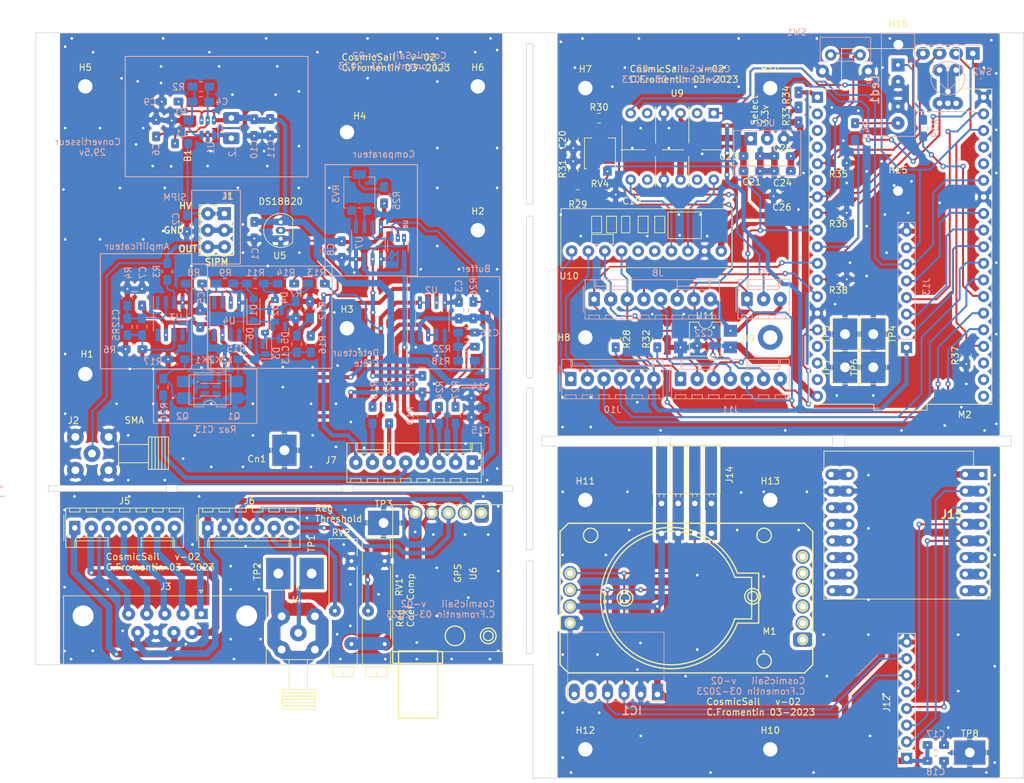
<source format=kicad_pcb>
(kicad_pcb (version 20221018) (generator pcbnew)
  (layers (0 "F.Cu" signal) (31 "B.Cu" signal) (34 "B.Paste" user) (35 "F.Paste" user) (36 "B.SilkS" user "B.Silkscreen") (37 "F.SilkS" user "F.Silkscreen") (38 "B.Mask" user) (39 "F.Mask" user) (44 "Edge.Cuts" user))
  (net 0 "")
  (net 1 "Net-(U1-FB)")
  (net 2 "Net-(U1-VOUT)")
  (net 3 "GND")
  (net 4 "Net-(D1-K)")
  (net 5 "/S_5V")
  (net 6 "Net-(U3--)")
  (net 7 "Net-(C13-Pad2)")
  (net 8 "GND3")
  (net 9 "Net-(J1-Pin_1)")
  (net 10 "Net-(D1-A)")
  (net 11 "3.3V")
  (net 12 "GND1")
  (net 13 "Net-(D3-K)")
  (net 16 "Net-(J1-Pin_5)")
  (net 17 "Net-(U12-VO)")
  (net 18 "Net-(D2-K)")
  (net 19 "Net-(J5-Pin_7)")
  (net 20 "SCL")
  (net 21 "SDA")
  (net 22 "Net-(J5-Pin_6)")
  (net 23 "Net-(J5-Pin_5)")
  (net 24 "Net-(J5-Pin_4)")
  (net 25 "Net-(J5-Pin_3)")
  (net 26 "Net-(J5-Pin_2)")
  (net 27 "Net-(J5-Pin_1)")
  (net 28 "SDSSPIN")
  (net 29 "Net-(J4-Pad1)")
  (net 30 "Net-(J4-Pad2)")
  (net 31 "VCC1")
  (net 32 "Net-(U1-SW)")
  (net 38 "SCK")
  (net 39 "MISO")
  (net 42 "MOSI")
  (net 45 "/5V SIPM")
  (net 46 "/SW1")
  (net 47 "/SW2")
  (net 48 "/BUTTON")
  (net 49 "/SW4")
  (net 50 "/LEDAL")
  (net 51 "/SW8")
  (net 57 "/LEDPOW")
  (net 58 "/OUT Dac_Filtre1")
  (net 61 "Net-(Led1-A1)")
  (net 62 "Net-(Led1-A2)")
  (net 63 "Net-(Q1-C)")
  (net 64 "Net-(Q1-B)")
  (net 65 "Net-(U3-+)")
  (net 66 "Net-(U4-+)")
  (net 67 "Net-(U4--)")
  (net 68 "VCC3.3v")
  (net 69 "RX3")
  (net 70 "TX3")
  (net 71 "/Reg_Coef")
  (net 72 "Net-(U2A--)")
  (net 73 "SDA_ADS")
  (net 74 "SCL_ADS")
  (net 75 "Net-(U2A-+)")
  (net 76 "Net-(U2B-+)")
  (net 77 "Net-(U2B--)")
  (net 78 "Net-(R30-Pad2)")
  (net 79 "Net-(R31-Pad2)")
  (net 80 "Net-(R32-Pad2)")
  (net 81 "Reg_Coef_3")
  (net 82 "Reg_Threshold_3")
  (net 83 "/REG_THRESHOLD")
  (net 87 "/RXD2")
  (net 88 "/TXD2")
  (net 89 "/POWSIMP")
  (net 92 "/RAZ Condo")
  (net 93 "/Out Amp")
  (net 94 "/Out Amp Filtre")
  (net 95 "/Out Detect")
  (net 96 "/Out T° DS18")
  (net 104 "/S_OUT Dac_Filtre")
  (net 105 "/S_COMPAR")
  (net 106 "/S_Out Amp")
  (net 107 "/S_RAZ Condo")
  (net 108 "/S_Out Detect")
  (net 109 "/S_Out Amp Filtre")
  (net 110 "/S_Out T° DS18")
  (net 111 "/OUT DAC")
  (net 112 "Net-(M2-3V3)")
  (net 113 "GND2")
  (net 114 "3.3V-2")
  (net 115 "SCL-2")
  (net 116 "SDA-2")
  (net 117 "SCK-2")
  (net 118 "MISO-2")
  (net 119 "SDSSPIN-2")
  (net 120 "MOSI-2")
  (net 121 "/OUT Dac_Filtre_2")
  (net 124 "Net-(C12-Pad2)")
  (net 125 "Net-(C16-Pad1)")
  (net 126 "Net-(U7-+)")
  (net 127 "Net-(U7--)")
  (net 128 "Net-(R25-Pad2)")
  (net 129 "Net-(U8-OUT)")
  (net 130 "Net-(U7-STRB)")
  (net 131 "Net-(U7-BAL)")
  (net 133 "/Out Comparateur")
  (net 134 "/Out Oscillo")
  (footprint "MountingHole:MountingHole_2.2mm_M2_DIN965_Pad_TopBottom" (layer "F.Cu") (at 103.4486 78.0682)
    (fp_text reference "H3")
    (fp_text value "Board_SiMP")
  )
  (footprint "Connector_PinSocket_2.54mm:PinSocket_2x03_P2.54mm_Vertical" (layer "F.Cu") (at 84.7098 60.5362)
    (fp_text reference "J1")
    (fp_text value "WM17457-ND")
  )
  (footprint "COMPOSANT_CF:R_Shunt_0805_Muons" (layer "F.Cu") (at 172.461004 45.410125 90)
    (fp_text reference "R33")
    (fp_text value "0")
  )
  (footprint "Connector_Dsub:DSUB-9_Female_Horizontal_P2.77x2.84mm_EdgePinOffset4.94mm_Housed_MountingHolesOffset7.48mm" (layer "F.Cu") (at 81.1528 121.7524)
    (fp_text reference "J3")
    (fp_text value "DB9 F Chassi")
  )
  (footprint "MountingHole:MountingHole_2.2mm_M2_DIN965_Pad_TopBottom" (layer "F.Cu") (at 139.878004 79.464125)
    (fp_text reference "H8")
    (fp_text value "ESP")
  )
  (footprint "COMPOSANT_CF:TE_221790-1" (layer "F.Cu") (at 64.4726 97.2312)
    (fp_text reference "J2")
    (fp_text value "221790-1")
  )
  (footprint "COMPOSANT_CF:TestPoint_THTPad_4.75x3.7mm_Drill1.5mm" (layer "F.Cu") (at 198.641004 142.954925)
    (fp_text reference "TP8")
    (fp_text value "GND2")
  )
  (footprint "MountingHole:MountingHole_2.2mm_M2_DIN965_Pad_TopBottom" (layer "F.Cu") (at 139.878004 142.464125)
    (fp_text reference "H12")
    (fp_text value "RTC")
  )
  (footprint "COMPOSANT_CF:TestPoint_THTPad_4.75x3.7mm_Drill1.5mm" (layer "F.Cu") (at 93.888 96.7232 90)
    (fp_text reference "Cn1")
    (fp_text value "GND")
  )
  (footprint "MountingHole:MountingHole_2.2mm_M2_DIN965_Pad_TopBottom" (layer "F.Cu") (at 139.878004 41.331125)
    (fp_text reference "H7")
    (fp_text value "ESP")
  )
  (footprint "COMPOSANT_CF:R_0805_Muons" (layer "F.Cu") (at 138.679004 57.620125 180)
    (fp_text reference "R29")
    (fp_text value "100k")
  )
  (footprint "COMPOSANT_CF:Blindage_29.5" (layer "F.Cu") (at 71.282 38.0492)
    (fp_text reference "B1")
    (fp_text value "Blindage")
  )
  (footprint "MountingHole:MountingHole_2.2mm_M2_DIN965_Pad_TopBottom" (layer "F.Cu") (at 103.4486 48.0682)
    (fp_text reference "H4")
    (fp_text value "Board_SiMP")
  )
  (footprint "COMPOSANT_CF:G3VM-21GR1" (layer "F.Cu") (at 158.237004 79.718125)
    (fp_text reference "U11")
    (fp_text value "G3VM-101DR1")
  )
  (footprint "COMPOSANT_CF:C_0805_Muons" (layer "F.Cu") (at 169.921003 57.874125 180)
    (fp_text reference "C26")
    (fp_text value "100nF")
  )
  (footprint "Potentiometer_SMD:Potentiometer_Bourns_3314G_Vertical" (layer "F.Cu") (at 142.108004 51.314125 180)
    (fp_text reference "RV4")
    (fp_text value "5k")
  )
  (footprint "Package_TO_SOT_THT:TO-92_Inline" (layer "F.Cu") (at 93.306 64.3672 90)
    (fp_text reference "U5")
    (fp_text value "DS18B20")
  )
  (footprint "COMPOSANT_CF:R_0805_Muons" (layer "F.Cu") (at 178.557004 60.414125 180)
    (fp_text reference "R36")
    (fp_text value "47k")
  )
  (footprint "COMPOSANT_CF:C_0805_Muons" (layer "F.Cu") (at 165.314004 54.017125 180)
    (fp_text reference "C21")
    (fp_text value "10µF")
  )
  (footprint "COMPOSANT_CF:TestPoint_THTPad_4.75x3.7mm_Drill1.5mm" (layer "F.Cu") (at 109.0382 107.8366)
    (fp_text reference "TP3")
    (fp_text value "GND3")
  )
  (footprint "COMPOSANT_CF:R_0805_Muons" (layer "F.Cu") (at 150.871004 79.718125 90)
    (fp_text reference "R32")
    (fp_text value "360")
  )
  (footprint "Connector_Molex:Molex_KK-254_AE-6410-06A_1x06_P2.54mm_Vertical" (layer "F.Cu") (at 82.1628 108.5904)
    (fp_text reference "J6")
    (fp_text value "Conn_01x06_Socket")
  )
  (footprint "MountingHole:MountingHole_2.2mm_M2_DIN965_Pad_TopBottom" (layer "F.Cu") (at 123.4486 41.0682)
    (fp_text reference "H6")
    (fp_text value "Board_SiMP")
  )
  (footprint "COMPOSANT_CF:DIP-12_Convertisseur" (layer "F.Cu") (at 159.507004 45.174125 -90)
    (fp_text reference "U9")
    (fp_text value "GT1167")
  )
  (footprint "MountingHole:MountingHole_2.2mm_M2_DIN965_Pad_TopBottom" (layer "F.Cu") (at 123.4486 63.0682)
    (fp_text reference "H2")
    (fp_text value "SiMP")
  )
  (footprint "MountingHole:MountingHole_2.2mm_M2_DIN965_Pad_TopBottom" (layer "F.Cu") (at 168.143004 142.464125)
    (fp_text reference "H10")
    (fp_text value "RTC")
  )
  (footprint "COMPOSANT_CF:C_0805_Muons" (layer "F.Cu") (at 165.314004 51.731125)
    (fp_text reference "C23")
    (fp_text value "100nF")
  )
  (footprint "COMPOSANT_CF:SD-CARD_AZ" (layer "F.Cu") (at 200.477204 100.427125 180)
    (fp_text reference "J15")
    (fp_text value "Micro_SD_Card" hide)
  )
  (footprint "COMPOSANT_CF:R_0805_Muons" (layer "F.Cu") (at 138.044004 53.810126 -90)
    (fp_text reference "R31")
    (fp_text value "100k")
  )
  (footprint "COMPOSANT_CF:R_Shunt_0805_Muons" (layer "F.Cu") (at 172.461004 43.124126 90)
    (fp_text reference "R34")
    (fp_text value "0")
  )
  (footprint "COMPOSANT_CF:C_0805_Muons" (layer "F.Cu") (at 138.044004 49.238124 -90)
    (fp_text reference "C20")
    (fp_text value "10µF")
  )
  (footprint "COMPOSANT_CF:MountingHole_2.2mm_M2" (layer "F.Cu") (at 187.671004 57.0594)
    (fp_text reference "H15")
    (fp_text value "ESP")
  )
  (footprint "Potentiometer_THT:Potentiometer_Bourns_3005_Horizontal" (layer "F.Cu") (at 104.1338 113.6704 90)
    (fp_text reference "RV2")
    (fp_text value "4.7k")
  )
  (footprint "MODULE_CF:GPS_NEO8" (layer "F.Cu") (at 124.0242 106.3126 -90)
    (fp_text reference "U6")
    (fp_text value "NEO-M8N")
  )
  (footprint "COMPOSANT_CF:MountingHole_2.2mm_M2" (layer "F.Cu") (at 187.721804 34.703)
    (fp_text reference "H16")
    (fp_text value "ESP")
  )
  (footprint "Connector_Molex:Molex_KK-254_AE-6410-07A_1x07_P2.54mm_Vertical" (layer "F.Cu") (at 61.8428 108.5904)
    (fp_text reference "J5")
    (fp_text value "Conn_01x07_Socket")
  )
  (footprint "Potentiometer_THT:Potentiometer_Bourns_3005_Horizontal" (layer "F.Cu") (at 109.2138 113.6704 90)
    (fp_text reference "RV1")
    (fp_text value "4.7k")
  )
  (footprint "COMPOSANT_CF:OLED_PCB" (layer "F.Cu") (at 159.144004 104.854925 -90)
    (fp_text reference "J14")
    (fp_text value "Oled")
  )
  (footprint "MountingHole:MountingHole_2.2mm_M2_DIN965_Pad_TopBottom" (layer "F.Cu") (at 168.143004 41.331125)
    (fp_text reference "H14")
    (fp_text value "ESP")
  )
  (footprint "COMPOSANT_CF:C_0805_Muons" (layer "F.Cu") (at 170.013004 54.017125)
    (fp_text reference "C24")
    (fp_text value "1µF")
  )
  (footprint "COMPOSANT_CF:TE_221790-1" (layer "F.Cu") (at 96.0058 124.663 -90)
    (fp_text reference "J4")
    (fp_text value "221790-1")
  )
  (footprint "COMPOSANT_CF:TestPoint_THTPad_4.75x3.7mm_Drill1.5mm" (layer "F.Cu") (at 179.573004 84.036125 90)
    (fp_text reference "TP7")
    (fp_text value "GND1")
  )
  (footprint "COMPOSANT_CF:TestPoint_THTPad_4.75x3.7mm_Drill1.5mm" (layer "F.Cu") (at 183.891004 78.956125 -90)
    (fp_text reference "TP4")
    (fp_text value "GND1")
  )
  (footprint "MountingHole:MountingHole_2.2mm_M2_DIN965_Pad_TopBottom" (layer "F.Cu") (at 63.4486 41.0682)
    (fp_text reference "H5")
    (fp_text value "Board_SiMP")
  )
  (footprint "Connector_Molex:Molex_KK-254_AE-6410-08A_1x08_P2.54mm_Vertical" (layer "F.Cu") (at 122.5878 98.6064 180)
    (fp_text reference "J7")
    (fp_text value "Conn_01x08_Socket")
  )
  (footprint "COMPOSANT_CF:R_0805_Muons" (layer "F.Cu") (at 141.981004 45.936125)
    (fp_text reference "R30")
    (fp_text value "100k")
  )
  (footprint "COMPOSANT_CF:TestPoint_THTPad_4.75x3.7mm_Drill1.5mm" (layer "F.Cu") (at 92.9578 115.5754 90)
    (fp_text reference "TP2")
    (fp_text value "s1")
  )
  (footprint "MODULE_CF:ADS1115_Small_BreakBord" (layer "F.Cu") (at 137.790004 66.256125)
    (fp_text reference "U10")
    (fp_text value "ADC_Breakout_ADS1015")
  )
  (footprint "COMPOSANT_CF:R_0805_Muons" (layer "F.Cu") (at 178.557004 52.794125 180)
    (fp_text reference "R35")
    (fp_text value "47k")
  )
  (footprint "COMPOSANT_CF:C_0805_Muons" (layer "F.Cu") (at 170.013004 51.731125 180)
    (fp_text reference "C25")
    (fp_text value "100nF")
  )
  (footprint "COMPOSANT_CF:TestPoint_THTPad_4.75x3.7mm_Drill1.5mm" (layer "F.Cu") (at 179.573004 78.956125 90)
    (fp_text reference "TP5")
    (fp_text value "GND1")
  )
  (footprint "COMPOSANT_CF:MODULE_ESP32-DEVKITC" (layer "F.Cu") (at 188.047004 65.587125)
    (fp_text reference "M2")
    (fp_text value "ESP_WROOM_32_38b_AZ")
  )
  (footprint "MountingHole:MountingHole_2.2mm_M2_DIN965_Pad_TopBottom" (layer "F.Cu") (at 168.143004 79.464125)
    (fp_text reference "H9")
    (fp_text value "ESP")
  )
  (footprint "COMPOSANT_CF:C_0805_Muons" (layer "F.Cu") (at 143.251004 57.620125)
    (fp_text reference "C19")
    (fp_text value "10µF")
  )
  (footprint "COMPOSANT_CF:TestPoint_THTPad_4.75x3.7mm_Drill1.5mm" (layer "F.Cu") (at 98.0378 115.5754 90)
    (fp_text reference "TP1")
    (fp_text value "s1")
  )
  (footprint "COMPOSANT_CF:R_0805_Muons" (layer "F.Cu") (at 178.557004 70.574125 180)
    (fp_text reference "R38")
    (fp_text value "47k")
  )
  (footprint "COMPOSANT_CF:R_0805_Muons" (layer "F.Cu") (at 198.115004 82.258124 90)
    (fp_text reference "R37")
    (fp_text value "47k")
  )
  (footprint "MountingHole:MountingHole_2.2mm_M2_DIN965_Pad_TopBottom" (layer "F.Cu") (at 139.878004 104.331125)
    (fp_text reference "H11")
    (fp_text value "RTC")
  )
  (footprint "MountingHole:MountingHole_2.2mm_M2_DIN965_Pad_TopBottom" (layer "F.Cu") (at 168.143004 104.331125)
    (fp_text reference "H13")
    (fp_text value "ESP")
  )
  (footprint "COMPOSANT_CF:TestPoint_THTPad_4.75x3.7mm_Drill1.5mm" (layer "F.Cu") (at 183.891004 84.036125 90)
    (fp_text reference "TP6")
    (fp_text value "GND1")
  )
  (footprint "COMPOSANT_CF:R_0805_Muons" (layer "F.Cu") (at 144.521004 79.718125 -90)
    (fp_text reference "R28")
    (fp_text value "4.7k")
  )
  (footprint "MountingHole:MountingHole_2.2mm_M2_DIN965_Pad_TopBottom" (layer "F.Cu") (at 63.4486 85.0682)
    (fp_text reference "H1")
    (fp_text value "SiMP")
  )
  (footprint "COMPOSANT_CF:REG_DS3231_2023" (layer "F.Cu") (at 173.114004 125.682925 180)
    (fp_text reference "M1")
    (fp_text value "DS3231")
  )
  (footprint "Connector_PinSocket_2.54mm:PinSocket_1x08_P2.54mm_Vertical" (layer "F.Cu") (at 188.989004 143.843925 180)
    (fp_text reference "J12")
    (fp_text value "Conn_01x08_Socket")
  )
  (footprint "COMPOSANT_CF:R_0805_Muons" (layer "B.Cu") (at 121.712435 80.8772)
    (fp_text reference "R22")
    (fp_text value "100k")
  )
  (footprint "COMPOSANT_CF:R_0805_Muons" (layer "B.Cu") (at 109.1258 57.695499 90)
    (fp_text reference "R25")
    (fp_text value "3.3k")
  )
  (footprint "COMPOSANT_CF:Regulateur" (layer "B.Cu") (at 165.145804 49.064125)
    (fp_text reference "U12")
    (fp_text value "Regul3.3v")
  )
  (footprint "Package_TO_SOT_SMD:SOT-23" (layer "B.Cu") (at 89.596 79.5805 90)
    (fp_text reference "D6")
    (fp_text value "MDB301")
  )
  (footprint "COMPOSANT_CF:R_0805_Muons" (layer "B.Cu") (at 80.0428 71.2252 180)
    (fp_text reference "R8")
    (fp_text value "1k")
  )
  (footprint "COMPOSANT_CF:R_0805_Muons" (layer "B.Cu") (at 98.788 71.2252 180)
    (fp_text reference "R13")
    (fp_text value "10k")
  )
  (footprint "Button_Switch_THT:SW_Tactile_SPST_Angled_PTS645Vx83-2LFS" (layer "B.Cu") (at 181.88 36.257 180)
    (fp_text reference "SW1")
    (fp_text value "Ajust_Time")
  )
  (footprint "COMPOSANT_CF:R_0805_Muons" (layer "B.Cu") (at 109.8878 91.342 90)
    (fp_text reference "R21")
    (fp_text value "10k")
  )
  (footprint "COMPOSANT_CF:R_0805_Muons" (layer "B.Cu") (at 114.9678 91.342 -90)
    (fp_text reference "R10")
    (fp_text value "10k")
  )
  (footprint "COMPOSANT_CF:C_0805_Muons" (layer "B.Cu") (at 76.4128 43.395 180)
    (fp_text reference "C9")
    (fp_text value "1µF")
  )
  (footprint "COMPOSANT_CF:R_0805_Muons" (layer "B.Cu") (at 77.3758 82.8076 180)
    (fp_text reference "R17")
    (fp_text value "10k")
  )
  (footprint "COMPOSANT_CF:R_0805_Muons" (layer "B.Cu") (at 191.511004 47.460125 90)
    (fp_text reference "R39")
    (fp_text value "330")
  )
  (footprint "COMPOSANT_CF:R_0805_Muons" (layer "B.Cu") (at 120.0478 91.342 -90)
    (fp_text reference "R27")
    (fp_text value "1k")
  )
  (footprint "Diode_SMD:D_SOD-123" (layer "B.Cu") (at 89.154 75.185 90)
    (fp_text reference "D1")
    (fp_text value "D_Schottky")
  )
  (footprint "COMPOSANT_CF:C_0805_Muons" (layer "B.Cu") (at 78.976 62.0089 -90)
    (fp_text reference "C2")
    (fp_text value "1µF")
  )
  (footprint "Diode_SMD:D_SOD-123" (layer "B.Cu") (at 92.456 75.3984 -90)
    (fp_text reference "D2")
    (fp_text value "D_Schottky")
  )
  (footprint "Connector_Molex:Molex_KK-254_AE-6410-06A_1x06_P2.54mm_Vertical" (layer "B.Cu") (at 137.663004 85.814125)
    (fp_text reference "J10")
    (fp_text value "Vers Pcb GPS")
  )
  (footprint "COMPOSANT_CF:R_0805_Muons" (layer "B.Cu") (at 117.5078 91.342 -90)
    (fp_text reference "R24")
    (fp_text value "1k")
  )
  (footprint "COMPOSANT_CF:R_0805_Muons" (layer "B.Cu") (at 121.712435 83.0362 180)
    (fp_text reference "R18")
    (fp_text value "10k")
  )
  (footprint "Resistor_SMD:R_0805_2012Metric_Pad1.20x1.40mm_HandSolder" (layer "B.Cu") (at 78.1748 49.7958 180)
    (fp_text reference "L1")
    (fp_text value "Ferrite Bead")
  )
  (footprint "COMPOSANT_CF:R_0805_Muons" (layer "B.Cu") (at 97.917 80.4672 -90)
    (fp_text reference "R16")
    (fp_text value "10k")
  )
  (footprint "COMPOSANT_CF:R_0805_Muons" (layer "B.Cu") (at 69.8828 73.308 -90)
    (fp_text reference "R4")
    (fp_text value "1k")
  )
  (footprint "Package_SO:SOIC-8_3.9x4.9mm_P1.27mm" (layer "B.Cu") (at 85.0466 76.6054 -90)
    (fp_text reference "U4")
    (fp_text value "LT1806")
  )
  (footprint "COMPOSANT_CF:C_0805_Muons" (layer "B.Cu") (at 81.008 76.61 90)
    (fp_text reference "C5")
    (fp_text value "0.1µF")
  )
  (footprint "Connector_Molex:Molex_KK-254_AE-6410-08A_1x08_P2.54mm_Vertical" (layer "B.Cu") (at 141.219003 73.622125)
    (fp_text reference "J8")
    (fp_text value "Depuis le board SIPM")
  )
  (footprint "Potentiometer_SMD:Potentiometer_Bourns_3314G_Vertical" (layer "B.Cu") (at 105.3346 57.293999)
    (fp_text reference "RV3")
    (fp_text value "5k")
  )
  (footprint "COMPOSANT_CF:G3VM-81UR" (layer "B.Cu") (at 85.593004 85.9602)
    (fp_text reference "K3")
    (fp_text value "G3VM-81UR")
  )
  (footprint "COMPOSANT_CF:R_0805_Muons" (layer "B.Cu") (at 70.8988 81.2582)
    (fp_text reference "R6")
    (fp_text value "10k")
  )
  (footprint "COMPOSANT_CF:R_0805_Muons" (layer "B.Cu") (at 122.7656 75.2892 90)
    (fp_text reference "R26")
    (fp_text value "1k")
  )
  (footprint "COMPOSANT_CF:Double_Led" (layer "B.Cu") (at 187.671004 37.794125 -90)
    (fp_text reference "Led1")
    (fp_text value "Double Led" hide)
  )
  (footprint "COMPOSANT_CF:R_0805_Muons" (layer "B.Cu") (at 95.631 75.2384 90)
    (fp_text reference "R7")
    (fp_text value "100k")
  )
  (footprint "COMPOSANT_CF:C_0805_Muons" (layer "B.Cu") (at 74.2792 47.459 90)
    (fp_text reference "C6")
    (fp_text value "0.47µF")
  )
  (footprint "COMPOSANT_CF:R_0805_Muons" (layer "B.Cu") (at 84.7766 71.2064)
    (fp_text reference "R9")
    (fp_text value "1k")
  )
  (footprint "COMPOSANT_CF:R_0805_Muons" (layer "B.Cu") (at 77.9368 46.2906)
    (fp_text reference "R1")
    (fp_text value "10k")
  )
  (footprint "COMPOSANT_CF:R_0805_Muons" (layer "B.Cu") (at 75.9788 69.3964 -90)
    (fp_text reference "R3")
    (fp_text value "1k")
  )
  (footprint "COMPOSANT_CF:C_0805_Muons" (layer "B.Cu") (at 91.7036 47.3281 -90)
    (fp_text reference "C11")
    (fp_text value "0.1µF")
  )
  (footprint "COMPOSANT_CF:R_0805_Muons" (layer "B.Cu") (at 114.9678 86.617599 -90)
    (fp_text reference "R23")
    (fp_text value "1k")
  )
  (footprint "COMPOSANT_CF:R_0805_Muons" (layer "B.Cu") (at 75.356804 87.04 90)
    (fp_text reference "R20")
    (fp_text value "10k")
  )
  (footprint "COMPOSANT_CF:C_0805_Muons" (layer "B.Cu") (at 158.237004 80.734125)
    (fp_text reference "C22")
    (fp_text value "10µF")
  )
  (footprint "COMPOSANT_CF:C_0805_Muons" (layer "B.Cu") (at 121.698801 78.7182)
    (fp_text reference "C16")
    (fp_text value "100nF")
  )
  (footprint "COMPOSANT_CF:C_0805_Muons" (layer "B.Cu") (at 123.7308 91.6722 180)
    (fp_text reference "C15")
    (fp_text value "10µF")
  )
  (footprint "Diode_SMD:D_SOD-123" (layer "B.Cu") (at 90.932 80.39 90)
    (fp_text reference "D3")
    (fp_text value "D_Schottky")
  )
  (footprint "COMPOSANT_CF:R_0805_Muons" (layer "B.Cu") (at 88.0692 82.8076)
    (fp_text reference "R15")
    (fp_text value "1k")
  )
  (footprint "Connector_Molex:Molex_KK-254_AE-6410-03A_1x03_P2.54mm_Vertical" (layer "B.Cu") (at 164.587004 73.602125)
    (fp_text reference "J9")
    (fp_text value "Depuis le board SIPM")
  )
  (footprint "COMPOSANT_CF:C_0805_Muons" (layer "B.Cu") (at 193.434004 141.811925 180)
    (fp_text reference "C17")
    (fp_text value "10µF")
  )
  (footprint "Package_SO:SOIC-8_3.9x4.9mm_P1.27mm" (layer "B.Cu") (at 76.4106 76.6054 -90)
    (fp_text reference "U3")
    (fp_text value "LT1806")
  )
  (footprint "COMPOSANT_CF:SOT95P280X145-5N" (layer "B.Cu") (at 111.223799 65.4852 -90)
    (fp_text reference "U8")
    (fp_text value "MAX988EUK+")
  )
  (footprint "Connector_PinHeader_2.54mm:PinHeader_1x08_P2.54mm_Vertical" (layer "B.Cu") (at 188.971004 80.988125)
    (fp_text reference "J13")
    (fp_text value "Conn_01x08_Socket")
  )
  (footprint "COMPOSANT_CF:C_0805_Muons" (layer "B.Cu") (at 95.758 80.4708 90)
    (fp_text reference "C13")
    (fp_text value "20nF")
  )
  (footprint "COMPOSANT_CF:R_0805_Muons" (layer "B.Cu") (at 81.1212 41.109)
    (fp_text reference "R2")
    (fp_text value "226k")
  )
  (footprint "COMPOSANT_CF:BMP280_AZ" (layer "B.Cu") (at 150.889004 134.064925 180)
    (fp_text reference "IC1")
    (fp_text value "BMP280_AZ" hide)
  )
  (footprint "Connector_Molex:Molex_KK-254_AE-6410-07A_1x07_P2.54mm_Vertical" (layer "B.Cu") (at 154.427004 85.814125)
    (fp_text reference "J11")
    (fp_text value "Vers Pcb Gps")
  )
  (footprint "COMPOSANT_CF:C_0805_Muons" (layer "B.Cu") (at 72.118 73.308 90)
    (fp_text reference "C7")
    (fp_text value "0.1µF")
  )
  (footprint "COMPOSANT_CF:C_0805_Muons" (layer "B.Cu") (at 89.2652 47.3574 -90)
    (fp_text reference "C10")
    (fp_text value "10µF")
  )
  (footprint "COMPOSANT_CF:C_0805_Muons" (layer "B.Cu") (at 81.1079 43.395)
    (fp_text reference "C4")
    (fp_text value "22pF")
  )
  (footprint "COMPOSANT_CF:R_0805_Muons" (layer "B.Cu") (at 97.79 75.2348 -90)
    (fp_text reference "R12")
    (fp_text value "1k")
  )
  (footprint "Package_SO:SOIC-8_3.9x4.9mm_P1.27mm" (layer "B.Cu") (at 106.7316 65.022999 90)
    (fp_text reference "U7")
    (fp_text value "LM311")
  )
  (footprint "COMPOSANT_CF:R_0805_Muons" (layer "B.Cu") (at 181.097004 47.968125 -90)
    (fp_text reference "R40")
    (fp_text value "330")
  )
  (footprint "COMPOSANT_CF:Nidec_Copal_SC-1110" (layer "B.Cu") (at 199.096004 36.030125)
    (fp_text reference "SW2")
    (fp_text value "SW_Coded_SH-7010")
  )
  (footprint "COMPOSANT_CF:C_0805_Muons" (layer "B.Cu") (at 123.7308 88.7512 180)
    (fp_text reference "C14")
    (fp_text value "0.1µF")
  )
  (footprint "COMPOSANT_CF:R_0805_Muons" (layer "B.Cu") (at 89.4408 71.2252)
    (fp_text reference "R11")
    (fp_text value "4.7M")
  )
  (footprint "Package_TO_SOT_SMD:SOT-23" (layer "B.Cu") (at 93.03 78.6915 -90)
    (fp_text reference "D5")
    (fp_text value "MDB301")
  )
  (footprint "COMPOSANT_CF:RELAY_G3VM-41DY" (layer "B.Cu") (at 82.488404 87.4588)
    (fp_text reference "K2")
    (fp_text value "G3VM-41DY")
  )
  (footprint "Resistor_SMD:R_1210_3225Metric_Pad1.30x2.65mm_HandSolder" (layer "B.Cu") (at 85.767801 47.4508 90)
    (fp_text reference "L2")
    (fp_text value "47µH")
  )
  (footprint "Package_SO:SOIC-8_3.9x4.9mm_P1.27mm" (layer "B.Cu") (at 116.4918 76.6242 -90)
    (fp_text reference "U2")
    (fp_text value "AD823A")
  )
  (footprint "COMPOSANT_CF:C_0805_Muons" (layer "B.Cu") (at 120.5558 75.3107 90)
    (fp_text reference "C3")
    (fp_text value "0.1µF")
  )
  (footprint "COMPOSANT_CF:G3VM-21GR1" (layer "B.Cu") (at 82.494204 87.4842)
    (fp_text reference "K1")
    (fp_text value "G3VM-21GR1")
  )
  (footprint "COMPOSANT_CF:R_0805_Muons" (layer "B.Cu") (at 107.3478 91.342 90)
    (fp_text reference "R19")
    (fp_text value "10k")
  )
  (footprint "COMPOSANT_CF:C_0805_Muons" (layer "B.Cu") (at 193.434003 144.224925)
    (fp_text reference "C18")
    (fp_text value "100nF")
  )
  (footprint "COMPOSANT_CF:R_0805_Muons" (layer "B.Cu") (at 94.1144 71.2252 180)
    (fp_text reference "R14")
    (fp_text value "10k")
  )
  (footprint "Package_TO_SOT_SMD:SOT-23" (layer "B.Cu") (at 92.517 74.3735 90)
    (fp_text reference "D4")
    (fp_text value "MDB301")
  )
  (footprint "Package_TO_SOT_SMD:SOT-23" (layer "B.Cu") (at 83.836001 83.8025 -90)
    (fp_text reference "Q2")
    (fp_text value "BSS138")
  )
  (footprint "COMPOSANT_CF:C_0805_Muons" (layer "B.Cu") (at 89.2884 63.0679 -90)
    (fp_text reference "C1")
    (fp_text value "0.1µF")
  )
  (footprint "COMPOSANT_CF:R_0805_Muons" (layer "B.Cu") (at 72.118 77.8264 -90)
    (fp_text reference "R5")
    (fp_text value "7.5k")
  )
  (footprint "Package_TO_SOT_SMD:TSOT-23-6" (layer "B.Cu") (at 82.157801 47.3808 90)
    (fp_text reference "U1")
    (fp_text value "LT3461")
  )
  (footprint "COMPOSANT_CF:C_0805_Muons" (layer "B.Cu") (at 69.8828 77.8292 -90)
    (fp_text reference "C12")
    (fp_text value "10pF")
  )
  (footprint "Package_TO_SOT_SMD:SOT-323_SC-70" (layer "B.Cu") (at 83.789999 83.865001 -90)
    (fp_text reference "Q1")
    (fp_text value "BMBT3904")
  )
  (footprint "COMPOSANT_CF:C_0805_Muons" (layer "B.Cu") (at 102.6488 66.0182 -90)
    (fp_text reference "C8")
    (fp_text value "0.1µF")
  )
  (gr_rect (start 82.1236 68.5532) (end 101.164 84.1936) (stroke (width 0.15)) (fill none) (layer "B.SilkS"))
  (gr_rect (start 65.7436 66.6612) (end 79.7128 84.266) (stroke (width 0.15)) (fill none) (layer "B.SilkS"))
  (gr_line (start 50.4868 102.21228) (end 50.4868 102.498) (stroke (width 0.15)) (layer "B.SilkS"))
  (gr_rect (start 100.111 53.0352) (end 114.208 70.0532) (stroke (width 0.15)) (fill none) (layer "B.SilkS"))
  (gr_line (start 50.77251 102.41228) (end 50.77251 102.21228) (stroke (width 0.15)) (layer "B.SilkS"))
  (gr_rect (start 112.684 70.1802) (end 126.781 84.2772) (stroke (width 0.15)) (fill none) (layer "B.SilkS"))
  (gr_line (start 51.0868 103.75228) (end 50.4868 103.75228) (stroke (width 0.15)) (layer "B.SilkS"))
  (gr_rect (start 73.864 84.3112) (end 89.664 92.6112) (stroke (width 0.15)) (fill none) (layer "B.SilkS"))
  (gr_rect (start 79.704562 56.9722) (end 87.157 68.234638) (stroke (width 0.15)) (fill none) (layer "B.SilkS"))
  (gr_rect (start 69.557 36.491) (end 97.497 54.906) (stroke (width 0.15)) (fill none) (layer "B.SilkS"))
  (gr_line (start 86.1498 59.1902) (end 81.0698 59.1902) (stroke (width 0.15)) (layer "F.SilkS"))
  (gr_line (start 55.55675 71.08556) (end 55.60437 71.03794) (stroke (width 0.25)) (layer "F.SilkS"))
  (gr_line (start 81.0698 66.8102) (end 86.1498 66.8102) (stroke (width 0.15)) (layer "F.SilkS"))
  (gr_line (start 86.1498 66.8102) (end 86.1498 59.1902) (stroke (width 0.15)) (layer "F.SilkS"))
  (gr_line (start 81.0698 59.1902) (end 81.0698 66.8102) (stroke (width 0.15)) (layer "F.SilkS"))
  (gr_rect (start 130.880727 113.649536) (end 131.880727 127.79968) (stroke (width 0.1)) (fill none) (layer "Edge.Cuts"))
  (gr_line (start 55.88 32.8742) (end 206.878004 32.8742) (stroke (width 0.1)) (layer "Edge.Cuts"))
  (gr_poly (pts (xy 57.786092 102.992837) (xy 57.786092 102.146265) (xy 75.799127 102.146265) (xy 75.799127 102.992837)) (stroke (width 0.1)) (fill none) (layer "Edge.Cuts"))
  (gr_rect (start 135.983204 32.753525) (end 135.983204 32.753525) (stroke (width 0.1)) (fill none) (layer "Edge.Cuts"))
  (gr_poly (pts (xy 179.510828 96.093791) (xy 179.510828 94.567172) (xy 204.984414 94.567172) (xy 204.984414 96.093791)) (stroke (width 0.1)) (fill none) (layer "Edge.Cuts"))
  (gr_line (start 206.878004 146.8694) (end 131.8738 146.8694) (stroke (width 0.1)) (layer "Edge.Cuts"))
  (gr_poly (pts (xy 77.480246 102.988515) (xy 77.480246 102.144437) (xy 102.722246 102.144437) (xy 102.722246 102.988515)) (stroke (width 0.1)) (fill none) (layer "Edge.Cuts"))
  (gr_rect (start 130.882221 87.202366) (end 131.882221 111.936366) (stroke (width 0.1)) (fill none) (layer "Edge.Cuts"))
  (gr_poly (pts (xy 152.914004 96.088922) (xy 152.914004 94.576347) (xy 177.648004 94.576347) (xy 177.648004 96.088922)) (stroke (width 0.1)) (fill none) (layer "Edge.Cuts"))
  (gr_rect (start 130.88 34.531186) (end 131.88 59.056) (stroke (width 0.1)) (fill none) (layer "Edge.Cuts"))
  (gr_poly (pts (xy 104.339421 102.999151) (xy 104.339421 102.146606) (xy 128.789415 102.146606) (xy 128.789415 102.999151)) (stroke (width 0.1)) (fill none) (layer "Edge.Cuts"))
  (gr_line (start 131.8738 129.52) (end 131.8738 146.8694) (stroke (width 0.1)) (layer "Edge.Cuts"))
  (gr_poly (pts (xy 133.251665 96.095019) (xy 133.251665 94.568399) (xy 151.02 94.568399) (xy 151.02 96.095019)) (stroke (width 0.1)) (fill none) (layer "Edge.Cuts"))
  (gr_line (start 206.878004 32.8742) (end 206.878004 146.8694) (stroke (width 0.1)) (layer "Edge.Cuts"))
  (gr_line (start 55.88 129.52) (end 131.8738 129.52) (stroke (width 0.1)) (layer "Edge.Cuts"))
  (gr_line (start 55.88 129.52) (end 55.88 32.8742) (stroke (width 0.1)) (layer "Edge.Cuts"))
  (gr_rect (start 130.88 60.913225) (end 131.88 85.647225) (stroke (width 0.1)) (fill none) (layer "Edge.Cuts"))
  (gr_text "Amplificateur" (at 76.398204 66.0974) (layer "B.SilkS") (effects (font (size 1 1)) (justify left bottom mirror)))
  (gr_text "Raz C13\n" (at 86.664 94.1112) (layer "B.SilkS") (effects (font (size 1 1)) (justify left bottom mirror)))
  (gr_text "Convertisseur\n   29.5v" (at 68.981404 51.7464) (layer "B.SilkS") (effects (font (size 1 1)) (justify left bottom mirror)))
  (gr_text "Detecteur\nCrête" (at 108.464 84.0112) (layer "B.SilkS") (effects (font (size 1 1)) (justify left bottom mirror)))
  (gr_text "Comparateur" (at 113.954 52.0192) (layer "B.SilkS") (effects (font (size 1 1)) (justify left bottom mirror)))
  (gr_text "Buffer" (at 125.511 69.5452) (layer "B.SilkS") (effects (font (size 1 1)) (justify left bottom mirror)))
  (gr_text "SIPM" (at 79.029 58.6232) (layer "B.SilkS") (effects (font (size 1 1)) (justify left bottom mirror)))
  (gr_text "CosmicSail   v-02\nC.Fromentin 03-2023" (at 118.78 38.5572) (layer "B.SilkS") (effects (font (size 1 1)) (justify left bottom mirror)))
  (gr_text "CosmicSail   v-02\nC.Fromentin 03-2023" (at 126.182204 122.4092) (layer "B.SilkS") (effects (font (size 1 1)) (justify left bottom mirror)))
  (gr_text "CosmicSail   v-02\nC.Fromentin 03-2023" (at 162.171004 40.594125) (layer "B.SilkS") (effects (font (size 1 1)) (justify left bottom mirror)))
  (gr_text "CosmicSail   v-02\nC.Fromentin 03-2023" (at 173.589004 134.174925) (layer "B.SilkS") (effects (font (size 1 1)) (justify left bottom mirror)))
  (gr_text "J1" (at 86.014 58.3692) (layer "B.SilkS") (effects (font (size 1 1)) (justify left bottom mirror)))
  (gr_text "DS18B20" (at 89.824 59.2582) (layer "F.SilkS") (effects (font (size 1 1)) (justify left bottom)))
  (gr_text "CosmicSail   v-02\nC.Fromentin 03-2023" (at 102.524 38.8112) (layer "F.SilkS") (effects (font (size 1 1)) (justify left bottom)))
  (gr_text "SMA" (at 69.362404 92.7166) (layer "F.SilkS") (effects (font (size 1 1)) (justify left bottom)))
  (gr_text "SIPM" (at 81.5944 68.5292) (layer "F.SilkS") (effects (font (size 1 1) (thickness 0.2) bold) (justify left bottom)))
  (gr_text "CosmicSail   v-02\nC.Fromentin 03-2023" (at 146.553004 40.594125) (layer "F.SilkS") (effects (font (size 1 1)) (justify left bottom)))
  (gr_text "HV" (at 77.668204 59.9252) (layer "F.SilkS") (effects (font (size 1 1) (thickness 0.2) bold) (justify left bottom)))
  (gr_text "Reg \nThreshold" (at 98.4718 107.7858) (layer "F.SilkS") (effects (font (size 1 1)) (justify left bottom)))
  (gr_text "Select\n3.3v" (at 167.939804 47.1236 90) (layer "F.SilkS") (effects (font (size 1 1)) (justify left bottom)))
  (gr_text "Reg \nCoef Comp" (at 113.7626 123.8894 90) (layer "F.SilkS") (effects (font (size 1 1)) (justify left bottom)))
  (gr_text "CosmicSail   v-02\nC.Fromentin 03-2023" (at 66.4932 115.2026) (layer "F.SilkS") (effects (font (size 1 1)) (justify left bottom)))
  (gr_text "GND" (at 75.306004 63.659) (layer "F.SilkS") (effects (font (size 1 1) (thickness 0.2) bold) (justify left bottom)))
  (gr_text "CosmicSail   v-02\nC.Fromentin 03-2023" (at 158.289004 137.374925) (layer "F.SilkS") (effects (font (size 1 1)) (justify left bottom)))
  (gr_text "OUT" (at 77.5812 66.4972) (layer "F.SilkS") (effects (font (size 1 1) (thickness 0.2) bold) (justify left bottom)))
  (segment (start 79.1052 46.2788) (end 79.3592 46.2788) (width 0.3) (layer "B.Cu") (net 1))
  (segment (start 79.3592 47.6504) (end 79.3592 46.5882) (width 0.3) (layer "B.Cu") (net 1))
  (segment (start 81.147801 48.639) (end 81.207801 48.699) (width 0.25) (layer "B.Cu") (net 1))
  (segment (start 79.3592 45.9232) (end 79.3592 46.2788) (width 0.3) (layer "B.Cu") (net 1))
  (segment (start 80.0704 43.3832) (end 79.7656 43.688) (width 0.3) (layer "B.Cu") (net 1))
  (segment (start 79.3592 46.5882) (end 79.3592 46.5328) (width 0.3) (layer "B.Cu") (net 1))
  (segment (start 79.7656 45.8724) (end 79.41 46.228) (width 0.3) (layer "B.Cu") (net 1))
  (segment (start 79.7656 43.688) (end 79.7656 45.8724) (width 0.3) (layer "B.Cu") (net 1))
  (segment (start 79.3592 46.0248) (end 79.1052 46.2788) (width 0.3) (layer "B.Cu") (net 1))
  (segment (start 79.3592 45.9232) (end 79.3592 46.0248) (width 0.3) (layer "B.Cu") (net 1))
  (segment (start 81.147801 48.639) (end 81.207801 48.699) (width 0.25) (layer "B.Cu") (net 1))
  (segment (start 81.207801 48.5065) (end 80.2153 48.5065) (width 0.3) (layer "B.Cu") (net 1))
  (segment (start 80.2153 48.5065) (end 79.3592 47.6504) (width 0.3) (layer "B.Cu") (net 1))
  (segment (start 79.3592 46.2788) (end 79.3592 46.5882) (width 0.3) (layer "B.Cu") (net 1))
  (segment (start 80.1212 41.0972) (end 80.1212 43.434) (width 0.3) (layer "B.Cu") (net 1))
  (segment (start 79.3592 46.5328) (end 79.1052 46.2788) (width 0.3) (layer "B.Cu") (net 1))
  (segment (start 82.157801 46.8508) (end 81.657801 47.3508) (width 0.3) (layer "F.Cu") (net 2))
  (segment (start 77.378 48.3226) (end 77.4034 48.348) (width 0.3) (layer "F.Cu") (net 2))
  (segment (start 76.9208 48.3226) (end 75.2308 48.3226) (width 0.3) (layer "F.Cu") (net 2))
  (segment (start 74.711 48.6918) (end 74.33 48.6918) (width 0.3) (layer "F.Cu") (net 2))
  (segment (start 82.157801 46.2433) (end 82.157801 46.8508) (width 0.3) (layer "F.Cu") (net 2))
  (segment (start 77.1748 48.5766) (end 76.9208 48.3226) (width 0.3) (layer "F.Cu") (net 2))
  (segment (start 77.1748 48.5766) (end 77.1748 49.8466) (width 0.3) (layer "F.Cu") (net 2))
  (segment (start 80.3752 48.0178) (end 77.7336 48.0178) (width 0.3) (layer "F.Cu") (net 2))
  (segment (start 81.657801 47.3508) (end 81.0422 47.3508) (width 0.3) (layer "F.Cu") (net 2))
  (segment (start 76.9208 48.3226) (end 77.378 48.3226) (width 0.3) (layer "F.Cu") (net 2))
  (segment (start 75.2308 48.3226) (end 75.219 48.3108) (width 0.3) (layer "F.Cu") (net 2))
  (segment (start 77.4034 48.348) (end 77.1748 48.5766) (width 0.3) (layer "F.Cu") (net 2))
  (segment (start 77.7336 48.0178) (end 77.4034 48.348) (width 0.3) (layer "F.Cu") (net 2))
  (segment (start 75.092 48.3108) (end 74.711 48.6918) (width 0.3) (layer "F.Cu") (net 2))
  (segment (start 81.0422 47.3508) (end 80.3752 48.0178) (width 0.3) (layer "F.Cu") (net 2))
  (segment (start 75.219 48.3108) (end 75.092 48.3108) (width 0.3) (layer "F.Cu") (net 2))
  (segment (start 82.157801 46.2315) (end 82.157801 41.254201) (width 0.3) (layer "B.Cu") (net 2))
  (segment (start 82.157801 41.254201) (end 82.1532 41.2496) (width 0.3) (layer "B.Cu") (net 2))
  (segment (start 82.2526 76.0324) (end 81.8716 75.6514) (width 0.635) (layer "F.Cu") (net 3))
  (segment (start 86.9516 75.1634) (end 86.0826 76.0324) (width 0.635) (layer "F.Cu") (net 3))
  (segment (start 81.8716 75.6514) (end 78.9506 75.6514) (width 0.635) (layer "F.Cu") (net 3))
  (segment (start 78.9506 75.6514) (end 78.3156 75.0164) (width 0.635) (layer "F.Cu") (net 3))
  (segment (start 86.9516 74.1304) (end 86.9516 75.1634) (width 0.635) (layer "F.Cu") (net 3))
  (segment (start 78.3156 75.0164) (end 78.3156 74.2544) (width 0.635) (layer "F.Cu") (net 3))
  (segment (start 103.2702 48.0662) (end 103.62941 48.0662) (width 0.254) (layer "F.Cu") (net 3))
  (segment (start 103.62941 48.0662) (end 103.2702 48.0662) (width 0.254) (layer "F.Cu") (net 3))
  (segment (start 86.0826 76.0324) (end 82.2526 76.0324) (width 0.635) (layer "F.Cu") (net 3))
  (via (at 71.462 40.301) (size 0.8) (drill 0.4) (layers "F.Cu" "B.Cu") (net 3))
  (via (at 98.93 35.846) (size 0.8) (drill 0.4) (layers "F.Cu" "B.Cu") (net 3))
  (via (at 117.256 56.5912) (size 0.8) (drill 0.4) (layers "F.Cu" "B.Cu") (net 3))
  (via (at 91.348 68.5292) (size 0.8) (drill 0.4) (layers "F.Cu" "B.Cu") (net 3))
  (via (at 60.36 47.4472) (size 0.8) (drill 0.4) (layers "F.Cu" "B.Cu") (net 3))
  (via (at 105.318 81.2292) (size 0.8) (drill 0.4) (layers "F.Cu" "B.Cu") (net 3))
  (via (at 120.558 69.0372) (size 0.8) (drill 0.4) (layers "F.Cu" "B.Cu") (net 3))
  (via (at 96.1 50.207) (size 0.8) (drill 0.4) (layers "F.Cu" "B.Cu") (net 3))
  (via (at 73.822 84.2772) (size 0.8) (drill 0.4) (layers "F.Cu" "B.Cu") (net 3))
  (via (at 64.64 35.846) (size 0.8) (drill 0.4) (layers "F.Cu" "B.Cu") (net 3))
  (via (at 124.876 101.2952) (size 0.8) (drill 0.4) (layers "F.Cu" "B.Cu") (net 3))
  (via (at 124.114 84.5312) (size 0.8) (drill 0.4) (layers "F.Cu" "B.Cu") (net 3))
  (via (at 87.538 99.2632) (size 0.8) (drill 0.4) (layers "F.Cu" "B.Cu") (net 3))
  (via (at 82.712 99.2632) (size 0.8) (drill 0.4) (layers "F.Cu" "B.Cu") (net 3))
  (via (at 68.996 39.8272) (size 0.8) (drill 0.4) (layers "F.Cu" "B.Cu") (net 3))
  (via (at 106.08 96.3422) (size 0.8) (drill 0.4) (layers "F.Cu" "B.Cu") (net 3))
  (via (at 91.094 33.7312) (size 0.8) (drill 0.4) (layers "F.Cu" "B.Cu") (net 3))
  (via (at 101.762 89.6112) (size 0.8) (drill 0.4) (layers "F.Cu" "B.Cu") (net 3))
  (via (at 86.776 56.5912) (size 0.8) (drill 0.4) (layers "F.Cu" "B.Cu") (net 3))
  (via (at 82.42 35.846) (size 0.8) (drill 0.4) (layers "F.Cu" "B.Cu") (net 3))
  (via (at 75.018 38.015) (size 0.8) (drill 0.4) (layers "F.Cu" "B.Cu") (net 3))
  (via (at 87.538 66.4972) (size 0.8) (drill 0.4) (layers "F.Cu" "B.Cu") (net 3))
  (via (at 80.172 94.4372) (size 0.8) (drill 0.4) (layers "F.Cu" "B.Cu") (net 3))
  (via (at 98.206 94.4372) (size 0.8) (drill 0.4) (layers "F.Cu" "B.Cu") (net 3))
  (via (at 91.274 53.255) (size 0.8) (drill 0.4) (layers "F.Cu" "B.Cu") (net 3))
  (via (at 126.4 50.4952) (size 0.8) (drill 0.4) (layers "F.Cu" "B.Cu") (net 3))
  (via (at 76.5652 53.2892) (size 0.8) (drill 0.4) (layers "F.Cu" "B.Cu") (net 3))
  (via (at 75.6 56.5912) (size 0.8) (drill 0.4) (layers "F.Cu" "B.Cu") (net 3))
  (via (at 101.762 96.2152) (size 0.8) (drill 0.4) (layers "F.Cu" "B.Cu") (net 3))
  (via (at 116.748 86.5632) (size 0.8) (drill 0.4) (layers "F.Cu" "B.Cu") (net 3))
  (via (at 100.746 56.5912) (size 0.8) (drill 0.4) (layers "F.Cu" "B.Cu") (net 3))
  (via (at 71.208 49.953) (size 0.8) (drill 0.4) (layers "F.Cu" "B.Cu") (net 3))
  (via (at 92.544 42.333) (size 0.8) (drill 0.4) (layers "F.Cu" "B.Cu") (net 3))
  (via (at 123.86 94.4372) (size 0.8) (drill 0.4) (layers "F.Cu" "B.Cu") (net 3))
  (via (at 89.062 89.6112) (size 0.8) (drill 0.4) (layers "F.Cu" "B.Cu") (net 3))
  (via (at 60.106 56.8452) (size 0.8) (drill 0.4) (layers "F.Cu" "B.Cu") (net 3))
  (via (at 96.1 41.825) (size 0.8) (drill 0.4) (layers "F.Cu" "B.Cu") (net 3))
  (via (at 121.574 95.7072) (size 0.8) (drill 0.4) (layers "F.Cu" "B.Cu") (net 3))
  (via (at 72.298 47.4472) (size 0.8) (drill 0.4) (layers "F.Cu" "B.Cu") (net 3))
  (via (at 61.376 33.7312) (size 0.8) (drill 0.4) (layers "F.Cu" "B.Cu") (net 3))
  (via (at 75.346 33.7312) (size 0.8) (drill 0.4) (layers "F.Cu" "B.Cu") (net 3))
  (via (at 68.742 56.5912) (size 0.8) (drill 0.4) (layers "F.Cu" "B.Cu") (net 3))
  (via (at 70.012 94.4372) (size 0.8) (drill 0.4) (layers "F.Cu" "B.Cu") (net 3))
  (via (at 70.012 101.2952) (size 0.8) (drill 0.4) (layers "F.Cu" "B.Cu") (net 3))
  (via (at 124.876 72.3392) (size 0.8) (drill 0.4) (layers "F.Cu" "B.Cu") (net 3))
  (via (at 82.638 50.969) (size 0.8) (drill 0.4) (layers "F.Cu" "B.Cu") (net 3))
  (via (at 96.174 66.4972) (size 0.8) (drill 0.4) (layers "F.Cu" "B.Cu") (net 3))
  (via (at 97.952 89.6112) (size 0.8) (drill 0.4) (layers "F.Cu" "B.Cu") (net 3))
  (via (at 115.986 101.2952) (size 0.8) (drill 0.4) (layers "F.Cu" "B.Cu") (net 3))
  (via (at 87.538 62.1792) (size 0.8) (drill 0.4) (layers "F.Cu" "B.Cu") (net 3))
  (via (at 126.4 99.5172) (size 0.8) (drill 0.4) (layers "F.Cu" "B.Cu") (net 3))
  (via (at 101.508 75.6412) (size 0.8) (drill 0.4) (layers "F.Cu" "B.Cu") (net 3))
  (via (at 75.018 40.555) (size 0.8) (drill 0.4) (layers "F.Cu" "B.Cu") (net 3))
  (via (at 123.06 35.846) (size 0.8) (drill 0.4) (layers "F.Cu" "B.Cu") (net 3))
  (via (at 96.0724 56.5912) (size 0.8) (drill 0.4) (layers "F.Cu" "B.Cu") (net 3))
  (via (at 117.256 40.3352) (size 0.8) (drill 0.4) (layers "F.Cu" "B.Cu") (net 3))
  (via (at 60.36 91.1352) (size 0.8) (drill 0.4) (layers "F.Cu" "B.Cu") (net 3))
  (via (at 117.256 50.4952) (size 0.8) (drill 0.4) (layers "F.Cu" "B.Cu") (net 3))
  (via (at 117.256 33.7312) (size 0.8) (drill 0.4) (layers "F.Cu" "B.Cu") (net 3))
  (via (at 60.36 35.0012) (size 0.8) (drill 0.4) (layers "F.Cu" "B.Cu") (net 3))
  (via (at 106.588 39.8272) (size 0.8) (drill 0.4) (layers "F.Cu" "B.Cu") (net 3))
  (via (at 104.556 69.5452) (size 0.8) (drill 0.4) (layers "F.Cu" "B.Cu") (net 3))
  (via (at 81.205271 84.067562) (size 0.8) (drill 0.4) (layers "F.Cu" "B.Cu") (net 3))
  (via (at 97.952 99.2632) (size 0.8) (drill 0.4) (layers "F.Cu" "B.Cu") (net 3))
  (via (at 90.766 50.969) (size 0.8) (drill 0.4) (layers "F.Cu" "B.Cu") (net 3))
  (via (at 126.4 56.5912) (size 0.8) (drill 0.4) (layers "F.Cu" "B.Cu") (net 3))
  (via (at 82.712 89.6112) (size 0.8) (drill 0.4) (layers "F.Cu" "B.Cu") (net 3))
  (via (at 78.394 97.9932) (size 0.8) (drill 0.4) (layers "F.Cu" "B.Cu") (net 3))
  (via (at 114.716 69.0372) (size 0.8) (drill 0.4) (layers "F.Cu" "B.Cu") (net 3))
  (via (at 117.256 65.4812) (size 0.8) (drill 0.4) (layers "F.Cu" "B.Cu") (net 3))
  (via (at 125.384 33.7312) (size 0.8) (drill 0.4) (layers "F.Cu" "B.Cu") (net 3))
  (via (at 102.016 83.7692) (size 0.8) (drill 0.4) (layers "F.Cu" "B.Cu") (net 3))
  (via (at 79.664 68.5292) (size 0.8) (drill 0.4) (layers "F.Cu" "B.Cu") (net 3))
  (via (at 82.13 53.255) (size 0.8) (drill 0.4) (layers "F.Cu" "B.Cu") (net 3))
  (via (at 98.206 84.0232) (size 0.8) (drill 0.4) (layers "F.Cu" "B.Cu") (net 3))
  (via (at 93.634 84.0232) (size 0.8) (drill 0.4) (layers "F.Cu" "B.Cu") (net 3))
  (via (at 117.256 82.2452) (size 0.8) (drill 0.4) (layers "F.Cu" "B.Cu") (net 3))
  (via (at 126.4 69.0372) (size 0.8) (drill 0.4) (layers "F.Cu" "B.Cu") (net 3))
  (via (at 89.062 94.4372) (size 0.8) (drill 0.4) (layers "F.Cu" "B.Cu") (net 3))
  (via (at 70.266 84.2772) (size 0.8) (drill 0.4) (layers "F.Cu" "B.Cu") (net 3))
  (via (at 75.346 63.1952) (size 0.8) (drill 0.4) (layers "F.Cu" "B.Cu") (net 3))
  (via (at 73.822 89.6112) (size 0.8) (drill 0.4) (layers "F.Cu" "B.Cu") (net 3))
  (via (at 73.748 53.255) (size 0.8) (drill 0.4) (layers "F.Cu" "B.Cu") (net 3))
  (via (at 93.634 87.0712) (size 0.8) (drill 0.4) (layers "F.Cu" "B.Cu") (net 3))
  (via (at 72.298 64.4652) (size 0.8) (drill 0.4) (layers "F.Cu" "B.Cu") (net 3))
  (via (at 65.694 64.4652) (size 0.8) (drill 0.4) (layers "F.Cu" "B.Cu") (net 3))
  (via (at 92.798 38.015) (size 0.8) (drill 0.4) (layers "F.Cu" "B.Cu") (net 3))
  (via (at 106.588 33.7312) (size 0.8) (drill 0.4) (layers "F.Cu" "B.Cu") (net 3))
  (via (at 83.908 38.015) (size 0.8) (drill 0.4) (layers "F.Cu" "B.Cu") (net 3))
  (via (at 104.048 92.4052) (size 0.8) (drill 0.4) (layers "F.Cu" "B.Cu") (net 3))
  (via (at 65.694 47.4472) (size 0.8) (drill 0.4) (layers "F.Cu" "B.Cu") (net 3))
  (via (at 75.6 101.2952) (size 0.8) (drill 0.4) (layers "F.Cu" "B.Cu") (net 3))
  (via (at 126.4 35.5092) (size 0.8) (drill 0.4) (layers "F.Cu" "B.Cu") (net 3))
  (via (at 111.63 35.846) (size 0.8) (drill 0.4) (layers "F.Cu" "B.Cu") (net 3))
  (via (at 60.36 64.4652) (size 0.8) (drill 0.4) (layers "F.Cu" "B.Cu") (net 3))
  (via (at 113.954 80.9752) (size 0.8) (drill 0.4) (layers "F.Cu" "B.Cu") (net 3))
  (via (at 60.36 81.9912) (size 0.8) (drill 0.4) (layers "F.Cu" "B.Cu") (net 3))
  (via (at 85.94 42.333) (size 0.8) (drill 0.4) (layers "F.Cu" "B.Cu") (net 3))
  (via (at 68.234 89.6112) (size 0.8) (drill 0.4) (layers "F.Cu" "B.Cu") (net 3))
  (segment (start 109.524201 67.497999) (end 110.271 66.7512) (width 0.3) (layer "B.Cu") (net 3))
  (segment (start 102.731599 67.486199) (end 102.6488 67.4034) (width 0.635) (layer "B.Cu") (net 3))
  (segment (start 103.62941 48.0544) (end 103.2702 48.0544) (width 0.254) (layer "B.Cu") (net 3))
  (segment (start 91.7036 48.353801) (end 91.441801 48.6156) (width 1) (layer "B.Cu") (net 3))
  (segment (start 72.4736 72.6756) (end 70.398599 72.6756) (width 0.254) (layer "B.Cu") (net 3))
  (segment (start 89.5424 64.3554) (end 89.3392 64.1522) (width 0.635) (layer "B.Cu") (net 3))
  (segment (start 82.0002 63.0544) (end 82.35941 63.0544) (width 0.254) (layer "B.Cu") (net 3))
  (segment (start 119.917801 74.1374) (end 119.920801 74.134402) (width 0.254) (layer "B.Cu") (net 3))
  (segment (start 91.441801 48.6156) (end 89.087397 48.6156) (width 1) (layer "B.Cu") (net 3))
  (segment (start 84.89941 63.0544) (end 84.5402 63.0544) (width 0.254) (layer "B.Cu") (net 3))
  (segment (start 84.7098 63.0644) (end 82.0958 63.0644) (width 0.635) (layer "B.Cu") (net 3))
  (segment (start 89.1128 48.768) (end 89.1128 48.5648) (width 1) (layer "B.Cu") (net 3))
  (segment (start 108.6366 67.497999) (end 109.524201 67.497999) (width 0.3) (layer "B.Cu") (net 3))
  (segment (start 89.3196 64.3672) (end 89.316 64.3636) (width 1) (layer "B.Cu") (net 3))
  (segment (start 82.1798 63.0044) (end 82.0998 63.0044) (width 0.3) (layer "B.Cu") (net 3))
  (segment (start 103.2702 48.0544) (end 103.62941 48.0544) (width 0.254) (layer "B.Cu") (net 3))
  (segment (start 118.396801 74.1374) (end 119.917801 74.1374) (width 0.3) (layer "B.Cu") (net 3))
  (segment (start 82.35941 63.0544) (end 82.0002 63.0544) (width 0.254) (layer "B.Cu") (net 3))
  (segment (start 93.306 64.3672) (end 89.3196 64.3672) (width 1) (layer "B.Cu") (net 3))
  (segment (start 84.5402 63.0544) (end 84.89941 63.0544) (width 0.254) (layer "B.Cu") (net 3))
  (segment (start 82.2398 63.0644) (end 82.1798 63.0044) (width 0.3) (layer "B.Cu") (net 3))
  (segment (start 82.0958 63.0644) (end 82.0748 63.0854) (width 0.635) (layer "B.Cu") (net 3))
  (segment (start 70.398599 72.6756) (end 70.187599 72.4646) (width 0.254) (layer "B.Cu") (net 3))
  (segment (start 86.1896 77.0366) (end 85.6816 77.5446) (width 0.254) (layer "B.Cu") (net 4))
  (segment (start 92.6674 77.0464) (end 92.71 77.089) (width 0.3) (layer "B.Cu") (net 4))
  (segment (start 85.6816 77.5446) (end 85.6816 79.0686) (width 0.254) (layer "B.Cu") (net 4))
  (segment (start 89.154 77.0366) (end 86.1896 77.0366) (width 0.254) (layer "B.Cu") (net 4))
  (segment (start 89.535 77.0464) (end 92.6674 77.0464) (width 0.3) (layer "B.Cu") (net 4))
  (segment (start 108.1733 64.3037) (end 107.6018 64.8752) (width 0.635) (layer "F.Cu") (net 5))
  (segment (start 104.0138 85.5508) (end 91.5998 85.5508) (width 0.635) (layer "F.Cu") (net 5))
  (segment (start 81.6176 77.4294) (end 83.9036 77.4294) (width 0.635) (layer "F.Cu") (net 5))
  (segment (start 75.7756 77.5564) (end 75.7756 77.3024) (width 0.635) (layer "F.Cu") (net 5))
  (segment (start 75.7756 77.3024) (end 75.5851 77.1119) (width 0.635) (layer "F.Cu") (net 5))
  (segment (start 85.553301 46.2433) (end 85.810801 45.9858) (width 0.254) (layer "F.Cu") (net 5))
  (segment (start 108.6366 61.5544) (end 109.1258 61.0652) (width 0.635) (layer "F.Cu") (net 5))
  (segment (start 75.6486 77.1754) (end 75.5851 77.1119) (width 0.635) (layer "F.Cu") (net 5))
  (segment (start 83.107801 46.2433) (end 85.553301 46.2433) (width 0.635) (layer "F.Cu") (net 5))
  (segment (start 108.6366 62.547999) (end 108.6366 61.5544) (width 0.635) (layer "F.Cu") (net 5))
  (segment (start 83.157801 45.1508) (end 83.157801 46.1508) (width 0.3) (layer "F.Cu") (net 5))
  (segment (start 111.223799 63.163199) (end 110.6498 62.5892) (width 0.3) (layer "F.Cu") (net 5))
  (segment (start 81.207801 45.091201) (end 80.9848 44.8682) (width 0.3) (layer "F.Cu") (net 5))
  (segment (start 111.223799 64.2402) (end 111.223799 63.163199) (width 0.3) (layer "F.Cu") (net 5))
  (segment (start 74.5056 76.0324) (end 72.9816 76.0324) (width 0.635) (layer "F.Cu") (net 5))
  (segment (start 75.7756 77.5564) (end 75.7756 79.3344) (width 0.635) (layer "F.Cu") (net 5))
  (segment (start 108.6366 63.8404) (end 108.1733 64.3037) (width 0.635) (layer "F.Cu") (net 5))
  (segment (start 91.5998 85.5508) (end 86.977 80.928) (width 0.635) (layer "F.Cu") (net 5))
  (segment (start 80.1764 77.1754) (end 80.627 77.626) (width 0.635) (layer "F.Cu") (net 5))
  (segment (start 84.4116 80.0898) (end 84.4116 79.0804) (width 0.635) (layer "F.Cu") (net 5))
  (segment (start 84.3862 77.912) (end 84.3862 78.9976) (width 0.635) (layer "F.Cu") (net 5))
  (segment (start 85.2498 80.928) (end 84.4116 80.0898) (width 0.635) (layer "F.Cu") (net 5))
  (segment (start 81.421 77.626) (end 81.6176 77.4294) (width 0.635) (layer "F.Cu") (net 5))
  (segment (start 81.207801 45.2008) (end 81.207801 45.091201) (width 0.3) (layer "F.Cu") (net 5))
  (segment (start 75.5851 77.1119) (end 74.5056 76.0324) (width 0.635) (layer "F.Cu") (net 5))
  (segment (start 76.1566 77.1754) (end 80.1764 77.1754) (width 0.635) (layer "F.Cu") (net 5))
  (segment (start 81.207801 45.2008) (end 81.557801 44.8508) (width 0.3) (layer "F.Cu") (net 5))
  (segment (start 72.4736 75.5244) (end 72.473599 74.7624) (width 0.635) (layer "F.Cu") (net 5))
  (segment (start 83.9036 77.4294) (end 84.3862 77.912) (width 0.635) (layer "F.Cu") (net 5))
  (segment (start 76.1566 77.1754) (end 75.6486 77.1754) (width 0.635) (layer "F.Cu") (net 5))
  (segment (start 82.857801 44.8508) (end 83.157801 45.1508) (width 0.3) (layer "F.Cu") (net 5))
  (segment (start 80.9848 44.8682) (end 78.648 44.8682) (width 0.3) (layer "F.Cu") (net 5))
  (segment (start 107.6018 64.8752) (end 102.5218 64.8752) (width 0.635) (layer "F.Cu") (net 5))
  (segment (start 78.1908 43.649) (end 77.9368 43.395) (width 0.3) (layer "F.Cu") (net 5))
  (segment (start 110.6498 62.5892) (end 108.6178 62.5892) (width 0.3) (layer "F.Cu") (net 5))
  (segment (start 108.6366 62.547999) (end 108.6366 63.8404) (width 0.635) (layer "F.Cu") (net 5))
  (segment (start 76.1566 77.1754) (end 75.7756 77.5564) (width 0.635) (layer "F.Cu") (net 5))
  (segment (start 86.977 80.928) (end 85.2498 80.928) (width 0.635) (layer "F.Cu") (net 5))
  (segment (start 80.627 77.626) (end 81.421 77.626) (width 0.635) (layer "F.Cu") (net 5))
  (segment (start 78.648 44.8682) (end 78.1908 44.411) (width 0.3) (layer "F.Cu") (net 5))
  (segment (start 104.0256 85.539) (end 104.0138 85.5508) (width 0.635) (layer "F.Cu") (net 5))
  (segment (start 78.1908 44.411) (end 78.1908 43.649) (width 0.3) (layer "F.Cu") (net 5))
  (segment (start 109.1258 61.0652) (end 109.1258 59.1602) (width 0.635) (layer "F.Cu") (net 5))
  (segment (start 81.557801 44.8508) (end 82.857801 44.8508) (width 0.3) (layer "F.Cu") (net 5))
  (segment (start 81.207801 46.2433) (end 81.207801 45.2008) (width 0.3) (layer "F.Cu") (net 5))
  (segment (start 72.9816 76.0324) (end 72.4736 75.5244) (width 0.635) (layer "F.Cu") (net 5))
  (via (at 104.0256 85.539) (size 0.8) (drill 0.4) (layers "F.Cu" "B.Cu") (net 5))
  (segment (start 104.0256 85.539) (end 106.4132 83.1514) (width 0.635) (layer "B.Cu") (net 5))
  (segment (start 93.56 61.8154) (end 93.433 61.6884) (width 0.635) (layer "B.Cu") (net 5))
  (segment (start 93.1768 61.7728) (end 89.316 61.7728) (width 1) (layer "B.Cu") (net 5))
  (segment (start 110.1418 82.0338) (end 110.1418 82.9482) (width 0.635) (layer "B.Cu") (net 5))
  (segment (start 93.9896 61.3156) (end 93.38 61.9252) (width 0.635) (layer "B.Cu") (net 5))
  (segment (start 93.9896 60.9092) (end 93.3292 61.5696) (width 0.635) (layer "B.Cu") (net 5))
  (segment (start 110.1418 82.9482) (end 109.9386 83.1514) (width 0.635) (layer "B.Cu") (net 5))
  (segment (start 99.6008 64.6094) (end 98.8388 63.8474) (width 1) (layer "B.Cu") (net 5))
  (segment (start 99.6008 64.7364) (end 98.8388 64.7364) (width 1) (layer "B.Cu") (net 5))
  (segment (start 93.9896 60.8076) (end 93.9896 60.8502) (width 0.635) (layer "B.Cu") (net 5))
  (segment (start 109.0242 83.1514) (end 110.1418 82.0338) (width 0.635) (layer "B.Cu") (net 5))
  (segment (start 103.106 71.1626) (end 98.8388 66.8954) (width 1) (layer "B.Cu") (net 5))
  (segment (start 93.2276 61.8236) (end 93.1768 61.7728) (width 1) (layer "B.Cu") (net 5))
  (segment (start 98.8388 66.8954) (end 98.8388 65.4984) (width 1) (layer "B.Cu") (net 5))
  (segment (start 93.9896 60.8502) (end 94.9548 61.8154) (width 0.635) (layer "B.Cu") (net 5))
  (segment (start 123.6038 76.4204) (end 124.7468 76.4204) (width 1) (layer "B.Cu") (net 5))
  (segment (start 93.9896 46.99) (end 93.2276 46.228) (width 0.635) (layer "B.Cu") (net 5))
  (segment (start 108.9734 83.1514) (end 109.0242 83.1514) (width 0.635) (layer "B.Cu") (net 5))
  (segment (start 120.5558 76.5689) (end 115.4543 76.5689) (width 0.635) (layer "B.Cu") (net 5))
  (segment (start 88.977 45.889) (end 89.062 45.974) (width 1) (layer "B.Cu") (net 5))
  (segment (start 93.9896 60.8076) (end 93.9896 61.3156) (width 0.635) (layer "B.Cu") (net 5))
  (segment (start 93.2358 61.8154) (end 93.2276 61.8236) (width 1) (layer "B.Cu") (net 5))
  (segment (start 98.8388 63.8474) (end 96.8068 61.8154) (width 1) (layer "B.Cu") (net 5))
  (segment (start 110.1418 72.839) (end 108.4654 71.1626) (width 1) (layer "B.Cu") (net 5))
  (segment (start 109.9386 83.1514) (end 108.9734 83.1514) (width 0.635) (layer "B.Cu") (net 5))
  (segment (start 109.075 58.9452) (end 109.1766 59.0468) (width 0.635) (layer "B.Cu") (net 5))
  (segment (start 91.703601 46.278802) (end 89.265202 46.278802) (width 1) (layer "B.Cu") (net 5))
  (segment (start 122.7656 76.5474) (end 120.6828 76.5474) (width 1) (layer "B.Cu") (net 5))
  (segment (start 94.9548 61.8154) (end 93.2358 61.8154) (width 1) (layer "B.Cu") (net 5))
  (segment (start 96.8068 61.8154) (end 94.9548 61.8154) (width 1) (layer "B.Cu") (net 5))
  (segment (start 99.6008 64.7364) (end 99.6008 64.6094) (width 1) (layer "B.Cu") (net 5))
  (segment (start 106.4132 83.1514) (end 108.9734 83.1514) (width 0.635) (layer "B.Cu") (net 5))
  (segment (start 111.107 82.999) (end 111.615 82.999) (width 1) (layer "B.Cu") (net 5))
  (segment (start 99.6008 64.7364) (end 98.8388 65.4984) (width 1) (layer "B.Cu") (net 5))
  (segment (start 125.6358 96.9182) (end 123.9086 98.6454) (width 1) (layer "B.Cu") (net 5))
  (segment (start 89.4408 61.8154) (end 89.2884 61.9678) (width 0.635) (layer "B.Cu") (net 5))
  (segment (start 110.091 81.475) (end 110.0402 81.5258) (width 0.635) (layer "B.Cu") (net 5))
  (segment (start 89.265202 46.278802) (end 89.2144 46.228) (width 1) (layer "B.Cu") (net 5))
  (segment (start 115.7044 82.999) (end 118.9048 86.1994) (width 1) (layer "B.Cu") (net 5))
  (segment (start 111.615 82.999) (end 115.7044 82.999) (width 1) (layer "B.Cu") (net 5))
  (segment (start 118.9048 86.1994) (end 125.6358 86.1994) (width 1) (layer "B.Cu") (net 5))
  (segment (start 111.615 82.999) (end 111.4626 83.1514) (width 0.635) (layer "B.Cu") (net 5))
  (segment (start 110.1418 82.0338) (end 111.107 82.999) (width 1) (layer "B.Cu") (net 5))
  (segment (start 125.6358 86.1994) (end 125.6358 77.3094) (width 1) (layer "B.Cu") (net 5))
  (segment (start 114.5868 79.062) (end 114.6122 79.0874) (width 0.635) (layer "B.Cu") (net 5))
  (segment (start 111.4626 83.1514) (end 109.9386 83.1514) (width 0.635) (layer "B.Cu") (net 5))
  (segment (start 93.9896 46.99) (end 93.9896 60.8076) (width 0.635) (layer "B.Cu") (net 5))
  (segment (start 125.6358 86.1994) (end 125.6358 96.9182) (width 1) (layer "B.Cu") (net 5))
  (segment (start 98.8388 65.4984) (end 98.8388 64.7364) (width 1) (layer "B.Cu") (net 5))
  (segment (start 93.2276 46.228) (end 91.7544 46.228) (width 0.635) (layer "B.Cu") (net 5))
  (segment (start 108.4654 71.1626) (end 103.106 71.1626) (width 1) (layer "B.Cu") (net 5))
  (segment (start 123.9086 98.6454) (end 122.537 98.6454) (width 1) (layer "B.Cu") (net 5))
  (segment (start 115.4543 76.5689) (end 114.5868 77.4364) (width 0.635) (layer "B.Cu") (net 5))
  (segment (start 110.1418 82.0338) (end 110.1418 72.839) (width 1) (layer "B.Cu") (net 5))
  (segment (start 114.5868 77.4364) (end 114.5868 79.062) (width 0.635) (layer "B.Cu") (net 5))
  (segment (start 124.7468 76.4204) (end 125.6358 77.3094) (width 1) (layer "B.Cu") (net 5))
  (segment (start 98.8388 64.7364) (end 98.8388 63.8474) (width 1) (layer "B.Cu") (net 5))
  (segment (start 85.767801 45.889) (end 88.977 45.889) (width 1) (layer "B.Cu") (net 5))
  (segment (start 102.6488 64.7364) (end 99.6008 64.7364) (width 1) (layer "B.Cu") (net 5))
  (segment (start 93.9896 60.8076) (end 93.9896 60.9092) (width 0.635) (layer "B.Cu") (net 5))
  (segment (start 75.232801 76.5474) (end 72.1876 76.5474) (width 0.254) (layer "B.Cu") (net 6))
  (segment (start 70.0126 76.5446) (end 70.0098 76.5474) (width 0.3) (layer "B.Cu") (net 6))
  (segment (start 75.7756 76.004601) (end 75.232801 76.5474) (width 0.254) (layer "B.Cu") (net 6))
  (segment (start 75.7756 74.7506) (end 75.7756 76.004601) (width 0.254) (layer "B.Cu") (net 6))
  (segment (start 70.187601 76.814599) (end 70.4416 76.5606) (width 0.254) (layer "B.Cu") (net 6))
  (segment (start 72.1876 76.7826) (end 72.1688 76.8014) (width 0.254) (layer "B.Cu") (net 6))
  (segment (start 72.1876 76.5474) (end 72.1876 76.7826) (width 0.254) (layer "B.Cu") (net 6))
  (segment (start 69.8828 74.5662) (end 69.8828 76.5474) (width 0.3) (layer "B.Cu") (net 6))
  (segment (start 72.118 76.5446) (end 70.0126 76.5446) (width 0.3) (layer "B.Cu") (net 6))
  (segment (start 97.536 76.5048) (end 97.536 76.835) (width 0.3) (layer "B.Cu") (net 7))
  (segment (start 97.536 76.835) (end 95.504 78.867) (width 0.3) (layer "B.Cu") (net 7))
  (via (at 101.9262 124.8546) (size 0.8) (drill 0.4) (layers "F.Cu" "B.Cu") (net 8))
  (via (at 60.286 117.664) (size 0.8) (drill 0.4) (layers "F.Cu" "B.Cu") (net 8))
  (via (at 90.2422 125.6166) (size 0.8) (drill 0.4) (layers "F.Cu" "B.Cu") (net 8))
  (via (at 66.8742 117.9966) (size 0.8) (drill 0.4) (layers "F.Cu" "B.Cu") (net 8))
  (via (at 125.0402 109.6146) (size 0.8) (drill 0.4) (layers "F.Cu" "B.Cu") (net 8))
  (via (at 126.5642 115.2026) (size 0.8) (drill 0.4) (layers "F.Cu" "B.Cu") (net 8))
  (via (at 61.2862 128.6646) (size 0.8) (drill 0.4) (layers "F.Cu" "B.Cu") (net 8))
  (via (at 80.8442 103.7726) (size 0.8) (drill 0.4) (layers "F.Cu" "B.Cu") (net 8))
  (via (at 110.0542 122.5686) (size 0.8) (drill 0.4) (layers "F.Cu" "B.Cu") (net 8))
  (via (at 125.2942 128.6646) (size 0.8) (drill 0.4) (layers "F.Cu" "B.Cu") (net 8))
  (via (at 85.6702 125.6166) (size 0.8) (drill 0.4) (layers "F.Cu" "B.Cu") (net 8))
  (via (at 117.1662 122.0606) (size 0.8) (drill 0.4) (layers "F.Cu" "B.Cu") (net 8))
  (via (at 61.7942 103.7726) (size 0.8) (drill 0.4) (layers "F.Cu" "B.Cu") (net 8))
  (via (at 108.2762 118.7586) (size 0.8) (drill 0.4) (layers "F.Cu" "B.Cu") (net 8))
  (via (at 121.9922 119.2666) (size 0.8) (drill 0.4) (layers "F.Cu" "B.Cu") (net 8))
  (via (at 116.6582 109.6146) (size 0.8) (drill 0.4) (layers "F.Cu" "B.Cu") (net 8))
  (via (at 103.9582 123.5846) (size 0.8) (drill 0.4) (layers "F.Cu" "B.Cu") (net 8))
  (via (at 103.1962 105.8046) (size 0.8) (drill 0.4) (layers "F.Cu" "B.Cu") (net 8))
  (via (at 102.4342 128.6646) (size 0.8) (drill 0.4) (layers "F.Cu" "B.Cu") (net 8))
  (via (at 97.3542 107.0746) (size 0.8) (drill 0.4) (layers "F.Cu" "B.Cu") (net 8))
  (via (at 60.286 127.443) (size 0.8) (drill 0.4) (layers "F.Cu" "B.Cu") (net 8))
  (via (at 109.2922 128.6646) (size 0.8) (drill 0.4) (layers "F.Cu" "B.Cu") (net 8))
  (via (at 97.3542 109.8686) (size 0.8) (drill 0.4) (layers "F.Cu" "B.Cu") (net 8))
  (via (at 87.9562 111.3926) (size 0.8) (drill 0.4) (layers "F.Cu" "B.Cu") (net 8))
  (via (at 114.1182 126.1246) (size 0.8) (drill 0.4) (layers "F.Cu" "B.Cu") (net 8))
  (via (at 89.9882 117.9966) (size 0.8) (drill 0.4) (layers "F.Cu" "B.Cu") (net 8))
  (via (at 117.1662 114.6946) (size 0.8) (drill 0.4) (layers "F.Cu" "B.Cu") (net 8))
  (via (at 89.9882 114.4406) (size 0.8) (drill 0.4) (layers "F.Cu" "B.Cu") (net 8))
  (via (at 60.286 105.853) (size 0.8) (drill 0.4) (layers "F.Cu" "B.Cu") (net 8))
  (via (at 121.4842 109.6146) (size 0.8) (drill 0.4) (layers "F.Cu" "B.Cu") (net 8))
  (via (at 86.1782 128.6646) (size 0.8) (drill 0.4) (layers "F.Cu" "B.Cu") (net 8))
  (via (at 119.4522 128.6646) (size 0.8) (drill 0.4) (layers "F.Cu" "B.Cu") (net 8))
  (via (at 114.1182 128.6646) (size 0.8) (drill 0.4) (layers "F.Cu" "B.Cu") (net 8))
  (via (at 78.8122 126.3786) (size 0.8) (drill 0.4) (layers "F.Cu" "B.Cu") (net 8))
  (via (at 103.9582 117.2346) (size 0.8) (drill 0.4) (layers "F.Cu" "B.Cu") (net 8))
  (via (at 102.9422 111.1386) (size 0.8) (drill 0.4) (layers "F.Cu" "B.Cu") (net 8))
  (via (at 126.5642 127.3946) (size 0.8) (drill 0.4) (layers "F.Cu" "B.Cu") (net 8))
  (via (at 124.2782 103.7726) (size 0.8) (drill 0.4) (layers "F.Cu" "B.Cu") (net 8))
  (via (at 70.1762 103.7726) (size 0.8) (drill 0.4) (layers "F.Cu" "B.Cu") (net 8))
  (via (at 111.0702 115.9646) (size 0.8) (drill 0.4) (layers "F.Cu" "B.Cu") (net 8))
  (via (at 79.8282 111.1386) (size 0.8) (drill 0.4) (layers "F.Cu" "B.Cu") (net 8))
  (via (at 69.1602 124.3466) (size 0.8) (drill 0.4) (layers "F.Cu" "B.Cu") (net 8))
  (via (at 85.6702 114.4406) (size 0.8) (drill 0.4) (layers "F.Cu" "B.Cu") (net 8))
  (via (at 64.5882 127.3946) (size 0.8) (drill 0.4) (layers "F.Cu" "B.Cu") (net 8))
  (via (at 126.5642 105.2966) (size 0.8) (drill 0.4) (layers "F.Cu" "B.Cu") (net 8))
  (via (at 85.6702 117.9966) (size 0.8) (drill 0.4) (layers "F.Cu" "B.Cu") (net 8))
  (segment (start 88.1374 114.6044) (end 88.1374 121.9704) (width 1.27) (layer "B.Cu") (net 8))
  (segment (start 104.0124 113.5884) (end 108.9654 113.5884) (width 1.27) (layer "B.Cu") (net 8))
  (segment (start 84.5814 108.5084) (end 84.5814 111.0484) (width 1.27) (layer "B.Cu") (net 8))
  (segment (start 84.5814 111.0484) (end 88.1374 114.6044) (width 1.27) (layer "B.Cu") (net 8))
  (segment (start 84.9598 60.5262) (end 84.7198 60.5262) (width 0.25) (layer "F.Cu") (net 9))
  (segment (start 84.7058 60.4544) (end 84.6148 60.5454) (width 0.254) (layer "B.Cu") (net 9))
  (segment (start 79.4034 60.5244) (end 78.976 60.9518) (width 0.3) (layer "B.Cu") (net 9))
  (segment (start 82.1764 60.393) (end 82.201801 60.367599) (width 0.3) (layer "B.Cu") (net 9))
  (segment (start 82.1698 60.5244) (end 79.4034 60.5244) (width 0.3) (layer "B.Cu") (net 9))
  (segment (start 84.7098 60.5244) (end 82.3498 60.5244) (width 0.635) (layer "B.Cu") (net 9))
  (segment (start 82.201801 60.418399) (end 82.0748 60.5454) (width 0.254) (layer "B.Cu") (net 9))
  (segment (start 79.1052 60.5536) (end 79.082 60.5304) (width 0.3) (layer "B.Cu") (net 9))
  (segment (start 82.3498 60.5244) (end 82.3288 60.5454) (width 0.635) (layer "B.Cu") (net 9))
  (segment (start 79.082 60.5304) (end 79.082 50.207) (width 0.3) (layer "B.Cu") (net 9))
  (segment (start 96.9338 72.4834) (end 95.885 72.4834) (width 0.3) (layer "B.Cu") (net 10))
  (segment (start 93.5056 75.1504) (end 89.8824 75.1504) (width 0.3) (layer "B.Cu") (net 10))
  (segment (start 89.1868 74.4548) (end 89.1868 73.7534) (width 0.3) (layer "B.Cu") (net 10))
  (segment (start 97.518 71.8992) (end 96.9338 72.4834) (width 0.3) (layer "B.Cu") (net 10))
  (segment (start 89.8824 75.1504) (end 89.1868 74.4548) (width 0.3) (layer "B.Cu") (net 10))
  (segment (start 88.1708 72.1024) (end 88.1708 71.3404) (width 0.3) (layer "B.Cu") (net 10))
  (segment (start 94.234 74.422) (end 93.5056 75.1504) (width 0.3) (layer "B.Cu") (net 10))
  (segment (start 95.25 73.1184) (end 95.25 74.041) (width 0.3) (layer "B.Cu") (net 10))
  (segment (start 89.1306 73.7346) (end 89.1306 73.0622) (width 0.3) (layer "B.Cu") (net 10))
  (segment (start 95.885 72.4834) (end 95.25 73.1184) (width 0.3) (layer "B.Cu") (net 10))
  (segment (start 97.518 71.2134) (end 97.518 71.8992) (width 0.3) (layer "B.Cu") (net 10))
  (segment (start 95.25 74.422) (end 94.234 74.422) (width 0.3) (layer "B.Cu") (net 10))
  (segment (start 87.7136 71.1946) (end 85.8086 71.1946) (width 0.254) (layer "B.Cu") (net 10))
  (segment (start 89.1306 73.0622) (end 88.1708 72.1024) (width 0.3) (layer "B.Cu") (net 10))
  (segment (start 171.445004 44.920125) (end 171.826004 44.539125) (width 0.635) (layer "F.Cu") (net 11))
  (segment (start 186.685004 49.238125) (end 183.129004 49.238125) (width 0.3) (layer "F.Cu") (net 11))
  (segment (start 165.095004 44.920125) (end 171.445004 44.920125) (width 0.635) (layer "F.Cu") (net 11))
  (segment (start 154.427004 46.190125) (end 154.427004 45.174125) (width 0.635) (layer "F.Cu") (net 11))
  (segment (start 161.539004 51.270125) (end 161.539004 54.572125) (width 0.635) (layer "F.Cu") (net 11))
  (segment (start 194.016004 43.142125) (end 194.016004 48.511125) (width 0.3) (layer "F.Cu") (net 11))
  (segment (start 161.539004 47.079125) (end 155.316004 47.079125) (width 0.635) (layer "F.Cu") (net 11))
  (segment (start 162.936004 47.079125) (end 165.095004 44.920125) (width 0.635) (layer "F.Cu") (net 11))
  (segment (start 194.016004 48.511125) (end 189.987004 52.540125) (width 0.3) (layer "F.Cu") (net 11))
  (segment (start 161.539004 47.079125) (end 162.936004 47.079125) (width 0.635) (layer "F.Cu") (net 11))
  (segment (start 155.316004 47.079125) (end 154.427004 46.190125) (width 0.635) (layer "F.Cu") (net 11))
  (via (at 161.539004 47.079125) (size 0.8) (drill 0.4) (layers "F.Cu" "B.Cu") (net 11))
  (via (at 183.129004 49.238125) (size 0.8) (drill 0.4) (layers "F.Cu" "B.Cu") (net 11))
  (via (at 161.539004 51.270125) (size 0.8) (drill 0.4) (layers "F.Cu" "B.Cu") (net 11))
  (via (at 189.987004 52.540125) (size 0.8) (drill 0.4) (layers "F.Cu" "B.Cu") (net 11))
  (via (at 186.685004 49.238125) (size 0.8) (drill 0.4) (layers "F.Cu" "B.Cu") (net 11))
  (via (at 161.539004 54.572125) (size 0.8) (drill 0.4) (layers "F.Cu" "B.Cu") (net 11))
  (segment (start 173.477004 40.348125) (end 171.953004 40.348125) (width 0.3) (layer "B.Cu") (net 11))
  (segment (start 171.953004 90.640125) (end 171.699004 90.640125) (width 0.635) (layer "B.Cu") (net 11))
  (segment (start 183.129004 44.412125) (end 182.113004 43.396125) (width 0.3) (layer "B.Cu") (net 11))
  (segment (start 183.129004 49.238125) (end 183.129004 44.412125) (width 0.3) (layer "B.Cu") (net 11))
  (segment (start 171.699004 44.412125) (end 172.461004 44.412125) (width 0.3) (layer "B.Cu") (net 11))
  (segment (start 163.063004 56.350125) (end 162.301004 56.350125) (width 0.635) (layer "B.Cu") (net 11))
  (segment (start 171.191004 43.904125) (end 171.699004 44.412125) (width 0.3) (layer "B.Cu") (net 11))
  (segment (start 164.079004 57.366125) (end 163.063004 56.350125) (width 0.635) (layer "B.Cu") (net 11))
  (segment (start 173.477004 90.640125) (end 172.715004 89.878125) (width 0.635) (layer "B.Cu") (net 11))
  (segment (start 174.239004 41.110125) (end 173.477004 40.348125) (width 0.3) (layer "B.Cu") (net 11))
  (segment (start 167.762004 68.986625) (end 167.762004 66.510125) (width 0.635) (layer "B.Cu") (net 11))
  (segment (start 151.125004 90.640125) (end 171.699004 90.640125) (width 0.635) (layer "B.Cu") (net 11))
  (segment (start 171.953004 40.348125) (end 171.191004 41.110125) (width 0.3) (layer "B.Cu") (net 11))
  (segment (start 167.762004 66.510125) (end 164.079004 62.827125) (width 0.635) (layer "B.Cu") (net 11))
  (segment (start 144.521004 82.004125) (end 144.521004 80.988125) (width 0.3) (layer "B.Cu") (net 11))
  (segment (start 188.971004 86.576125) (end 184.907004 90.640125) (width 0.635) (layer "B.Cu") (net 11))
  (segment (start 171.191004 41.110125) (end 171.191004 43.904125) (width 0.3) (layer "B.Cu") (net 11))
  (segment (start 171.191004 71.336125) (end 170.111504 71.336125) (width 0.635) (layer "B.Cu") (net 11))
  (segment (start 172.715004 89.878125) (end 171.953004 90.640125) (width 0.635) (layer "B.Cu") (net 11))
  (segment (start 178.557004 43.396125) (end 176.271004 41.110125) (width 0.3) (layer "B.Cu") (net 11))
  (segment (start 164.079004 62.827125) (end 164.079004 57.366125) (width 0.635) (layer "B.Cu") (net 11))
  (segment (start 172.715004 89.878125) (end 172.715004 72.860125) (width 0.635) (layer "B.Cu") (net 11))
  (segment (start 171.699004 90.640125) (end 173.985004 90.640125) (width 0.635) (layer "B.Cu") (net 11))
  (segment (start 162.301004 56.350125) (end 161.539004 55.588125) (width 0.635) (layer "B.Cu") (net 11))
  (segment (start 161.539004 55.588125) (end 161.539004 54.572125) (width 0.635) (layer "B.Cu") (net 11))
  (segment (start 176.271004 41.110125) (end 174.239004 41.110125) (width 0.3) (layer "B.Cu") (net 11))
  (segment (start 189.987004 52.540125) (end 186.685004 49.238125) (width 0.3) (layer "B.Cu") (net 11))
  (segment (start 150.363004 85.814125) (end 150.363004 89.878125) (width 0.635) (layer "B.Cu") (net 11))
  (segment (start 182.113004 43.396125) (end 178.557004 43.396125) (width 0.3) (layer "B.Cu") (net 11))
  (segment (start 144.521004 82.004125) (end 145.537004 83.020125) (width 0.3) (layer "B.Cu") (net 11))
  (segment (start 150.363004 84.036125) (end 150.363004 85.814125) (width 0.3) (layer "B.Cu") (net 11))
  (segment (start 172.715004 72.860125) (end 171.191004 71.336125) (width 0.635) (layer "B.Cu") (net 11))
  (segment (start 149.347004 83.020125) (end 150.363004 84.036125) (width 0.3) (layer "B.Cu") (net 11))
  (segment (start 145.537004 83.020125) (end 149.347004 83.020125) (width 0.3) (layer "B.Cu") (net 11))
  (segment (start 161.539004 47.079125) (end 161.539004 51.270125) (width 0.635) (layer "B.Cu") (net 11))
  (segment (start 170.111504 71.336125) (end 167.762004 68.986625) (width 0.635) (layer "B.Cu") (net 11))
  (segment (start 173.985004 90.640125) (end 173.477004 90.640125) (width 0.635) (layer "B.Cu") (net 11))
  (segment (start 150.363004 89.878125) (end 151.125004 90.640125) (width 0.635) (layer "B.Cu") (net 11))
  (segment (start 188.971004 80.988125) (end 188.971004 86.576125) (width 0.635) (layer "B.Cu") (net 11))
  (segment (start 184.907004 90.640125) (end 173.985004 90.640125) (width 0.635) (layer "B.Cu") (net 11))
  (segment (start 168.778004 51.778125) (end 168.778004 54.064125) (width 1) (layer "F.Cu") (net 12))
  (segment (start 168.778004 54.064125) (end 166.619004 54.064125) (width 1) (layer "F.Cu") (net 12))
  (segment (start 166.584004 51.731125) (end 168.731004 51.731125) (width 1) (layer "F.Cu") (net 12))
  (segment (start 168.731004 51.731125) (end 168.778004 51.778125) (width 1) (layer "F.Cu") (net 12))
  (segment (start 166.619004 54.064125) (end 166.619004 51.778125) (width 1) (layer "F.Cu") (net 12))
  (via (at 156.713004 41.110125) (size 0.8) (drill 0.4) (layers "F.Cu" "B.Cu") (net 12))
  (via (at 185.923004 66.510125) (size 0.8) (drill 0.4) (layers "F.Cu" "B.Cu") (net 12))
  (via (at 159.507004 77.940125) (size 0.8) (drill 0.4) (layers "F.Cu" "B.Cu") (net 12))
  (via (at 185.161004 52.540125) (size 0.8) (drill 0.4) (layers "F.Cu" "B.Cu") (net 12))
  (via (at 152.649004 50.508125) (size 0.8) (drill 0.4) (layers "F.Cu" "B.Cu") (net 12))
  (via (at 158.491004 63.970125) (size 0.8) (drill 0.4) (layers "F.Cu" "B.Cu") (net 12))
  (via (at 185.669004 60.668125) (size 0.8) (drill 0.4) (layers "F.Cu" "B.Cu") (net 12))
  (via (at 175.255004 33.744125) (size 0.8) (drill 0.4) (layers "F.Cu" "B.Cu") (net 12))
  (via (at 163.317004 33.744125) (size 0.8) (drill 0.4) (layers "F.Cu" "B.Cu") (net 12))
  (via (at 201.925004 33.998125) (size 0.8) (drill 0.4) (layers "F.Cu" "B.Cu") (net 12))
  (via (at 180.335004 68.034125) (size 0.8) (drill 0.4) (layers "F.Cu" "B.Cu") (net 12))
  (via (at 189.733004 55.588125) (size 0.8) (drill 0.4) (layers "F.Cu" "B.Cu") (net 12))
  (via (at 154.300004 63.843125) (size 0.8) (drill 0.4) (layers "F.Cu" "B.Cu") (net 12))
  (via (at 188.209004 93.688125) (size 0.8) (drill 0.4) (layers "F.Cu" "B.Cu") (net 12))
  (via (at 139.441004 33.744125) (size 0.8) (drill 0.4) (layers "F.Cu" "B.Cu") (net 12))
  (via (at 178.303004 88.354125) (size 0.8) (drill 0.4) (layers "F.Cu" "B.Cu") (net 12))
  (via (at 198.115004 86.576125) (size 0.8) (drill 0.4) (layers "F.Cu" "B.Cu") (net 12))
  (via (at 147.823004 89.370125) (size 0.8) (drill 0.4) (layers "F.Cu" "B.Cu") (net 12))
  (via (at 202.687004 68.034125) (size 0.8) (drill 0.4) (layers "F.Cu" "B.Cu") (net 12))
  (via (at 149.347004 63.970125) (size 0.8) (drill 0.4) (layers "F.Cu" "B.Cu") (net 12))
  (via (at 177.541004 44.285125) (size 0.8) (drill 0.4) (layers "F.Cu" "B.Cu") (net 12))
  (via (at 185.161004 52.540125) (size 0.8) (drill 0.4) (layers "F.Cu" "B.Cu") (net 12))
  (via (at 197.353004 90.132125) (size 0.8) (drill 0.4) (layers "F.Cu" "B.Cu") (net 12))
  (via (at 181.605004 44.793125) (size 0.8) (drill 0.4) (layers "F.Cu" "B.Cu") (net 12))
  (via (at 194.051004 58.890125) (size 0.8) (drill 0.4) (layers "F.Cu" "B.Cu") (net 12))
  (via (at 165.603004 46.444125) (size 0.8) (drill 0.4) (layers "F.Cu" "B.Cu") (net 12))
  (via (at 187.066004 56.223125) (size 0.8) (drill 0.4) (layers "F.Cu" "B.Cu") (net 12))
  (via (at 185.288004 38.197125) (size 0.8) (drill 0.4) (layers "F.Cu" "B.Cu") (net 12))
  (via (at 136.139004 60.668125) (size 0.8) (drill 0.4) (layers "F.Cu" "B.Cu") (net 12))
  (via (at 161.158004 38.197125) (size 0.8) (drill 0.4) (layers "F.Cu" "B.Cu") (net 12))
  (via (at 154.935004 75.908125) (size 0.8) (drill 0.4) (layers "F.Cu" "B.Cu") (net 12))
  (via (at 179.827004 55.842125) (size 0.8) (drill 0.4) (layers "F.Cu" "B.Cu") (net 12))
  (via (at 202.687004 39.078125) (size 0.8) (drill 0.4) (layers "F.Cu" "B.Cu") (net 12))
  (via (at 157.475004 60.668125) (size 0.8) (drill 0.4) (layers "F.Cu" "B.Cu") (net 12))
  (via (at 136.139004 50.508125) (size 0.8) (drill 0.4) (layers "F.Cu" "B.Cu") (net 12))
  (via (at 154.173004 60.668125) (size 0.8) (drill 0.4) (layers "F.Cu" "B.Cu") (net 12))
  (via (at 156.713004 77.940125) (size 0.8) (drill 0.4) (layers "F.Cu" "B.Cu") (net 12))
  (via (at 179.319004 49.365125) (size 0.8) (drill 0.4) (layers "F.Cu" "B.Cu") (net 12))
  (via (at 200.782004 38.197125) (size 0.8) (drill 0.4) (layers "F.Cu" "B.Cu") (net 12))
  (via (at 187.066004 56.223125) (size 0.8) (drill 0.4) (layers "F.Cu" "B.Cu") (net 12))
  (via (at 163.317004 41.110125) (size 0.8) (drill 0.4) (layers "F.Cu" "B.Cu") (net 12))
  (via (at 202.687004 54.318125) (size 0.8) (drill 0.4) (layers "F.Cu" "B.Cu") (net 12))
  (via (at 173.223004 54.318125) (size 0.8) (drill 0.4) (layers "F.Cu" "B.Cu") (net 12))
  (via (at 186.431004 33.744125) (size 0.8) (drill 0.4) (layers "F.Cu" "B.Cu") (net 12))
  (via (at 136.139004 34.252125) (size 0.8) (drill 0.4) (layers "F.Cu" "B.Cu") (net 12))
  (via (at 148.331004 47.460125) (size 0.8) (drill 0.4) (layers "F.Cu" "B.Cu") (net 12))
  (via (at 182.875004 54.064125) (size 0.8) (drill 0.4) (layers "F.Cu" "B.Cu") (net 12))
  (via (at 148.077004 33.744125) (size 0.8) (drill 0.4) (layers "F.Cu" "B.Cu") (net 12))
  (via (at 194.813004 92.926125) (size 0.8) (drill 0.4) (layers "F.Cu" "B.Cu") (net 12))
  (via (at 138.298004 38.197125) (size 0.8) (drill 0.4) (layers "F.Cu" "B.Cu") (net 12))
  (via (at 178.049004 74.384125) (size 0.8) (drill 0.4) (layers "F.Cu" "B.Cu") (net 12))
  (via (at 139.187004 63.970125) (size 0.8) (drill 0.4) (layers "F.Cu" "B.Cu") (net 12))
  (via (at 147.061004 50.508125) (size 0.8) (drill 0.4) (layers "F.Cu" "B.Cu") (net 12))
  (via (at 144.013004 41.110125) (size 0.8) (drill 0.4) (layers "F.Cu" "B.Cu") (net 12))
  (via (at 157.729004 51.397125) (size 0.8) (drill 0.4) (layers "F.Cu" "B.Cu") (net 12))
  (via (at 182.875004 70.066125) (size 0.8) (drill 0.4) (layers "F.Cu" "B.Cu") (net 12))
  (via (at 140.711004 88.608125) (size 0.8) (drill 0.4) (layers "F.Cu" "B.Cu") (net 12))
  (via (at 189.225004 60.414125) (size 0.8) (drill 0.4) (layers "F.Cu" "B.Cu") (net 12))
  (via (at 136.393004 93.180125) (size 0.8) (drill 0.4) (layers "F.Cu" "B.Cu") (net 12))
  (via (at 170.429004 93.688125) (size 0.8) (drill 0.4) (layers "F.Cu" "B.Cu") (net 12))
  (via (at 151.379004 93.688125) (size 0.8) (drill 0.4) (layers "F.Cu" "B.Cu") (net 12))
  (via (at 145.918004 38.197125) (size 0.8) (drill 0.4) (layers "F.Cu" "B.Cu") (net 12))
  (via (at 183.891004 88.354125) (size 0.8) (drill 0.4) (layers "F.Cu" "B.Cu") (net 12))
  (via (at 202.687004 47.714125) (size 0.8) (drill 0.4) (layers "F.Cu" "B.Cu") (net 12))
  (via (at 152.649004 47.460125) (size 0.8) (drill 0.4) (layers "F.Cu" "B.Cu") (net 12))
  (via (at 182.875004 62.446125) (size 0.8) (drill 0.4) (layers "F.Cu" "B.Cu") (net 12))
  (via (at 140.711004 93.180125) (size 0.8) (drill 0.4) (layers "F.Cu" "B.Cu") (net 12))
  (via (at 181.605004 44.793125) (size 0.8) (drill 0.4) (layers "F.Cu" "B.Cu") (net 12))
  (via (at 150.109004 75.908125) (size 0.8) (drill 0.4) (layers "F.Cu" "B.Cu") (net 12))
  (via (at 153.538004 38.197125) (size 0.8) (drill 0.4) (layers "F.Cu" "B.Cu") (net 12))
  (via (at 202.687004 78.956125) (size 0.8) (drill 0.4) (layers "F.Cu" "B.Cu") (net 12))
  (via (at 200.909004 93.688125) (size 0.8) (drill 0.4) (layers "F.Cu" "B.Cu") (net 12))
  (via (at 202.687004 92.672125) (size 0.8) (drill 0.4) (layers "F.Cu" "B.Cu") (net 12))
  (via (at 136.393004 88.608125) (size 0.8) (drill 0.4) (layers "F.Cu" "B.Cu") (net 12))
  (via (at 172.461004 59.906125) (size 0.8) (drill 0.4) (layers "F.Cu" "B.Cu") (net 12))
  (segment (start 95.3008 81.7408) (end 97.4888 81.7408) (width 0.3) (layer "B.Cu") (net 13))
  (segment (start 89.596 82.23) (end 89.662 82.296) (width 0.3) (layer "B.Cu") (net 13))
  (segment (start 89.596 78.643) (end 89.596 81.661) (width 0.3) (layer "B.Cu") (net 13))
  (segment (start 89.916 82.1146) (end 89.5124 82.1146) (width 0.3) (layer "B.Cu") (net 13))
  (segment (start 89.596 81.661) (end 89.596 81.7946) (width 0.3) (layer "B.Cu") (net 13))
  (segment (start 97.4888 81.7408) (end 97.536 81.788) (width 0.3) (layer "B.Cu") (net 13))
  (segment (start 89.596 81.661) (end 89.596 82.23) (width 0.3) (layer "B.Cu") (net 13))
  (segment (start 95.377 81.788) (end 94.0636 81.788) (width 0.254) (layer "B.Cu") (net 13))
  (segment (start 94.0636 81.788) (end 93.8096 82.042) (width 0.254) (layer "B.Cu") (net 13))
  (segment (start 91.6506 82.1146) (end 89.916 82.1146) (width 0.3) (layer "B.Cu") (net 13))
  (segment (start 88.723 82.3132) (end 88.723001 82.9482) (width 0.254) (layer "B.Cu") (net 13))
  (segment (start 93.8096 82.042) (end 91.6506 82.042) (width 0.254) (layer "B.Cu") (net 13))
  (segment (start 89.596 81.7946) (end 89.916 82.1146) (width 0.3) (layer "B.Cu") (net 13))
  (segment (start 89.5124 82.1146) (end 88.7296 82.8974) (width 0.3) (layer "B.Cu") (net 13))
  (segment (start 66.71 88.5952) (end 64.5488 90.7564) (width 0.3) (layer "B.Cu") (net 16))
  (segment (start 82.0958 65.6044) (end 82.0748 65.6254) (width 0.635) (layer "B.Cu") (net 16))
  (segment (start 68.6486 68.1146) (end 66.71 70.0532) (width 0.3) (layer "B.Cu") (net 16))
  (segment (start 75.9788 66.8954) (end 75.9788 68.1654) (width 0.635) (layer "B.Cu") (net 16))
  (segment (start 75.9788 68.1146) (end 68.6486 68.1146) (width 0.3) (layer "B.Cu") (net 16))
  (segment (start 82.1698 65.6044) (end 77.2698 65.6044) (width 0.635) (layer "B.Cu") (net 16))
  (segment (start 64.5488 90.7564) (end 64.5488 96.9772) (width 0.3) (layer "B.Cu") (net 16))
  (segment (start 77.2698 65.6044) (end 75.9788 66.8954) (width 0.635) (layer "B.Cu") (net 16))
  (segment (start 66.71 70.0532) (end 66.71 88.5952) (width 0.3) (layer "B.Cu") (net 16))
  (segment (start 84.7098 65.6044) (end 82.0958 65.6044) (width 0.635) (layer "B.Cu") (net 16))
  (segment (start 171.283004 51.813125) (end 171.318004 51.778125) (width 1) (layer "F.Cu") (net 17))
  (segment (start 172.715004 50.762125) (end 172.715004 47.206125) (width 1) (layer "F.Cu") (net 17))
  (segment (start 171.746004 51.731125) (end 172.715004 50.762125) (width 1) (layer "F.Cu") (net 17))
  (segment (start 168.778004 46.571125) (end 167.685804 47.663325) (width 1) (layer "F.Cu") (net 17))
  (segment (start 171.283004 51.731125) (end 171.746004 51.731125) (width 1) (layer "F.Cu") (net 17))
  (segment (start 167.685804 47.663325) (end 167.685804 49.064125) (width 1) (layer "F.Cu") (net 17))
  (segment (start 171.283004 54.017125) (end 171.283004 51.813125) (width 1) (layer "F.Cu") (net 17))
  (segment (start 171.283004 53.972125) (end 171.191004 54.064125) (width 0.635) (layer "F.Cu") (net 17))
  (segment (start 172.715004 47.206125) (end 172.080004 46.571125) (width 1) (layer "F.Cu") (net 17))
  (segment (start 172.045004 46.547125) (end 172.207004 46.709125) (width 0.635) (layer "F.Cu") (net 17))
  (segment (start 172.080004 46.571125) (end 168.778004 46.571125) (width 1) (layer "F.Cu") (net 17))
  (segment (start 91.567 78.105) (end 90.932 78.74) (width 0.3) (layer "F.Cu") (net 18))
  (segment (start 91.9866 73.7484) (end 91.567 74.168) (width 0.3) (layer "F.Cu") (net 18))
  (segment (start 92.71 73.7484) (end 91.9866 73.7484) (width 0.3) (layer "F.Cu") (net 18))
  (segment (start 91.567 74.168) (end 91.567 78.105) (width 0.3) (layer "F.Cu") (net 18))
  (segment (start 90.932 79.248) (end 90.932 78.74) (width 0.3) (layer "B.Cu") (net 18))
  (segment (start 90.932 78.74) (end 90.932 80.137) (width 0.3) (layer "B.Cu") (net 18))
  (segment (start 90.9648 72.4834) (end 90.7108 72.2294) (width 0.3) (layer "B.Cu") (net 18))
  (segment (start 91.313 79.629) (end 90.932 79.248) (width 0.3) (layer "B.Cu") (net 18))
  (segment (start 90.932 80.137) (end 90.551 80.518) (width 0.3) (layer "B.Cu") (net 18))
  (segment (start 90.7108 71.2134) (end 92.8444 71.2134) (width 0.3) (layer "B.Cu") (net 18))
  (segment (start 93.03 79.629) (end 91.313 79.629) (width 0.3) (layer "B.Cu") (net 18))
  (segment (start 92.71 73.787) (end 92.71 73.152) (width 0.3) (layer "B.Cu") (net 18))
  (segment (start 92.71 73.152) (end 92.0414 72.4834) (width 0.3) (layer "B.Cu") (net 18))
  (segment (start 90.7108 72.2294) (end 90.7108 71.3404) (width 0.3) (layer "B.Cu") (net 18))
  (segment (start 91.313 79.629) (end 91.059 79.883) (width 0.3) (layer "B.Cu") (net 18))
  (segment (start 92.0414 72.4834) (end 90.9648 72.4834) (width 0.3) (layer "B.Cu") (net 18))
  (segment (start 76.9614 111.3024) (end 81.0254 115.3664) (width 1) (layer "B.Cu") (net 19))
  (segment (start 81.0254 121.5894) (end 80.7714 121.8434) (width 1) (layer "B.Cu") (net 19))
  (segment (start 81.0254 115.3664) (end 81.0254 121.5894) (width 1) (layer "B.Cu") (net 19))
  (segment (start 76.9614 108.5084) (end 76.9614 111.3024) (width 1) (layer "B.Cu") (net 19))
  (segment (start 165.095004 42.380125) (end 162.301004 45.174125) (width 0.3) (layer "F.Cu") (net 20))
  (segment (start 162.301004 45.174125) (end 159.507004 45.174125) (width 0.3) (layer "F.Cu") (net 20))
  (segment (start 165.603004 38.316125) (end 165.095004 38.824125) (width 0.3) (layer "F.Cu") (net 20))
  (segment (start 179.573004 40.856125) (end 175.509004 40.856125) (width 0.3) (layer "F.Cu") (net 20))
  (segment (start 172.969004 38.316125) (end 165.603004 38.316125) (width 0.3) (layer "F.Cu") (net 20))
  (segment (start 165.095004 38.824125) (end 165.095004 42.380125) (width 0.3) (layer "F.Cu") (net 20))
  (segment (start 175.509004 40.856125) (end 172.969004 38.316125) (width 0.3) (layer "F.Cu") (net 20))
  (via (at 179.573004 40.856125) (size 0.8) (drill 0.4) (layers "F.Cu" "B.Cu") (net 20))
  (segment (start 191.003004 54.318125) (end 191.003004 53.810125) (width 0.3) (layer "B.Cu") (net 20))
  (segment (start 185.161004 51.016125) (end 186.939004 52.794125) (width 0.3) (layer "B.Cu") (net 20))
  (segment (start 190.241004 65.748125) (end 191.003004 64.986125) (width 0.3) (layer "B.Cu") (net 20))
  (segment (start 190.749004 53.810125) (end 191.257004 53.810125) (width 0.3) (layer "B.Cu") (net 20))
  (segment (start 191.003004 64.986125) (end 191.003004 54.318125) (width 0.3) (layer "B.Cu") (net 20))
  (segment (start 188.971004 65.748125) (end 190.241004 65.748125) (width 0.3) (layer "B.Cu") (net 20))
  (segment (start 186.939004 52.794125) (end 187.955004 53.810125) (width 0.3) (layer "B.Cu") (net 20))
  (segment (start 191.003004 54.064125) (end 190.749004 53.810125) (width 0.3) (layer "B.Cu") (net 20))
  (segment (start 179.573004 40.856125) (end 183.383004 40.856125) (width 0.3) (layer "B.Cu") (net 20))
  (segment (start 185.161004 42.634125) (end 185.161004 51.016125) (width 0.3) (layer "B.Cu") (net 20))
  (segment (start 198.623004 47.714125) (end 201.036004 47.714125) (width 0.3) (layer "B.Cu") (net 20))
  (segment (start 187.955004 53.810125) (end 190.749004 53.810125) (width 0.3) (layer "B.Cu") (net 20))
  (segment (start 183.383004 40.856125) (end 185.161004 42.634125) (width 0.3) (layer "B.Cu") (net 20))
  (segment (start 191.003004 54.318125) (end 191.003004 54.064125) (width 0.3) (layer "B.Cu") (net 20))
  (segment (start 191.003004 54.064125) (end 191.257004 53.810125) (width 0.3) (layer "B.Cu") (net 20))
  (segment (start 186.939004 52.794125) (end 185.923004 51.778125) (width 0.3) (layer "B.Cu") (net 20))
  (segment (start 191.257004 53.810125) (end 192.527004 53.810125) (width 0.3) (layer "B.Cu") (net 20))
  (segment (start 192.527004 53.810125) (end 198.623004 47.714125) (width 0.3) (layer "B.Cu") (net 20))
  (segment (start 193.035004 57.366125) (end 194.964004 55.437125) (width 0.3) (layer "B.Cu") (net 21))
  (segment (start 165.095004 42.380125) (end 164.587004 42.888125) (width 0.3) (layer "B.Cu") (net 21))
  (segment (start 185.161004 68.288125) (end 184.145004 67.272125) (width 0.3) (layer "B.Cu") (net 21))
  (segment (start 194.964004 55.437125) (end 200.747004 55.437125) (width 0.3) (layer "B.Cu") (net 21))
  (segment (start 188.971004 68.288125) (end 190.050504 68.288125) (width 0.3) (layer "B.Cu") (net 21))
  (segment (start 172.969004 38.316125) (end 165.603004 38.316125) (width 0.3) (layer "B.Cu") (net 21))
  (segment (start 176.525004 40.348125) (end 175.001004 40.348125) (width 0.3) (layer "B.Cu") (net 21))
  (segment (start 182.875004 42.380125) (end 178.557004 42.380125) (width 0.3) (layer "B.Cu") (net 21))
  (segment (start 164.587004 42.888125) (end 148.585004 42.888125) (width 0.3) (layer "B.Cu") (net 21))
  (segment (start 175.001004 40.348125) (end 172.969004 38.316125) (width 0.3) (layer "B.Cu") (net 21))
  (segment (start 184.145004 67.272125) (end 184.145004 43.650125) (width 0.3) (layer "B.Cu") (net 21))
  (segment (start 178.557004 42.380125) (end 176.525004 40.348125) (width 0.3) (layer "B.Cu") (net 21))
  (segment (start 188.971004 68.288125) (end 185.161004 68.288125) (width 0.3) (layer "B.Cu") (net 21))
  (segment (start 184.145004 43.650125) (end 182.875004 42.380125) (width 0.3) (layer "B.Cu") (net 21))
  (segment (start 165.603004 38.316125) (end 165.095004 38.824125) (width 0.3) (layer "B.Cu") (net 21))
  (segment (start 193.035004 65.303625) (end 193.035004 57.366125) (width 0.3) (layer "B.Cu") (net 21))
  (segment (start 165.095004 38.824125) (end 165.095004 42.380125) (width 0.3) (layer "B.Cu") (net 21))
  (segment (start 146.807004 44.666125) (end 146.807004 45.174125) (width 0.3) (layer "B.Cu") (net 21))
  (segment (start 190.050504 68.288125) (end 193.035004 65.303625) (width 0.3) (layer "B.Cu") (net 21))
  (segment (start 148.585004 42.888125) (end 146.807004 44.666125) (width 0.3) (layer "B.Cu") (net 21))
  (segment (start 74.4214 112.3184) (end 74.4214 108.5084) (width 1) (layer "B.Cu") (net 22))
  (segment (start 78.2314 121.7164) (end 78.2314 116.1284) (width 1) (layer "B.Cu") (net 22))
  (segment (start 78.2314 116.1284) (end 74.4214 112.3184) (width 1) (layer "B.Cu") (net 22))
  (segment (start 75.4374 121.5894) (end 75.4374 116.8904) (width 1) (layer "B.Cu") (net 23))
  (segment (start 75.1834 121.8434) (end 75.4374 121.5894) (width 1) (layer "B.Cu") (net 23))
  (segment (start 75.4374 116.8904) (end 71.8814 113.3344) (width 1) (layer "B.Cu") (net 23))
  (segment (start 71.8814 113.3344) (end 71.8814 108.5084) (width 1) (layer "B.Cu") (net 23))
  (segment (start 69.3414 114.3504) (end 69.3414 108.5084) (width 1) (layer "B.Cu") (net 24))
  (segment (start 72.8974 121.597069) (end 72.8974 117.9064) (width 1) (layer "B.Cu") (net 24))
  (segment (start 72.8974 117.9064) (end 69.3414 114.3504) (width 1) (layer "B.Cu") (net 24))
  (segment (start 69.7224 121.8434) (end 69.8494 121.7164) (width 1) (layer "B.Cu") (net 25))
  (segment (start 66.8014 115.3664) (end 66.8014 108.5084) (width 1) (layer "B.Cu") (net 25))
  (segment (start 69.8494 121.7164) (end 69.8494 118.4144) (width 1) (layer "B.Cu") (net 25))
  (segment (start 69.8494 118.4144) (end 66.8014 115.3664) (width 1) (layer "B.Cu") (net 25))
  (segment (start 83.4328 116.7184) (end 82.1628 115.4484) (width 1) (layer "F.Cu") (net 26))
  (segment (start 83.4328 123.8304) (end 83.4328 116.7184) (width 1) (layer "F.Cu") (net 26))
  (segment (start 79.8768 124.5924) (end 82.6708 124.5924) (width 1) (layer "F.Cu") (net 26))
  (segment (start 82.6708 124.5924) (end 83.4328 123.8304) (width 1) (layer "F.Cu") (net 26))
  (segment (start 82.1628 115.4484) (end 64.3828 115.4484) (width 1) (layer "F.Cu") (net 26))
  (via (at 64.3828 115.4484) (size 0.8) (drill 0.4) (layers "F.Cu" "B.Cu") (net 26))
  (via (at 64.3828 115.4484) (size 0.8) (drill 0.4) (layers "F.Cu" "B.Cu") (net 26))
  (segment (start 64.2614 108.5084) (end 64.2614 115.3664) (width 1) (layer "B.Cu") (net 26))
  (segment (start 75.8128 127.8944) (end 68.1928 127.8944) (width 1) (layer "F.Cu") (net 27))
  (segment (start 77.0828 124.5924) (end 77.0828 126.6244) (width 1) (layer "F.Cu") (net 27))
  (segment (start 77.0828 126.6244) (end 75.8128 127.8944) (width 1) (layer "F.Cu") (net 27))
  (via (at 68.1928 127.8944) (size 0.8) (drill 0.4) (layers "F.Cu" "B.Cu") (net 27))
  (via (at 68.1928 127.8944) (size 0.8) (drill 0.4) (layers "F.Cu" "B.Cu") (net 27))
  (segment (start 67.0554 120.7004) (end 67.0554 126.7964) (width 1) (layer "B.Cu") (net 27))
  (segment (start 61.7214 115.3664) (end 67.0554 120.7004) (width 1) (layer "B.Cu") (net 27))
  (segment (start 67.0554 126.7964) (end 68.0714 127.8124) (width 1) (layer "B.Cu") (net 27))
  (segment (start 61.7214 108.5084) (end 61.7214 115.3664) (width 1) (layer "B.Cu") (net 27))
  (segment (start 196.083004 66.002125) (end 196.591004 65.494125) (width 0.3) (layer "B.Cu") (net 28))
  (segment (start 188.971004 78.448125) (end 190.241004 78.448125) (width 0.3) (layer "B.Cu") (net 28))
  (segment (start 196.591004 65.494125) (end 201.036004 65.494125) (width 0.3) (layer "B.Cu") (net 28))
  (segment (start 196.083004 72.606125) (end 196.083004 66.002125) (width 0.3) (layer "B.Cu") (net 28))
  (segment (start 190.241004 78.448125) (end 196.083004 72.606125) (width 0.3) (layer "B.Cu") (net 28))
  (segment (start 96.0842 117.9606) (end 96.0842 124.3466) (width 0.635) (layer "B.Cu") (net 29))
  (segment (start 97.9164 116.1284) (end 96.0842 117.9606) (width 0.635) (layer "B.Cu") (net 29))
  (segment (start 95.8302 124.6006) (end 95.8302 123.9296) (width 0.635) (layer "B.Cu") (net 29))
  (segment (start 96.0842 124.3466) (end 95.8302 124.6006) (width 0.635) (layer "B.Cu") (net 29))
  (segment (start 97.9164 115.4934) (end 97.9164 116.1284) (width 0.635) (layer "B.Cu") (net 29))
  (segment (start 95.8302 123.9296) (end 96.0114 123.7484) (width 0.635) (layer "B.Cu") (net 29))
  (segment (start 97.665 121.0446) (end 99.6402 123.0198) (width 2) (layer "F.Cu") (net 30))
  (segment (start 92.2742 123.356) (end 92.9578 122.6724) (width 2) (layer "F.Cu") (net 30))
  (segment (start 92.2742 126.0484) (end 92.2742 123.356) (width 2) (layer "F.Cu") (net 30))
  (segment (start 92.9578 122.6724) (end 92.9578 115.4484) (width 2) (layer "F.Cu") (net 30))
  (segment (start 93.849 121.2224) (end 94.0268 121.0446) (width 2) (layer "F.Cu") (net 30))
  (segment (start 94.6364 128.4106) (end 92.2742 126.0484) (width 2) (layer "F.Cu") (net 30))
  (segment (start 97.3796 128.4106) (end 94.6364 128.4106) (width 2) (layer "F.Cu") (net 30))
  (segment (start 99.6402 126.15) (end 97.3796 128.4106) (width 2) (layer "F.Cu") (net 30))
  (segment (start 92.9578 120.3014) (end 93.2836 120.3014) (width 2) (layer "F.Cu") (net 30))
  (segment (start 94.0268 121.0446) (end 97.665 121.0446) (width 2) (layer "F.Cu") (net 30))
  (segment (start 99.6402 123.0198) (end 99.6402 126.15) (width 2) (layer "F.Cu") (net 30))
  (segment (start 93.0362 120.3798) (end 92.9578 120.3014) (width 2) (layer "F.Cu") (net 30))
  (segment (start 93.0362 121.832) (end 93.0362 120.3798) (width 2) (layer "F.Cu") (net 30))
  (segment (start 93.2836 120.3014) (end 94.0268 121.0446) (width 2) (layer "F.Cu") (net 30))
  (segment (start 93.4658 122.2638) (end 93.4658 122.2616) (width 2) (layer "F.Cu") (net 30))
  (segment (start 92.9578 120.3014) (end 92.9578 115.5754) (width 2) (layer "F.Cu") (net 30))
  (segment (start 93.4658 122.2616) (end 93.0362 121.832) (width 2) (layer "F.Cu") (net 30))
  (segment (start 98.4244 121.8434) (end 99.6402 123.0592) (width 2) (layer "B.Cu") (net 30))
  (segment (start 97.3542 128.4106) (end 98.6242 127.1406) (width 2) (layer "B.Cu") (net 30))
  (segment (start 92.8364 121.4256) (end 93.4714 122.0606) (width 2) (layer "B.Cu") (net 30))
  (segment (start 93.5442 122.0606) (end 92.2742 123.3306) (width 2) (layer "B.Cu") (net 30))
  (segment (start 92.2742 123.3306) (end 92.2742 126.1246) (width 2) (layer "B.Cu") (net 30))
  (segment (start 99.6402 126.1246) (end 98.6242 127.1406) (width 2) (layer "B.Cu") (net 30))
  (segment (start 92.2742 126.1246) (end 94.5602 128.4106) (width 2) (layer "B.Cu") (net 30))
  (segment (start 98.6242 127.1406) (end 98.6242 126.8866) (width 2) (layer "B.Cu") (net 30))
  (segment (start 92.8364 115.4934) (end 92.8364 121.4256) (width 2) (layer "B.Cu") (net 30))
  (segment (start 94.5602 128.4106) (end 97.3542 128.4106) (width 2) (layer "B.Cu") (net 30))
  (segment (start 99.6402 123.0592) (end 99.6402 126.1246) (width 2) (layer "B.Cu") (net 30))
  (segment (start 171.064004 83.020125) (end 171.953004 83.909125) (width 1) (layer "F.Cu") (net 31))
  (segment (start 171.953004 78.956125) (end 171.953004 62.573125) (width 1) (layer "F.Cu") (net 31))
  (segment (start 165.857004 60.541125) (end 164.206004 58.890125) (width 1) (layer "F.Cu") (net 31))
  (segment (start 164.968004 59.906125) (end 165.857004 60.795125) (width 1) (layer "F.Cu") (net 31))
  (segment (start 163.317004 60.795125) (end 163.190004 60.922125) (width 1) (layer "F.Cu") (net 31))
  (segment (start 164.206004 58.890125) (end 164.206004 54.064125) (width 1) (layer "F.Cu") (net 31))
  (segment (start 165.603004 83.020125) (end 171.064004 83.020125) (width 1) (layer "F.Cu") (net 31))
  (segment (start 164.206004 59.906125) (end 164.968004 59.906125) (width 1) (layer "F.Cu") (net 31))
  (segment (start 165.857004 60.795125) (end 165.857004 60.541125) (width 1) (layer "F.Cu") (net 31))
  (segment (start 171.953004 79.718125) (end 171.953004 79.972125) (width 1) (layer "F.Cu") (net 31))
  (segment (start 164.044004 51.731125) (end 164.044004 49.965125) (width 1) (layer "F.Cu") (net 31))
  (segment (start 164.044004 51.731125) (end 164.044004 54.029125) (width 1) (layer "F.Cu") (net 31))
  (segment (start 171.953004 79.718125) (end 171.953004 78.956125) (width 1) (layer "F.Cu") (net 31))
  (segment (start 175.347004 88.457125) (end 174.850004 88.457125) (width 1) (layer "F.Cu") (net 31))
  (segment (start 160.650004 63.462125) (end 160.650004 66.256125) (width 1) (layer "F.Cu") (net 31))
  (segment (start 157.094004 48.984125) (end 163.063004 48.984125) (width 1) (layer "F.Cu") (net 31))
  (segment (start 164.044004 54.029125) (end 164.079004 54.064125) (width 0.635) (layer "F.Cu") (net 31))
  (segment (start 171.953004 82.131125) (end 171.953004 81.496125) (width 1) (layer "F.Cu") (net 31))
  (segment (start 171.953004 83.909125) (end 171.953004 82.131125) (width 1) (layer "F.Cu") (net 31))
  (segment (start 171.953004 81.496125) (end 171.953004 78.956125) (width 1) (layer "F.Cu") (net 31))
  (segment (start 163.063004 48.984125) (end 165.095004 48.984125) (width 1) (layer "F.Cu") (net 31))
  (segment (start 174.850004 88.457125) (end 171.953004 85.560125) (width 1) (layer "F.Cu") (net 31))
  (segment (start 171.953004 80.480125) (end 171.953004 79.718125) (width 1) (layer "F.Cu") (net 31))
  (segment (start 164.206004 59.906125) (end 160.650004 63.462125) (width 1) (layer "F.Cu") (net 31))
  (segment (start 154.427004 51.651125) (end 157.094004 48.984125) (width 1) (layer "F.Cu") (net 31))
  (segment (start 154.427004 55.334125) (end 154.427004 51.651125) (width 1) (layer "F.Cu") (net 31))
  (segment (start 162.047004 80.734125) (end 163.317004 80.734125) (width 1) (layer "F.Cu") (net 31))
  (segment (start 164.044004 49.965125) (end 163.063004 48.984125) (width 1) (layer "F.Cu") (net 31))
  (segment (start 164.206004 59.906125) (end 164.206004 58.890125) (width 1) (layer "F.Cu") (net 31))
  (segment (start 163.317004 80.734125) (end 165.603004 83.020125) (width 1) (layer "F.Cu") (net 31))
  (segment (start 171.953004 62.573125) (end 170.175004 60.795125) (width 1) (layer "F.Cu") (net 31))
  (segment (start 170.175004 60.795125) (end 163.317004 60.795125) (width 1) (layer "F.Cu") (net 31))
  (segment (start 164.841004 48.984125) (end 165.095004 48.984125) (width 0.635) (layer "F.Cu") (net 31))
  (segment (start 171.064004 83.020125) (end 171.953004 82.131125) (width 1) (layer "F.Cu") (net 31))
  (segment (start 171.953004 85.560125) (end 171.953004 83.909125) (width 1) (layer "F.Cu") (net 31))
  (segment (start 159.507004 80.734125) (end 161.793004 80.734125) (width 0.635) (layer "B.Cu") (net 31))
  (segment (start 161.793004 80.734125) (end 162.047004 80.988125) (width 0.635) (layer "B.Cu") (net 31))
  (segment (start 85.2055 48.5183) (end 85.76 49.0728) (width 0.635) (layer "B.Cu") (net 32))
  (segment (start 83.107801 48.5183) (end 85.2055 48.5183) (width 0.635) (layer "B.Cu") (net 32))
  (segment (start 85.2953 48.5065) (end 85.76 48.9712) (width 0.635) (layer "B.Cu") (net 32))
  (segment (start 188.971004 75.908125) (end 190.749004 75.908125) (width 0.3) (layer "B.Cu") (net 38))
  (segment (start 190.749004 75.908125) (end 195.067004 71.590125) (width 0.3) (layer "B.Cu") (net 38))
  (segment (start 195.067004 71.590125) (end 195.067004 63.970125) (width 0.3) (layer "B.Cu") (net 38))
  (segment (start 196.083004 62.954125) (end 200.401004 62.954125) (width 0.3) (layer "B.Cu") (net 38))
  (segment (start 195.067004 63.970125) (end 196.083004 62.954125) (width 0.3) (layer "B.Cu") (net 38))
  (segment (start 195.575004 60.414125) (end 201.036004 60.414125) (width 0.3) (layer "B.Cu") (net 39))
  (segment (start 194.051004 61.938125) (end 195.575004 60.414125) (width 0.3) (layer "B.Cu") (net 39))
  (segment (start 188.971004 70.828125) (end 190.241004 70.828125) (width 0.3) (layer "B.Cu") (net 39))
  (segment (start 194.051004 67.018125) (end 194.051004 61.938125) (width 0.3) (layer "B.Cu") (net 39))
  (segment (start 190.241004 70.828125) (end 194.051004 67.018125) (width 0.3) (layer "B.Cu") (net 39))
  (segment (start 195.321004 47.968125) (end 195.575004 48.222125) (width 0.3) (layer "F.Cu") (net 42))
  (segment (start 195.575004 48.222125) (end 195.575004 71.590125) (width 0.3) (layer "F.Cu") (net 42))
  (segment (start 193.543004 73.622125) (end 188.971004 73.622125) (width 0.3) (layer "F.Cu") (net 42))
  (segment (start 195.575004 71.590125) (end 193.543004 73.622125) (width 0.3) (layer "F.Cu") (net 42))
  (via (at 195.321004 47.968125) (size 0.8) (drill 0.4) (layers "F.Cu" "B.Cu") (net 42))
  (segment (start 195.321004 47.968125) (end 196.718004 47.968125) (width 0.3) (layer "B.Cu") (net 42))
  (segment (start 196.718004 47.968125) (end 199.512004 45.174125) (width 0.3) (layer "B.Cu") (net 42))
  (segment (start 199.512004 45.174125) (end 200.401004 45.174125) (width 0.3) (layer "B.Cu") (net 42))
  (segment (start 169.667004 74.892125) (end 169.667004 73.495125) (width 0.635) (layer "F.Cu") (net 45))
  (segment (start 162.047004 78.448125) (end 163.190004 78.448125) (width 0.635) (layer "F.Cu") (net 45))
  (segment (start 165.857004 75.781125) (end 168.778004 75.781125) (width 0.635) (layer "F.Cu") (net 45))
  (segment (start 163.190004 78.448125) (end 165.857004 75.781125) (width 0.635) (layer "F.Cu") (net 45))
  (segment (start 168.778004 75.781125) (end 169.667004 74.892125) (width 0.635) (layer "F.Cu") (net 45))
  (segment (start 158.999004 73.622125) (end 159.507004 73.622125) (width 0.635) (layer "B.Cu") (net 45))
  (segment (start 160.396004 74.511125) (end 160.396004 76.543125) (width 0.635) (layer "B.Cu") (net 45))
  (segment (start 159.507004 73.622125) (end 160.396004 74.511125) (width 0.635) (layer "B.Cu") (net 45))
  (segment (start 160.396004 76.543125) (end 162.047004 78.194125) (width 0.635) (layer "B.Cu") (net 45))
  (segment (start 181.605004 64.224125) (end 177.541004 68.288125) (width 0.3) (layer "F.Cu") (net 46))
  (segment (start 177.541004 70.828125) (end 177.287004 70.574125) (width 0.3) (layer "F.Cu") (net 46))
  (segment (start 177.541004 68.288125) (end 177.541004 70.828125) (width 0.3) (layer "F.Cu") (net 46))
  (segment (start 192.781004 45.682125) (end 193.035004 45.936125) (width 0.3) (layer "F.Cu") (net 46))
  (segment (start 175.255004 70.574125) (end 177.287004 70.574125) (width 0.3) (layer "F.Cu") (net 46))
  (segment (start 193.035004 45.936125) (end 193.035004 47.714125) (width 0.3) (layer "F.Cu") (net 46))
  (segment (start 193.035004 47.714125) (end 181.605004 59.144125) (width 0.3) (layer "F.Cu") (net 46))
  (segment (start 181.605004 59.144125) (end 181.605004 64.224125) (width 0.3) (layer "F.Cu") (net 46))
  (via (at 193.035004 45.682125) (size 0.8) (drill 0.4) (layers "F.Cu" "B.Cu") (net 46))
  (segment (start 198.775404 44.259725) (end 198.775404 38.417725) (width 0.3) (layer "B.Cu") (net 46))
  (segment (start 198.775404 38.417725) (end 199.131004 38.062125) (width 0.3) (layer "B.Cu") (net 46))
  (segment (start 192.781004 45.682125) (end 197.353004 45.682125) (width 0.3) (layer "B.Cu") (net 46))
  (segment (start 199.131004 38.062125) (end 199.131004 36.030125) (width 0.3) (layer "B.Cu") (net 46))
  (segment (start 197.353004 45.682125) (end 198.775404 44.259725) (width 0.3) (layer "B.Cu") (net 46))
  (segment (start 198.115004 80.734125) (end 200.655004 80.734125) (width 0.3) (layer "F.Cu") (net 47))
  (segment (start 198.750004 38.443125) (end 198.750004 47.587125) (width 0.3) (layer "F.Cu") (net 47))
  (segment (start 198.115004 78.702125) (end 198.115004 80.734125) (width 0.3) (layer "F.Cu") (net 47))
  (segment (start 196.556004 36.249125) (end 198.750004 38.443125) (width 0.3) (layer "F.Cu") (net 47))
  (segment (start 196.591004 77.178125) (end 198.115004 78.702125) (width 0.3) (layer "F.Cu") (net 47))
  (segment (start 196.556004 36.030125) (end 196.556004 36.249125) (width 0.3) (layer "F.Cu") (net 47))
  (segment (start 198.750004 47.587125) (end 196.591004 49.746125) (width 0.3) (layer "F.Cu") (net 47))
  (segment (start 196.591004 49.746125) (end 196.591004 77.178125) (width 0.3) (layer "F.Cu") (net 47))
  (segment (start 181.351004 36.030125) (end 182.621004 36.030125) (width 0.3) (layer "F.Cu") (net 48))
  (segment (start 180.843004 43.396125) (end 180.843004 36.538125) (width 0.3) (layer "F.Cu") (net 48))
  (segment (start 180.843004 36.538125) (end 181.351004 36.030125) (width 0.3) (layer "F.Cu") (net 48))
  (segment (start 178.049004 46.190125) (end 180.843004 43.396125) (width 0.3) (layer "F.Cu") (net 48))
  (segment (start 171.294004 57.977125) (end 171.191004 57.874125) (width 0.3) (layer "F.Cu") (net 48))
  (segment (start 175.347004 57.977125) (end 171.294004 57.977125) (width 0.3) (layer "F.Cu") (net 48))
  (via (at 178.049004 46.190125) (size 0.8) (drill 0.4) (layers "F.Cu" "B.Cu") (net 48))
  (segment (start 177.287004 57.874125) (end 175.509004 57.874125) (width 0.3) (layer "B.Cu") (net 48))
  (segment (start 178.049004 57.112125) (end 177.287004 57.874125) (width 0.3) (layer "B.Cu") (net 48))
  (segment (start 178.049004 46.190125) (end 178.049004 57.112125) (width 0.3) (layer "B.Cu") (net 48))
  (segment (start 181.912004 36.030125) (end 181.950004 36.068125) (width 0.3) (layer "B.Cu") (net 48))
  (segment (start 177.378004 36.068125) (end 177.416004 36.030125) (width 0.3) (layer "B.Cu") (net 48))
  (segment (start 177.416004 36.030125) (end 181.912004 36.030125) (width 0.3) (layer "B.Cu") (net 48))
  (segment (start 175.255004 60.414125) (end 177.033004 60.414125) (width 0.3) (layer "F.Cu") (net 49))
  (segment (start 191.003004 48.222125) (end 191.003004 38.951125) (width 0.3) (layer "F.Cu") (net 49))
  (segment (start 177.541004 58.636125) (end 178.811004 57.366125) (width 0.3) (layer "F.Cu") (net 49))
  (segment (start 191.003004 38.951125) (end 194.051004 35.903125) (width 0.3) (layer "F.Cu") (net 49))
  (segment (start 178.811004 57.366125) (end 181.859004 57.366125) (width 0.3) (layer "F.Cu") (net 49))
  (segment (start 181.859004 57.366125) (end 191.003004 48.222125) (width 0.3) (layer "F.Cu") (net 49))
  (segment (start 177.541004 59.906125) (end 177.541004 58.636125) (width 0.3) (layer "F.Cu") (net 49))
  (segment (start 177.033004 60.414125) (end 177.541004 59.906125) (width 0.3) (layer "F.Cu") (net 49))
  (segment (start 181.605004 49.746125) (end 181.097004 49.238125) (width 0.3) (layer "B.Cu") (net 50))
  (segment (start 175.347004 65.597125) (end 180.232004 65.597125) (width 0.3) (layer "B.Cu") (net 50))
  (segment (start 180.232004 65.597125) (end 181.605004 64.224125) (width 0.3) (layer "B.Cu") (net 50))
  (segment (start 181.605004 64.224125) (end 181.605004 49.746125) (width 0.3) (layer "B.Cu") (net 50))
  (segment (start 189.987004 37.808125) (end 191.511004 36.284125) (width 0.3) (layer "F.Cu") (net 51))
  (segment (start 177.541004 51.778125) (end 178.557004 50.762125) (width 0.3) (layer "F.Cu") (net 51))
  (segment (start 191.511004 36.284125) (end 191.511004 36.030125) (width 0.3) (layer "F.Cu") (net 51))
  (segment (start 186.939004 50.762125) (end 189.987004 47.714125) (width 0.3) (layer "F.Cu") (net 51))
  (segment (start 177.541004 52.794125) (end 177.541004 51.778125) (width 0.3) (layer "F.Cu") (net 51))
  (segment (start 178.557004 50.762125) (end 186.939004 50.762125) (width 0.3) (layer "F.Cu") (net 51))
  (segment (start 189.987004 47.714125) (end 189.987004 37.808125) (width 0.3) (layer "F.Cu") (net 51))
  (segment (start 175.255004 52.794125) (end 177.541004 52.794125) (width 0.3) (layer "F.Cu") (net 51))
  (segment (start 197.607004 53.302125) (end 197.607004 71.590125) (width 0.3) (layer "F.Cu") (net 57))
  (segment (start 194.559004 53.302125) (end 192.781004 51.524125) (width 0.3) (layer "F.Cu") (net 57))
  (segment (start 197.607004 71.590125) (end 199.131004 73.114125) (width 0.3) (layer "F.Cu") (net 57))
  (segment (start 199.131004 73.114125) (end 200.655004 73.114125) (width 0.3) (layer "F.Cu") (net 57))
  (via (at 197.607004 53.302125) (size 0.8) (drill 0.4) (layers "F.Cu" "B.Cu") (net 57))
  (via (at 194.559004 53.302125) (size 0.8) (drill 0.4) (layers "F.Cu" "B.Cu") (net 57))
  (via (at 192.781004 51.524125) (size 0.8) (drill 0.4) (layers "F.Cu" "B.Cu") (net 57))
  (via (at 194.559004 53.302125) (size 0.8) (drill 0.4) (layers "F.Cu" "B.Cu") (net 57))
  (segment (start 192.781004 51.524125) (end 191.511004 50.254125) (width 0.3) (layer "B.Cu") (net 57))
  (segment (start 191.511004 50.254125) (end 191.511004 48.476125) (width 0.3) (layer "B.Cu") (net 57))
  (segment (start 197.607004 53.302125) (end 194.559004 53.302125) (width 0.3) (layer "B.Cu") (net 57))
  (segment (start 158.110004 78.829125) (end 158.110004 76.924125) (width 0.3) (layer "F.Cu") (net 58))
  (segment (start 141.981004 58.382125) (end 141.981004 57.620125) (width 0.3) (layer "F.Cu") (net 58))
  (segment (start 142.743004 59.144125) (end 141.981004 58.382125) (width 0.3) (layer "F.Cu") (net 58))
  (segment (start 161.793004 59.144125) (end 142.743004 59.144125) (width 0.3) (layer "F.Cu") (net 58))
  (segment (start 139.949004 57.620125) (end 141.981004 57.620125) (width 0.3) (layer "F.Cu") (net 58))
  (segment (start 159.380004 82.131125) (end 159.380004 80.099125) (width 0.3) (layer "F.Cu") (net 58))
  (segment (start 159.380004 80.099125) (end 158.110004 78.829125) (width 0.3) (layer "F.Cu") (net 58))
  (segment (start 158.110004 76.924125) (end 156.586004 75.400125) (width 0.3) (layer "F.Cu") (net 58))
  (segment (start 156.586004 75.400125) (end 156.586004 73.622125) (width 0.3) (layer "F.Cu") (net 58))
  (via (at 161.793004 59.144125) (size 0.8) (drill 0.4) (layers "F.Cu" "B.Cu") (net 58))
  (via (at 159.380004 82.131125) (size 0.8) (drill 0.4) (layers "F.Cu" "B.Cu") (net 58))
  (segment (start 160.269004 71.082125) (end 157.094004 71.082125) (width 0.3) (layer "B.Cu") (net 58))
  (segment (start 157.094004 71.082125) (end 156.459004 71.717125) (width 0.3) (layer "B.Cu") (net 58))
  (segment (start 161.793004 59.144125) (end 162.301004 59.652125) (width 0.3) (layer "B.Cu") (net 58))
  (segment (start 167.127004 84.798125) (end 167.127004 85.814125) (width 0.3) (layer "B.Cu") (net 58))
  (segment (start 162.301004 69.050125) (end 160.269004 71.082125) (width 0.3) (layer "B.Cu") (net 58))
  (segment (start 159.380004 82.131125) (end 159.888004 82.639125) (width 0.3) (layer "B.Cu") (net 58))
  (segment (start 156.459004 71.717125) (end 156.459004 73.622125) (width 0.3) (layer "B.Cu") (net 58))
  (segment (start 166.492004 84.163125) (end 167.127004 84.798125) (width 0.3) (layer "B.Cu") (net 58))
  (segment (start 161.793004 82.639125) (end 163.317004 84.163125) (width 0.3) (layer "B.Cu") (net 58))
  (segment (start 163.317004 84.163125) (end 166.492004 84.163125) (width 0.3) (layer "B.Cu") (net 58))
  (segment (start 162.301004 59.652125) (end 162.301004 69.050125) (width 0.3) (layer "B.Cu") (net 58))
  (segment (start 159.888004 82.639125) (end 161.793004 82.639125) (width 0.3) (layer "B.Cu") (net 58))
  (segment (start 189.987004 38.610125) (end 189.987004 43.396125) (width 0.3) (layer "B.Cu") (net 61))
  (segment (start 189.171004 37.794125) (end 189.987004 38.610125) (width 0.3) (layer "B.Cu") (net 61))
  (segment (start 189.987004 43.396125) (end 191.511004 44.920125) (width 0.3) (layer "B.Cu") (net 61))
  (segment (start 187.671004 37.794125) (end 189.171004 37.794125) (width 0.3) (layer "B.Cu") (net 61))
  (segment (start 191.511004 44.920125) (end 191.511004 46.190125) (width 0.3) (layer "B.Cu") (net 61))
  (segment (start 181.097004 46.698125) (end 187.571004 46.698125) (width 0.3) (layer "F.Cu") (net 62))
  (segment (start 84.018204 86.1126) (end 84.018204 86.112995) (width 0.3) (layer "B.Cu") (net 63))
  (segment (start 83.789999 86.3412) (end 83.789999 86.671005) (width 0.3) (layer "B.Cu") (net 63))
  (segment (start 83.789999 85.884395) (end 84.018204 86.1126) (width 0.3) (layer "B.Cu") (net 63))
  (segment (start 83.789999 85.7316) (end 83.789999 85.884395) (width 0.3) (layer "B.Cu") (net 63))
  (segment (start 83.789999 86.1126) (end 83.789999 86.3412) (width 0.3) (layer "B.Cu") (net 63))
  (segment (start 83.789999 84.865001) (end 83.789999 85.7316) (width 0.3) (layer "B.Cu") (net 63))
  (segment (start 83.789999 86.1126) (end 84.018204 86.1126) (width 0.3) (layer "B.Cu") (net 63))
  (segment (start 83.789999 86.671005) (end 83.535604 86.9254) (width 0.3) (layer "B.Cu") (net 63))
  (segment (start 83.789999 85.7316) (end 83.789999 86.1126) (width 0.3) (layer "B.Cu") (net 63))
  (segment (start 84.018204 86.1126) (end 86.380404 86.1126) (width 0.3) (layer "B.Cu") (net 63))
  (segment (start 86.7992 85.693804) (end 86.380404 86.1126) (width 0.3) (layer "B.Cu") (net 63))
  (segment (start 84.018204 86.112995) (end 83.789999 86.3412) (width 0.3) (layer "B.Cu") (net 63))
  (segment (start 86.7992 82.8076) (end 86.7992 85.693804) (width 0.3) (layer "B.Cu") (net 63))
  (segment (start 76.652204 84.4108) (end 78.252404 84.4108) (width 0.3) (layer "B.Cu") (net 64))
  (segment (start 83.14 82.8532) (end 78.772801 82.8532) (width 0.254) (layer "B.Cu") (net 64))
  (segment (start 81.706804 87.9668) (end 81.706804 87.9414) (width 0.3) (layer "B.Cu") (net 64))
  (segment (start 78.252404 84.4108) (end 78.684204 83.979) (width 0.3) (layer "B.Cu") (net 64))
  (segment (start 75.515 85.548004) (end 76.652204 84.4108) (width 0.3) (layer "B.Cu") (net 64))
  (segment (start 76.677604 88.0176) (end 77.414204 88.7542) (width 0.3) (layer "B.Cu") (net 64))
  (segment (start 78.055 82.948199) (end 78.055 82.9802) (width 0.254) (layer "B.Cu") (net 64))
  (segment (start 78.684204 88.7542) (end 80.919404 88.7542) (width 0.3) (layer "B.Cu") (net 64))
  (segment (start 78.684204 83.979) (end 78.684204 82.8106) (width 0.3) (layer "B.Cu") (net 64))
  (segment (start 75.515 85.77) (end 75.515 85.548004) (width 0.3) (layer "B.Cu") (net 64))
  (segment (start 75.598404 85.77) (end 76.677604 86.8492) (width 0.3) (layer "B.Cu") (net 64))
  (segment (start 76.677604 86.8492) (end 76.677604 88.0176) (width 0.3) (layer "B.Cu") (net 64))
  (segment (start 78.772801 82.8532) (end 78.7728 82.853199) (width 0.254) (layer "B.Cu") (net 64))
  (segment (start 80.919404 88.7542) (end 81.706804 87.9668) (width 0.3) (layer "B.Cu") (net 64))
  (segment (start 77.414204 88.7542) (end 77.465004 88.7034) (width 0.3) (layer "B.Cu") (net 64))
  (segment (start 77.465004 88.7034) (end 78.303204 88.7034) (width 0.3) (layer "B.Cu") (net 64))
  (segment (start 78.6458 82.8974) (end 78.69 82.9416) (width 0.254) (layer "B.Cu") (net 64))
  (segment (start 75.515 85.77) (end 75.598404 85.77) (width 0.3) (layer "B.Cu") (net 64))
  (segment (start 76.7408 72.2294) (end 76.2328 72.2294) (width 0.3) (layer "B.Cu") (net 65))
  (segment (start 77.0456 74.1186) (end 77.0456 72.5342) (width 0.3) (layer "B.Cu") (net 65))
  (segment (start 76.2328 72.2294) (end 75.9788 71.9754) (width 0.3) (layer "B.Cu") (net 65))
  (segment (start 77.0456 72.5342) (end 76.7408 72.2294) (width 0.3) (layer "B.Cu") (net 65))
  (segment (start 75.9788 71.9754) (end 75.9788 70.8324) (width 0.3) (layer "B.Cu") (net 65))
  (segment (start 85.6816 72.8574) (end 85.6816 74.1304) (width 0.254) (layer "F.Cu") (net 66))
  (segment (start 81.4586 71.2064) (end 81.315 71.35) (width 0.254) (layer "F.Cu") (net 66))
  (segment (start 81.315 71.35) (end 81.315 71.9582) (width 0.254) (layer "F.Cu") (net 66))
  (segment (start 85.3006 72.4764) (end 85.6816 72.8574) (width 0.254) (layer "F.Cu") (net 66))
  (segment (start 81.8332 72.4764) (end 85.3006 72.4764) (width 0.254) (layer "F.Cu") (net 66))
  (segment (start 81.315 71.9582) (end 81.8332 72.4764) (width 0.254) (layer "F.Cu") (net 66))
  (segment (start 84.4116 72.7688) (end 84.1344 72.4916) (width 0.3) (layer "B.Cu") (net 67))
  (segment (start 83.728 72.4916) (end 83.4718 72.2354) (width 0.3) (layer "B.Cu") (net 67))
  (segment (start 83.4718 72.2354) (end 83.4718 71.3404) (width 0.3) (layer "B.Cu") (net 67))
  (segment (start 84.4116 74.1186) (end 84.4116 72.7688) (width 0.3) (layer "B.Cu") (net 67))
  (segment (start 84.1344 72.4916) (end 83.728 72.4916) (width 0.3) (layer "B.Cu") (net 67))
  (segment (start 83.9326 104.5346) (end 112.397 104.5346) (width 1) (layer "F.Cu") (net 68))
  (segment (start 82.1628 106.3044) (end 83.9326 104.5346) (width 1) (layer "F.Cu") (net 68))
  (segment (start 113.8642 121.847) (end 109.3408 126.3704) (width 2) (layer "F.Cu") (net 68))
  (segment (start 82.1628 108.5904) (end 82.1628 106.3044) (width 1) (layer "F.Cu") (net 68))
  (segment (start 113.8642 109.3606) (end 113.8642 121.847) (width 2) (layer "F.Cu") (net 68))
  (segment (start 112.397 104.5346) (end 114.4208 106.5584) (width 1) (layer "F.Cu") (net 68))
  (via (at 113.8642 109.2162) (size 0.8) (drill 0.4) (layers "F.Cu" "B.Cu") (net 68))
  (segment (start 72.6434 127.8124) (end 81.9779 127.8124) (width 1) (layer "B.Cu") (net 68))
  (segment (start 113.8642 106.5306) (end 113.8642 109.2162) (width 2) (layer "B.Cu") (net 68))
  (segment (start 71.3734 126.2884) (end 72.6434 127.8124) (width 1) (layer "B.Cu") (net 68))
  (segment (start 71.3734 124.5104) (end 71.3734 126.2884) (width 1) (layer "B.Cu") (net 68))
  (segment (start 81.9779 127.8124) (end 83.3114 126.4789) (width 1) (layer "B.Cu") (net 68))
  (segment (start 83.3114 113.8424) (end 82.0414 112.5724) (width 1) (layer "B.Cu") (net 68))
  (segment (start 83.3114 126.4789) (end 83.3114 113.8424) (width 1) (layer "B.Cu") (net 68))
  (segment (start 104.0124 126.2884) (end 108.9654 126.2884) (width 2) (layer "B.Cu") (net 68))
  (segment (start 82.0414 112.5724) (end 82.0414 108.5084) (width 1) (layer "B.Cu") (net 68))
  (segment (start 112.1404 112.4454) (end 116.4584 112.4454) (width 0.635) (layer "B.Cu") (net 69))
  (segment (start 111.0876 111.3926) (end 112.1404 112.4454) (width 0.635) (layer "B.Cu") (net 69))
  (segment (start 90.4234 105.7144) (end 100.312 105.7144) (width 0.635) (layer "B.Cu") (net 69))
  (segment (start 89.6614 108.5084) (end 89.6614 106.4764) (width 0.635) (layer "B.Cu") (net 69))
  (segment (start 105.9902 111.3926) (end 111.0876 111.3926) (width 0.635) (layer "B.Cu") (net 69))
  (segment (start 100.312 105.7144) (end 105.9902 111.3926) (width 0.635) (layer "B.Cu") (net 69))
  (segment (start 116.4584 112.4454) (end 118.995 109.9088) (width 0.635) (layer "B.Cu") (net 69))
  (segment (start 118.995 109.9088) (end 118.995 106.3634) (width 0.635) (layer "B.Cu") (net 69))
  (segment (start 89.6614 106.4764) (end 90.4234 105.7144) (width 0.635) (layer "B.Cu") (net 69))
  (segment (start 87.1214 105.7144) (end 88.6454 104.1904) (width 0.635) (layer "B.Cu") (net 70))
  (segment (start 87.1214 108.5084) (end 87.1214 105.7144) (width 0.635) (layer "B.Cu") (net 70))
  (segment (start 88.6454 104.1904) (end 120.632 104.1904) (width 0.635) (layer "B.Cu") (net 70))
  (segment (start 120.632 104.1904) (end 121.4842 105.0426) (width 0.635) (layer "B.Cu") (net 70))
  (segment (start 121.4842 105.0426) (end 121.4842 106.3126) (width 0.635) (layer "B.Cu") (net 70))
  (segment (start 140.330004 69.939125) (end 136.901004 73.368125) (width 0.3) (layer "B.Cu") (net 71))
  (segment (start 140.203004 84.290125) (end 140.203004 85.814125) (width 0.3) (layer "B.Cu") (net 71))
  (segment (start 136.901004 82.258125) (end 138.171004 83.528125) (width 0.3) (layer "B.Cu") (net 71))
  (segment (start 140.330004 66.256125) (end 140.330004 69.939125) (width 0.3) (layer "B.Cu") (net 71))
  (segment (start 136.901004 73.368125) (end 136.901004 82.258125) (width 0.3) (layer "B.Cu") (net 71))
  (segment (start 139.441004 83.528125) (end 140.203004 84.290125) (width 0.3) (layer "B.Cu") (net 71))
  (segment (start 138.171004 83.528125) (end 139.441004 83.528125) (width 0.3) (layer "B.Cu") (net 71))
  (segment (start 108.6178 78.0832) (end 108.6178 88.1162) (width 0.635) (layer "F.Cu") (net 72))
  (segment (start 110.9262 74.1492) (end 108.6178 76.4576) (width 0.635) (layer "F.Cu") (net 72))
  (segment (start 100.058 70.5394) (end 100.058 71.2252) (width 0.3) (layer "F.Cu") (net 72))
  (segment (start 96.2988 69.5742) (end 99.0928 69.5742) (width 0.3) (layer "F.Cu") (net 72))
  (segment (start 108.6178 88.1162) (end 107.3478 89.3862) (width 0.635) (layer "F.Cu") (net 72))
  (segment (start 114.4598 74.2732) (end 114.583801 74.1462) (width 0.254) (layer "F.Cu") (net 72))
  (segment (start 108.6178 76.4576) (end 108.6178 78.0832) (width 0.635) (layer "F.Cu") (net 72))
  (segment (start 95.3844 71.2252) (end 95.3844 70.4886) (width 0.3) (layer "F.Cu") (net 72))
  (segment (start 99.0928 69.5742) (end 100.058 70.5394) (width 0.3) (layer "F.Cu") (net 72))
  (segment (start 114.583801 74.1462) (end 114.586801 74.149199) (width 0.254) (layer "F.Cu") (net 72))
  (segment (start 114.5868 74.1492) (end 110.9262 74.1492) (width 0.635) (layer "F.Cu") (net 72))
  (segment (start 107.3478 89.3862) (end 107.3478 90.0212) (width 0.635) (layer "F.Cu") (net 72))
  (segment (start 95.3844 70.4886) (end 96.2988 69.5742) (width 0.3) (layer "F.Cu") (net 72))
  (via (at 108.6178 78.0832) (size 0.8) (drill 0.4) (layers "F.Cu" "B.Cu") (net 72))
  (segment (start 101.8614 72.9406) (end 104.8078 72.9406) (width 0.3) (layer "B.Cu") (net 72))
  (segment (start 107.9574 78.0714) (end 108.6178 78.0714) (width 0.3) (layer "B.Cu") (net 72))
  (segment (start 100.058 71.2134) (end 100.1342 71.2134) (width 0.3) (layer "B.Cu") (net 72))
  (segment (start 104.8078 72.9406) (end 106.3318 74.4646) (width 0.3) (layer "B.Cu") (net 72))
  (segment (start 106.3318 74.4646) (end 106.3318 76.4458) (width 0.3) (layer "B.Cu") (net 72))
  (segment (start 106.3318 76.4458) (end 107.9574 78.0714) (width 0.3) (layer "B.Cu") (net 72))
  (segment (start 115.856802 74.137399) (end 114.586801 74.137399) (width 0.3) (layer "B.Cu") (net 72))
  (segment (start 100.1342 71.2134) (end 101.8614 72.9406) (width 0.3) (layer "B.Cu") (net 72))
  (segment (start 153.030004 66.256125) (end 153.030004 60.033125) (width 0.3) (layer "B.Cu") (net 73))
  (segment (start 153.030004 60.033125) (end 151.633004 58.636125) (width 0.3) (layer "B.Cu") (net 73))
  (segment (start 151.633004 58.636125) (end 148.077004 58.636125) (width 0.3) (layer "B.Cu") (net 73))
  (segment (start 146.807004 57.366125) (end 146.807004 55.334125) (width 0.3) (layer "B.Cu") (net 73))
  (segment (start 148.077004 58.636125) (end 146.807004 57.366125) (width 0.3) (layer "B.Cu") (net 73))
  (segment (start 156.967004 58.636125) (end 158.237004 58.636125) (width 0.3) (layer "B.Cu") (net 74))
  (segment (start 155.570004 60.033125) (end 156.967004 58.636125) (width 0.3) (layer "B.Cu") (net 74))
  (segment (start 155.189004 66.256125) (end 154.935004 66.510125) (width 0.3) (layer "B.Cu") (net 74))
  (segment (start 158.237004 58.636125) (end 159.507004 57.366125) (width 0.3) (layer "B.Cu") (net 74))
  (segment (start 155.570004 66.232125) (end 155.570004 60.033125) (width 0.3) (layer "B.Cu") (net 74))
  (segment (start 159.507004 57.366125) (end 159.507004 55.334125) (width 0.3) (layer "B.Cu") (net 74))
  (segment (start 100.9456 74.1716) (end 99.222 75.8952) (width 0.635) (layer "F.Cu") (net 75))
  (segment (start 116.6442 72.038) (end 110.5482 72.038) (width 0.635) (layer "F.Cu") (net 75))
  (segment (start 117.1268 72.5206) (end 116.6442 72.038) (width 0.635) (layer "F.Cu") (net 75))
  (segment (start 117.1268 74.1492) (end 117.1268 72.5206) (width 0.635) (layer "F.Cu") (net 75))
  (segment (start 110.5482 72.038) (end 108.4146 74.1716) (width 0.635) (layer "F.Cu") (net 75))
  (segment (start 99.222 77.562) (end 97.536 79.248) (width 0.635) (layer "F.Cu") (net 75))
  (segment (start 99.222 75.8952) (end 99.222 77.562) (width 0.635) (layer "F.Cu") (net 75))
  (segment (start 108.4146 74.1716) (end 100.9456 74.1716) (width 0.635) (layer "F.Cu") (net 75))
  (segment (start 118.3968 83.9134) (end 118.3968 79.2144) (width 0.3) (layer "B.Cu") (net 76))
  (segment (start 119.0318 84.5484) (end 118.3968 83.9134) (width 0.3) (layer "B.Cu") (net 76))
  (segment (start 122.982435 83.0244) (end 122.982435 84.026765) (width 0.3) (layer "B.Cu") (net 76))
  (segment (start 122.982435 84.026765) (end 122.4608 84.5484) (width 0.3) (layer "B.Cu") (net 76))
  (segment (start 122.4608 84.5484) (end 119.0318 84.5484) (width 0.3) (layer "B.Cu") (net 76))
  (segment (start 109.8878 79.0484) (end 109.8878 90.0212) (width 0.635) (layer "F.Cu") (net 77))
  (segment (start 115.8568 79.0992) (end 115.8568 78.3118) (width 0.635) (layer "F.Cu") (net 77))
  (segment (start 111.4118 77.5244) (end 109.8878 79.0484) (width 0.635) (layer "F.Cu") (net 77))
  (segment (start 115.8568 78.3118) (end 115.0694 77.5244) (width 0.635) (layer "F.Cu") (net 77))
  (segment (start 115.0694 77.5244) (end 111.4118 77.5244) (width 0.635) (layer "F.Cu") (net 77))
  (segment (start 117.1238 79.087399) (end 117.126801 79.0904) (width 0.254) (layer "B.Cu") (net 77))
  (segment (start 115.8568 79.0874) (end 117.1268 79.0874) (width 0.3) (layer "B.Cu") (net 77))
  (segment (start 142.616004 46.571125) (end 142.616004 48.349125) (width 0.3) (layer "F.Cu") (net 78))
  (segment (start 143.251004 45.936125) (end 142.616004 46.571125) (width 0.3) (layer "F.Cu") (net 78))
  (segment (start 140.330003 55.080126) (end 141.092004 54.318125) (width 0.3) (layer "F.Cu") (net 79))
  (segment (start 138.044004 55.080126) (end 140.330003 55.080126) (width 0.3) (layer "F.Cu") (net 79))
  (segment (start 154.427004 78.448125) (end 150.871004 78.448125) (width 0.3) (layer "F.Cu") (net 80))
  (segment (start 99.9428 108.5904) (end 103.188 108.5904) (width 0.635) (layer "F.Cu") (net 81))
  (segment (start 106.5468 111.9492) (end 106.5468 116.4644) (width 0.635) (layer "F.Cu") (net 81))
  (segment (start 106.5468 116.4644) (end 106.6103 116.5279) (width 0.635) (layer "F.Cu") (net 81))
  (segment (start 103.188 108.5904) (end 106.5468 111.9492) (width 0.635) (layer "F.Cu") (net 81))
  (via (at 99.9428 108.5904) (size 0.8) (drill 0.4) (layers "F.Cu" "B.Cu") (net 81))
  (via (at 106.6103 116.5279) (size 0.8) (drill 0.4) (layers "F.Cu" "B.Cu") (net 81))
  (via (at 106.6103 116.5279) (size 0.8) (drill 0.4) (layers "F.Cu" "B.Cu") (net 81))
  (segment (start 106.553 120.955) (end 106.8064 121.2084) (width 0.635) (layer "B.Cu") (net 81))
  (segment (start 106.6103 116.5279) (end 106.553 116.5852) (width 0.635) (layer "B.Cu") (net 81))
  (segment (start 106.5709 116.5279) (end 106.6103 116.5279) (width 0.635) (layer "B.Cu") (net 81))
  (segment (start 99.8214 108.5084) (end 95.2494 108.5084) (width 0.635) (layer "B.Cu") (net 81))
  (segment (start 106.553 116.5852) (end 106.553 120.955) (width 0.635) (layer "B.Cu") (net 81))
  (segment (start 95.2494 108.5084) (end 94.9954 108.7624) (width 0.635) (layer "B.Cu") (net 81))
  (segment (start 99.8214 111.3024) (end 92.9634 111.3024) (width 0.635) (layer "B.Cu") (net 82))
  (segment (start 92.2014 110.5404) (end 92.2014 108.5084) (width 0.635) (layer "B.Cu") (net 82))
  (segment (start 101.5994 121.0814) (end 101.5994 113.0804) (width 0.635) (layer "B.Cu") (net 82))
  (segment (start 92.9634 111.3024) (end 92.2014 110.5404) (width 0.635) (layer "B.Cu") (net 82))
  (segment (start 101.7264 121.2084) (end 101.5994 121.0814) (width 0.635) (layer "B.Cu") (net 82))
  (segment (start 101.5994 113.0804) (end 99.8214 111.3024) (width 0.635) (layer "B.Cu") (net 82))
  (segment (start 137.790004 66.256125) (end 137.790004 67.526125) (width 0.3) (layer "B.Cu") (net 83))
  (segment (start 136.164404 84.315525) (end 137.663004 85.814125) (width 0.3) (layer "B.Cu") (net 83))
  (segment (start 136.164404 69.151725) (end 136.164404 84.315525) (width 0.3) (layer "B.Cu") (net 83))
  (segment (start 137.790004 67.526125) (end 136.164404 69.151725) (width 0.3) (layer "B.Cu") (net 83))
  (segment (start 198.115004 71.590125) (end 199.131004 70.574125) (width 0.3) (layer "B.Cu") (net 87))
  (segment (start 142.743004 90.386125) (end 144.775004 92.418125) (width 0.3) (layer "B.Cu") (net 87))
  (segment (start 144.775004 92.418125) (end 188.463004 92.418125) (width 0.3) (layer "B.Cu") (net 87))
  (segment (start 192.527004 80.226125) (end 198.115004 74.638125) (width 0.3) (layer "B.Cu") (net 87))
  (segment (start 192.527004 88.354125) (end 192.527004 80.226125) (width 0.3) (layer "B.Cu") (net 87))
  (segment (start 188.463004 92.418125) (end 192.527004 88.354125) (width 0.3) (layer "B.Cu") (net 87))
  (segment (start 199.131004 70.574125) (end 200.655004 70.574125) (width 0.3) (layer "B.Cu") (net 87))
  (segment (start 142.743004 85.814125) (end 142.743004 90.386125) (width 0.3) (layer "B.Cu") (net 87))
  (segment (start 198.115004 74.638125) (end 198.115004 71.590125) (width 0.3) (layer "B.Cu") (net 87))
  (segment (start 145.283004 89.878125) (end 147.061004 91.656125) (width 0.3) (layer "B.Cu") (net 88))
  (segment (start 191.257004 88.100125) (end 191.257004 79.464125) (width 0.3) (layer "B.Cu") (net 88))
  (segment (start 197.099004 69.050125) (end 198.115004 68.034125) (width 0.3) (layer "B.Cu") (net 88))
  (segment (start 145.283004 85.814125) (end 145.283004 89.878125) (width 0.3) (layer "B.Cu") (net 88))
  (segment (start 147.061004 91.656125) (end 187.701004 91.656125) (width 0.3) (layer "B.Cu") (net 88))
  (segment (start 197.099004 73.622125) (end 197.099004 69.050125) (width 0.3) (layer "B.Cu") (net 88))
  (segment (start 191.257004 79.464125) (end 197.099004 73.622125) (width 0.3) (layer "B.Cu") (net 88))
  (segment (start 198.115004 68.034125) (end 200.655004 68.034125) (width 0.3) (layer "B.Cu") (net 88))
  (segment (start 187.701004 91.656125) (end 191.257004 88.100125) (width 0.3) (layer "B.Cu") (net 88))
  (segment (start 192.527004 91.656125) (end 195.321004 88.862125) (width 0.3) (layer "F.Cu") (net 89))
  (segment (start 154.681004 91.656125) (end 192.527004 91.656125) (width 0.3) (layer "F.Cu") (net 89))
  (segment (start 152.395004 89.370125) (end 154.681004 91.656125) (width 0.3) (layer "F.Cu") (net 89))
  (segment (start 195.321004 88.862125) (end 195.321004 86.576125) (width 0.3) (layer "F.Cu") (net 89))
  (via (at 152.395004 89.370125) (size 0.8) (drill 0.4) (layers "F.Cu" "B.Cu") (net 89))
  (via (at 195.321004 86.576125) (size 0.8) (drill 0.4) (layers "F.Cu" "B.Cu") (net 89))
  (segment (start 152.395004 89.370125) (end 152.395004 84.671125) (width 0.3) (layer "B.Cu") (net 89))
  (segment (start 152.395004 84.671125) (end 150.871004 83.147125) (width 0.3) (layer "B.Cu") (net 89))
  (segment (start 150.871004 83.147125) (end 150.871004 80.988125) (width 0.3) (layer "B.Cu") (net 89))
  (segment (start 195.321004 81.496125) (end 198.623004 78.194125) (width 0.3) (layer "B.Cu") (net 89))
  (segment (start 198.623004 78.194125) (end 200.655004 78.194125) (width 0.3) (layer "B.Cu") (net 89))
  (segment (start 195.321004 86.576125) (end 195.321004 81.496125) (width 0.3) (layer "B.Cu") (net 89))
  (segment (start 170.429004 69.685125) (end 170.302004 69.812125) (width 0.3) (layer "F.Cu") (net 92))
  (segment (start 170.302004 69.812125) (end 150.617004 69.812125) (width 0.3) (layer "F.Cu") (net 92))
  (segment (start 150.617004 69.812125) (end 148.839004 71.590125) (width 0.3) (layer "F.Cu") (net 92))
  (segment (start 148.839004 71.590125) (end 148.839004 73.368125) (width 0.3) (layer "F.Cu") (net 92))
  (via (at 170.429004 69.685125) (size 0.8) (drill 0.4) (layers "F.Cu" "B.Cu") (net 92))
  (segment (start 170.429004 69.685125) (end 171.826004 69.685125) (width 0.3) (layer "B.Cu") (net 92))
  (segment (start 171.826004 69.685125) (end 175.347004 73.206125) (width 0.3) (layer "B.Cu") (net 92))
  (segment (start 175.347004 73.206125) (end 175.347004 73.217125) (width 0.3) (layer "B.Cu") (net 92))
  (segment (start 152.395004 75.527125) (end 151.379004 74.511125) (width 0.3) (layer "B.Cu") (net 93))
  (segment (start 151.379004 74.511125) (end 151.379004 73.622125) (width 0.3) (layer "B.Cu") (net 93))
  (segment (start 162.047004 85.814125) (end 162.047004 84.163125) (width 0.3) (layer "B.Cu") (net 93))
  (segment (start 161.412004 83.528125) (end 153.284004 83.528125) (width 0.3) (layer "B.Cu") (net 93))
  (segment (start 152.395004 82.639125) (end 152.395004 75.527125) (width 0.3) (layer "B.Cu") (net 93))
  (segment (start 162.047004 84.163125) (end 161.412004 83.528125) (width 0.3) (layer "B.Cu") (net 93))
  (segment (start 153.284004 83.528125) (end 152.395004 82.639125) (width 0.3) (layer "B.Cu") (net 93))
  (segment (start 147.569004 78.511625) (end 146.299004 77.241625) (width 0.3) (layer "F.Cu") (net 94))
  (segment (start 149.347004 83.782125) (end 147.569004 82.004125) (width 0.3) (layer "F.Cu") (net 94))
  (segment (start 147.569004 82.004125) (end 147.569004 78.511625) (width 0.3) (layer "F.Cu") (net 94))
  (segment (start 154.046004 84.671125) (end 153.157004 83.782125) (width 0.3) (layer "F.Cu") (net 94))
  (segment (start 153.157004 83.782125) (end 149.347004 83.782125) (width 0.3) (layer "F.Cu") (net 94))
  (segment (start 146.299004 77.241625) (end 146.299004 73.749125) (width 0.3) (layer "F.Cu") (net 94))
  (segment (start 154.427004 85.814125) (end 154.046004 85.433125) (width 0.3) (layer "F.Cu") (net 94))
  (segment (start 154.046004 85.433125) (end 154.046004 84.671125) (width 0.3) (layer "F.Cu") (net 94))
  (segment (start 146.299004 70.574125) (end 146.299004 73.622125) (width 0.3) (layer "B.Cu") (net 94))
  (segment (start 145.410004 69.685125) (end 146.299004 70.574125) (width 0.3) (layer "B.Cu") (net 94))
  (segment (start 145.410004 66.256125) (end 145.410004 69.685125) (width 0.3) (layer "B.Cu") (net 94))
  (segment (start 155.697004 82.766125) (end 156.967004 84.036125) (width 0.3) (layer "F.Cu") (net 95))
  (segment (start 149.601004 82.766125) (end 155.697004 82.766125) (width 0.3) (layer "F.Cu") (net 95))
  (segment (start 148.585004 81.750125) (end 149.601004 82.766125) (width 0.3) (layer "F.Cu") (net 95))
  (segment (start 156.967004 84.036125) (end 156.967004 85.814125) (width 0.3) (layer "F.Cu") (net 95))
  (segment (start 148.585004 77.305125) (end 148.585004 81.750125) (width 0.3) (layer "F.Cu") (net 95))
  (segment (start 147.442004 76.162125) (end 148.585004 77.305125) (width 0.3) (layer "F.Cu") (net 95))
  (via (at 147.442004 76.162125) (size 0.8) (drill 0.4) (layers "F.Cu" "B.Cu") (net 95))
  (segment (start 143.759004 71.082125) (end 142.870004 70.193125) (width 0.3) (layer "B.Cu") (net 95))
  (segment (start 144.775004 76.162125) (end 143.759004 75.146125) (width 0.3) (layer "B.Cu") (net 95))
  (segment (start 142.870004 70.193125) (end 142.870004 66.232125) (width 0.3) (layer "B.Cu") (net 95))
  (segment (start 147.442004 76.162125) (end 144.775004 76.162125) (width 0.3) (layer "B.Cu") (net 95))
  (segment (start 143.759004 75.146125) (end 143.759004 71.082125) (width 0.3) (layer "B.Cu") (net 95))
  (segment (start 141.219004 74.638125) (end 141.219004 73.622125) (width 0.25) (layer "F.Cu") (net 96))
  (segment (start 144.521004 77.178125) (end 144.521004 78.448125) (width 0.25) (layer "F.Cu") (net 96))
  (segment (start 169.286004 68.669125) (end 143.632004 68.669125) (width 0.3) (layer "F.Cu") (net 96))
  (segment (start 169.921004 68.034125) (end 169.286004 68.669125) (width 0.3) (layer "F.Cu") (net 96))
  (segment (start 142.997004 75.654125) (end 142.235004 75.654125) (width 0.25) (layer "F.Cu") (net 96))
  (segment (start 142.235004 75.654125) (end 141.219004 74.638125) (width 0.25) (layer "F.Cu") (net 96))
  (segment (start 143.632004 68.669125) (end 141.219003 71.082126) (width 0.3) (layer "F.Cu") (net 96))
  (segment (start 144.521004 77.178125) (end 142.997004 75.654125) (width 0.25) (layer "F.Cu") (net 96))
  (segment (start 141.219003 71.082126) (end 141.219003 73.622125) (width 0.3) (layer "F.Cu") (net 96))
  (via (at 169.921004 68.034125) (size 0.8) (drill 0.4) (layers "F.Cu" "B.Cu") (net 96))
  (segment (start 169.921004 68.034125) (end 175.255004 68.034125) (width 0.3) (layer "B.Cu") (net 96))
  (segment (start 117.5078 92.651) (end 117.457 92.6002) (width 0.635) (layer "B.Cu") (net 104))
  (segment (start 117.5586 98.5946) (end 117.5078 98.5438) (width 1) (layer "B.Cu") (net 104))
  (segment (start 117.5078 98.6064) (end 117.5078 92.651) (width 0.635) (layer "B.Cu") (net 104))
  (segment (start 120.0478 98.6064) (end 120.0478 92.778) (width 0.635) (layer "B.Cu") (net 105))
  (segment (start 120.0478 98.493) (end 119.997 98.5438) (width 1) (layer "B.Cu") (net 105))
  (segment (start 120.0478 92.778) (end 119.997 92.7272) (width 0.635) (layer "B.Cu") (net 105))
  (segment (start 114.9678 98.5438) (end 114.9678 92.6256) (width 1) (layer "B.Cu") (net 106))
  (segment (start 78.7728 100.9314) (end 111.3356 100.9314) (width 0.635) (layer "B.Cu") (net 107))
  (segment (start 112.3516 99.9154) (end 112.3516 98.5946) (width 0.635) (layer "B.Cu") (net 107))
  (segment (start 75.4388 88.603) (end 75.4388 97.5974) (width 0.635) (layer "B.Cu") (net 107))
  (segment (start 111.3356 100.9314) (end 112.3516 99.9154) (width 0.635) (layer "B.Cu") (net 107))
  (segment (start 75.4388 97.5974) (end 78.7728 100.9314) (width 0.635) (layer "B.Cu") (net 107))
  (segment (start 107.35 94.1832) (end 107.35 98.7552) (width 0.635) (layer "B.Cu") (net 108))
  (segment (start 107.297 98.6454) (end 107.3478 98.5946) (width 1) (layer "B.Cu") (net 108))
  (segment (start 107.3478 94.181) (end 107.35 94.1832) (width 0.635) (layer "B.Cu") (net 108))
  (segment (start 107.3478 92.612) (end 107.3478 94.181) (width 0.635) (layer "B.Cu") (net 108))
  (segment (start 109.89 94.1876) (end 109.89 98.7552) (width 0.635) (layer "F.Cu") (net 109))
  (segment (start 109.8878 94.1854) (end 109.89 94.1876) (width 0.635) (layer "F.Cu") (net 109))
  (segment (start 109.8878 92.612) (end 109.8878 94.1854) (width 0.635) (layer "F.Cu") (net 109))
  (segment (start 102.0138 72.0888) (end 102.0138 70.0568) (width 0.3) (layer "F.Cu") (net 110))
  (segment (start 101.1502 72.9524) (end 102.0138 72.0888) (width 0.3) (layer "F.Cu") (net 110))
  (segment (start 95.7146 63.0972) (end 93.306 63.0972) (width 0.3) (layer "F.Cu") (net 110))
  (segment (start 98.5594 64.672) (end 97.2894 64.672) (width 0.3) (layer "F.Cu") (net 110))
  (segment (start 102.0138 70.0568) (end 99.5246 67.5676) (width 0.3) (layer "F.Cu") (net 110))
  (segment (start 99.5246 65.6372) (end 98.5594 64.672) (width 0.3) (layer "F.Cu") (net 110))
  (segment (start 97.2894 64.672) (end 95.7146 63.0972) (width 0.3) (layer "F.Cu") (net 110))
  (segment (start 99.8802 72.9524) (end 101.1502 72.9524) (width 0.3) (layer "F.Cu") (net 110))
  (segment (start 99.5246 67.5676) (end 99.5246 65.6372) (width 0.3) (layer "F.Cu") (net 110))
  (via (at 99.8802 72.9524) (size 0.8) (drill 0.4) (layers "F.Cu" "B.Cu") (net 110))
  (segment (start 99.8802 93.0634) (end 101.254 94.4372) (width 0.635) (layer "B.Cu") (net 110))
  (segment (start 99.8802 72.9406) (end 99.8802 93.0634) (width 0.635) (layer "B.Cu") (net 110))
  (segment (start 104.8078 95.705) (end 104.8078 98.493) (width 0.635) (layer "B.Cu") (net 110))
  (segment (start 103.54 94.4372) (end 104.8078 95.705) (width 0.635) (layer "B.Cu") (net 110))
  (segment (start 101.254 94.4372) (end 103.54 94.4372) (width 0.635) (layer "B.Cu") (net 110))
  (segment (start 164.714004 63.589125) (end 165.222004 63.081125) (width 0.3) (layer "F.Cu") (net 111))
  (segment (start 159.507004 84.290125) (end 159.507004 85.814125) (width 0.3) (layer "F.Cu") (net 111))
  (segment (start 137.917004 57.366125) (end 137.917004 57.620125) (width 0.3) (layer "F.Cu") (net 111))
  (segment (start 160.523004 83.274125) (end 159.507004 84.290125) (width 0.3) (layer "F.Cu") (net 111))
  (segment (start 143.258004 54.064125) (end 143.258004 54.946125) (width 0.3) (layer "F.Cu") (net 111))
  (segment (start 165.222004 63.081125) (end 166.619004 63.081125) (width 0.3) (layer "F.Cu") (net 111))
  (segment (start 164.714004 66.637125) (end 164.714004 63.589125) (width 0.3) (layer "F.Cu") (net 111))
  (segment (start 142.108004 56.096125) (end 139.187004 56.096125) (width 0.3) (layer "F.Cu") (net 111))
  (segment (start 139.187004 56.096125) (end 137.917004 57.366125) (width 0.3) (layer "F.Cu") (net 111))
  (segment (start 143.258004 54.946125) (end 142.108004 56.096125) (width 0.3) (layer "F.Cu") (net 111))
  (segment (start 163.698004 83.274125) (end 160.523004 83.274125) (width 0.3) (layer "F.Cu") (net 111))
  (via (at 163.698004 83.274125) (size 0.8) (drill 0.4) (layers "F.Cu" "B.Cu") (net 111))
  (via (at 166.619004 63.081125) (size 0.8) (drill 0.4) (layers "F.Cu" "B.Cu") (net 111))
  (via (at 164.714004 66.637125) (size 0.8) (drill 0.4) (layers "F.Cu" "B.Cu") (net 111))
  (segment (start 163.698004 83.274125) (end 164.587004 82.385125) (width 0.3) (layer "B.Cu") (net 111))
  (segment (start 163.317004 55.334125) (end 162.555004 54.572125) (width 0.3) (layer "B.Cu") (net 111))
  (segment (start 166.619004 63.081125) (end 166.619004 58.001125) (width 0.3) (layer "B.Cu") (net 111))
  (segment (start 143.632004 53.302125) (end 143.378004 53.556125) (width 0.3) (layer "B.Cu") (net 111))
  (segment (start 162.555004 53.810125) (end 162.047004 53.302125) (width 0.3) (layer "B.Cu") (net 111))
  (segment (start 164.714004 70.193125) (end 164.714004 66.637125) (width 0.3) (layer "B.Cu") (net 111))
  (segment (start 164.587004 76.543125) (end 162.936004 74.892125) (width 0.3) (layer "B.Cu") (net 111))
  (segment (start 163.952004 55.334125) (end 163.317004 55.334125) (width 0.3) (layer "B.Cu") (net 111))
  (segment (start 162.936004 74.892125) (end 162.936004 71.971125) (width 0.3) (layer "B.Cu") (net 111))
  (segment (start 162.047004 53.302125) (end 142.997004 53.302125) (width 0.3) (layer "B.Cu") (net 111))
  (segment (start 143.378004 53.556125) (end 143.378004 54.064125) (width 0.3) (layer "B.Cu") (net 111))
  (segment (start 162.936004 71.971125) (end 164.714004 70.193125) (width 0.3) (layer "B.Cu") (net 111))
  (segment (start 164.587004 82.385125) (end 164.587004 76.543125) (width 0.3) (layer "B.Cu") (net 111))
  (segment (start 166.619004 58.001125) (end 163.952004 55.334125) (width 0.3) (layer "B.Cu") (net 111))
  (segment (start 162.555004 54.572125) (end 162.555004 53.810125) (width 0.3) (layer "B.Cu") (net 111))
  (segment (start 175.347004 63.057125) (end 175.347004 63.116125) (width 0.3) (layer "B.Cu") (net 111))
  (segment (start 166.619004 63.081125) (end 175.382004 63.081125) (width 0.3) (layer "B.Cu") (net 111))
  (segment (start 172.461004 41.987126) (end 174.354005 41.987126) (width 0.635) (layer "F.Cu") (net 112))
  (segment (start 174.354005 41.987126) (end 175.001004 42.634125) (width 0.635) (layer "F.Cu") (net 112))
  (segment (start 154.064004 109.426925) (end 154.038604 109.452325) (width 1) (layer "F.Cu") (net 113))
  (via (at 136.411004 143.716925) (size 0.8) (drill 0.4) (layers "F.Cu" "B.Cu") (net 113))
  (via (at 196.863004 124.920925) (size 0.8) (drill 0.4) (layers "F.Cu" "B.Cu") (net 113))
  (via (at 136.411004 112.728925) (size 0.8) (drill 0.4) (layers "F.Cu" "B.Cu") (net 113))
  (via (at 167.145004 103.076925) (size 0.8) (drill 0.4) (layers "F.Cu" "B.Cu") (net 113))
  (via (at 176.289004 124.920925) (size 0.8) (drill 0.4) (layers "F.Cu" "B.Cu") (net 113))
  (via (at 141.999004 136.858925) (size 0.8) (drill 0.4) (layers "F.Cu" "B.Cu") (net 113))
  (via (at 201.181004 146.002925) (size 0.8) (drill 0.4) (layers "F.Cu" "B.Cu") (net 113))
  (via (at 136.411004 136.858925) (size 0.8) (drill 0.4) (layers "F.Cu" "B.Cu") (net 113))
  (via (at 202.451004 129.746925) (size 0.8) (drill 0.4) (layers "F.Cu" "B.Cu") (net 113))
  (via (at 147.841004 130.254925) (size 0.8) (drill 0.4) (layers "F.Cu" "B.Cu") (net 113))
  (via (at 136.411004 103.076925) (size 0.8) (drill 0.4) (layers "F.Cu" "B.Cu") (net 113))
  (via (at 183.401004 140.414925) (size 0.8) (drill 0.4) (layers "F.Cu" "B.Cu") (net 113))
  (via (at 137.681004 146.002925) (size 0.8) (drill 0.4) (layers "F.Cu" "B.Cu") (net 113))
  (via (at 159.017004 146.002925) (size 0.8) (drill 0.4) (layers "F.Cu" "B.Cu") (net 113))
  (via (at 185.433004 134.064925) (size 0.8) (drill 0.4) (layers "F.Cu" "B.Cu") (net 113))
  (via (at 167.145004 127.460925) (size 0.8) (drill 0.4) (layers "F.Cu" "B.Cu") (net 113))
  (via (at 136.411004 127.968925) (size 0.8) (drill 0.4) (layers "F.Cu" "B.Cu") (net 113))
  (via (at 183.147004 100.536925) (size 0.8) (drill 0.4) (layers "F.Cu" "B.Cu") (net 113))
  (via (at 143.015004 112.728925) (size 0.8) (drill 0.4) (layers "F.Cu" "B.Cu") (net 113))
  (via (at 155.207004 131.270925) (size 0.8) (drill 0.4) (layers "F.Cu" "B.Cu") (net 113))
  (via (at 202.451004 100.536925) (size 0.8) (drill 0.4) (layers "F.Cu" "B.Cu") (net 113))
  (via (at 156.985004 115.827725) (size 0.8) (drill 0.4) (layers "F.Cu" "B.Cu") (net 113))
  (via (at 174.765004 146.002925) (size 0.8) (drill 0.4) (layers "F.Cu" "B.Cu") (net 113))
  (via (at 172.479004 108.918925) (size 0.8) (drill 0.4) (layers "F.Cu" "B.Cu") (net 113))
  (via (at 146.317004 103.076925) (size 0.8) (drill 0.4) (layers "F.Cu" "B.Cu") (net 113))
  (via (at 196.863004 133.556925) (size 0.8) (drill 0.4) (layers "F.Cu" "B.Cu") (net 113))
  (via (at 146.571004 108.918925) (size 0.8) (drill 0.4) (layers "F.Cu" "B.Cu") (net 113))
  (via (at 156.985004 127.206925) (size 0.8) (drill 0.4) (layers "F.Cu" "B.Cu") (net 113))
  (via (at 202.451004 144.478925) (size 0.8) (drill 0.4) (layers "F.Cu" "B.Cu") (net 113))
  (via (at 183.147004 108.664925) (size 0.8) (drill 0.4) (layers "F.Cu" "B.Cu") (net 113))
  (via (at 141.745004 127.968925) (size 0.8) (drill 0.4) (layers "F.Cu" "B.Cu") (net 113))
  (via (at 148.349004 140.414925) (size 0.8) (drill 0.4) (layers "F.Cu" "B.Cu") (net 113))
  (via (at 176.797004 131.270925) (size 0.8) (drill 0.4) (layers "F.Cu" "B.Cu") (net 113))
  (via (at 167.145004 116.030925) (size 0.8) (drill 0.4) (layers "F.Cu" "B.Cu") (net 113))
  (via (at 163.081004 108.918925) (size 0.8) (drill 0.4) (layers "F.Cu" "B.Cu") (net 113))
  (via (at 183.147004 119.586925) (size 0.8) (drill 0.4) (layers "F.Cu" "B.Cu") (net 113))
  (via (at 173.749004 103.076925) (size 0.8) (drill 0.4) (layers "F.Cu" "B.Cu") (net 113))
  (via (at 163.690604 103.178525) (size 0.8) (drill 0.4) (layers "F.Cu" "B.Cu") (net 113))
  (via (at 195.339004 139.144925) (size 0.8) (drill 0.4) (layers "F.Cu" "B.Cu") (net 113))
  (via (at 202.451004 112.728925) (size 0.8) (drill 0.4) (layers "F.Cu" "B.Cu") (net 113))
  (via (at 148.298204 126.190925) (size 0.8) (drill 0.4) (layers "F.Cu" "B.Cu") (net 113))
  (via (at 183.147004 124.920925) (size 0.8) (drill 0.4) (layers "F.Cu" "B.Cu") (net 113))
  (segment (start 137.630204 123.142925) (end 151.905004 123.142925) (width 1) (layer "B.Cu") (net 113))
  (segment (start 137.579404 123.092125) (end 137.630204 123.142925) (width 1) (layer "B.Cu") (net 113))
  (segment (start 154.038604 121.009325) (end 154.038604 109.528525) (width 1) (layer "B.Cu") (net 113))
  (segment (start 151.905004 123.142925) (end 154.038604 121.009325) (width 1) (layer "B.Cu") (net 113))
  (segment (start 154.038604 109.528525) (end 154.089404 109.477725) (width 1) (layer "B.Cu") (net 113))
  (segment (start 179.591004 141.430925) (end 182.385004 144.224925) (width 1) (layer "F.Cu") (net 114))
  (segment (start 185.179004 128.222925) (end 180.353004 133.048925) (width 1) (layer "F.Cu") (net 114))
  (segment (start 150.889004 121.618925) (end 150.889004 133.302925) (width 1) (layer "F.Cu") (net 114))
  (segment (start 152.286004 134.699925) (end 178.702004 134.699925) (width 1) (layer "F.Cu") (net 114))
  (segment (start 179.591004 133.810925) (end 179.591004 135.588925) (width 1) (layer "F.Cu") (net 114))
  (segment (start 178.702004 134.699925) (end 179.591004 134.699925) (width 1) (layer "F.Cu") (net 114))
  (segment (start 190.368004 100.427125) (end 185.179004 105.616125) (width 1) (layer "F.Cu") (net 114))
  (segment (start 178.702004 134.699925) (end 180.353004 133.048925) (width 1) (layer "F.Cu") (net 114))
  (segment (start 150.889004 120.602925) (end 150.889004 121.618925) (width 1) (layer "F.Cu") (net 114))
  (segment (start 178.702004 134.699925) (end 179.591004 135.588925) (width 1) (layer "F.Cu") (net 114))
  (segment (start 179.972004 133.429925) (end 179.591004 133.810925) (width 1) (layer "F.Cu") (net 114))
  (segment (start 182.385004 144.224925) (end 188.989004 144.224925) (width 1) (layer "F.Cu") (net 114))
  (segment (start 185.179004 105.616125) (end 185.179004 128.222925) (width 1) (layer "F.Cu") (net 114))
  (segment (start 179.591004 135.588925) (end 179.591004 141.430925) (width 1) (layer "F.Cu") (net 114))
  (segment (start 150.889004 133.302925) (end 152.286004 134.699925) (width 1) (layer "F.Cu") (net 114))
  (segment (start 197.915504 100.427125) (end 190.368004 100.427125) (width 1) (layer "F.Cu") (net 114))
  (segment (start 180.353004 133.048925) (end 179.972004 133.429925) (width 1) (layer "F.Cu") (net 114))
  (via (at 150.889004 120.602925) (size 0.8) (drill 0.4) (layers "F.Cu" "B.Cu") (net 114))
  (segment (start 151.524004 109.426925) (end 151.524004 119.967925) (width 1) (layer "B.Cu") (net 114))
  (segment (start 192.164003 144.224925) (end 189.624004 144.224925) (width 0.635) (layer "B.Cu") (net 114))
  (segment (start 192.164005 141.811925) (end 192.164005 144.097924) (width 0.635) (layer "B.Cu") (net 114))
  (segment (start 192.164005 144.097924) (end 192.037004 144.224925) (width 0.635) (layer "B.Cu") (net 114))
  (segment (start 151.524004 119.967925) (end 150.889004 120.602925) (width 1) (layer "B.Cu") (net 114))
  (segment (start 150.889004 120.602925) (end 137.554004 120.602925) (width 1) (layer "B.Cu") (net 114))
  (segment (start 189.624004 144.224925) (end 188.989004 143.589925) (width 0.635) (layer "B.Cu") (net 114))
  (segment (start 156.604004 113.871925) (end 154.953004 115.522925) (width 0.3) (layer "F.Cu") (net 115))
  (segment (start 145.809004 134.064925) (end 145.809004 115.522925) (width 0.3) (layer "F.Cu") (net 115))
  (segment (start 156.604004 109.426925) (end 156.604004 113.871925) (width 0.3) (layer "F.Cu") (net 115))
  (segment (start 154.953004 115.522925) (end 145.758204 115.522925) (width 0.3) (layer "F.Cu") (net 115))
  (via (at 145.758204 115.522925) (size 0.8) (drill 0.4) (layers "F.Cu" "B.Cu") (net 115))
  (segment (start 145.605804 115.522925) (end 145.555004 115.522925) (width 0.3) (layer "B.Cu") (net 115))
  (segment (start 145.555004 115.522925) (end 137.427004 115.522925) (width 0.3) (layer "B.Cu") (net 115))
  (segment (start 182.004004 131.524925) (end 182.004004 131.651925) (width 0.3) (layer "B.Cu") (net 115))
  (segment (start 184.925004 128.603925) (end 182.004004 131.524925) (width 0.3) (layer "B.Cu") (net 115))
  (segment (start 188.989004 128.603925) (end 187.084004 128.603925) (width 0.3) (layer "B.Cu") (net 115))
  (segment (start 145.809004 135.334925) (end 145.809004 134.064925) (width 0.3) (layer "B.Cu") (net 115))
  (segment (start 146.825004 136.350925) (end 145.809004 135.334925) (width 0.3) (layer "B.Cu") (net 115))
  (segment (start 177.305004 136.350925) (end 146.825004 136.350925) (width 0.3) (layer "B.Cu") (net 115))
  (segment (start 182.004004 131.651925) (end 177.305004 136.350925) (width 0.3) (layer "B.Cu") (net 115))
  (segment (start 145.555004 115.522925) (end 145.758204 115.522925) (width 0.3) (layer "B.Cu") (net 115))
  (segment (start 188.100004 128.603925) (end 184.925004 128.603925) (width 0.3) (layer "B.Cu") (net 115))
  (segment (start 159.169404 116.030925) (end 159.169404 109.680925) (width 0.3) (layer "F.Cu") (net 116))
  (segment (start 143.269004 134.064925) (end 143.269004 118.062925) (width 0.3) (layer "F.Cu") (net 116))
  (segment (start 157.137404 118.062925) (end 159.169404 116.030925) (width 0.3) (layer "F.Cu") (net 116))
  (segment (start 159.169404 109.680925) (end 159.067804 109.579325) (width 0.3) (layer "F.Cu") (net 116))
  (segment (start 148.349004 118.062925) (end 157.137404 118.062925) (width 0.3) (layer "F.Cu") (net 116))
  (via (at 143.269004 118.062925) (size 0.8) (drill 0.4) (layers "F.Cu" "B.Cu") (net 116))
  (via (at 148.349004 118.062925) (size 0.8) (drill 0.4) (layers "F.Cu" "B.Cu") (net 116))
  (segment (start 188.989004 131.143925) (end 186.449004 131.143925) (width 0.3) (layer "B.Cu") (net 116))
  (segment (start 178.321004 137.112925) (end 144.539004 137.112925) (width 0.3) (layer "B.Cu") (net 116))
  (segment (start 144.539004 137.112925) (end 143.269004 135.842925) (width 0.3) (layer "B.Cu") (net 116))
  (segment (start 143.269004 118.062925) (end 148.349004 118.062925) (width 0.3) (layer "B.Cu") (net 116))
  (segment (start 187.465004 131.143925) (end 184.290004 131.143925) (width 0.3) (layer "B.Cu") (net 116))
  (segment (start 143.269004 135.842925) (end 143.269004 134.014125) (width 0.3) (layer "B.Cu") (net 116))
  (segment (start 184.290004 131.143925) (end 178.321004 137.112925) (width 0.3) (layer "B.Cu") (net 116))
  (segment (start 143.269004 118.062925) (end 137.427004 118.062925) (width 0.3) (layer "B.Cu") (net 116))
  (segment (start 192.164004 110.587125) (end 197.988004 110.587125) (width 0.3) (layer "F.Cu") (net 117))
  (via (at 192.164004 110.587125) (size 0.8) (drill 0.4) (layers "F.Cu" "B.Cu") (net 117))
  (segment (start 192.164004 137.239925) (end 190.640004 138.763925) (width 0.3) (layer "B.Cu") (net 117))
  (segment (start 192.164004 110.587125) (end 192.164004 137.239925) (width 0.3) (layer "B.Cu") (net 117))
  (segment (start 190.640004 138.763925) (end 188.989004 138.763925) (width 0.3) (layer "B.Cu") (net 117))
  (segment (start 190.894004 108.047125) (end 197.988004 108.047125) (width 0.3) (layer "F.Cu") (net 118))
  (via (at 190.894004 108.047125) (size 0.8) (drill 0.4) (layers "F.Cu" "B.Cu") (net 118))
  (segment (start 190.894004 108.047125) (end 190.894004 132.794925) (width 0.3) (layer "B.Cu") (net 118))
  (segment (start 190.894004 132.794925) (end 190.005004 133.683925) (width 0.3) (layer "B.Cu") (net 118))
  (segment (start 190.005004 133.683925) (end 188.989004 133.683925) (width 0.3) (layer "B.Cu") (net 118))
  (segment (start 193.434004 104.346125) (end 194.813004 102.967125) (width 0.3) (layer "B.Cu") (net 119))
  (segment (start 188.989004 141.303925) (end 189.751004 141.303925) (width 0.3) (layer "B.Cu") (net 119))
  (segment (start 194.813004 102.967125) (end 197.988004 102.967125) (width 0.3) (layer "B.Cu") (net 119))
  (segment (start 193.434004 137.620925) (end 193.434004 104.346125) (width 0.3) (layer "B.Cu") (net 119))
  (segment (start 189.751004 141.303925) (end 193.434004 137.620925) (width 0.3) (layer "B.Cu") (net 119))
  (segment (start 194.704004 135.969925) (end 189.243004 135.969925) (width 0.3) (layer "F.Cu") (net 120))
  (via (at 194.704004 135.969925) (size 0.8) (drill 0.4) (layers "F.Cu" "B.Cu") (net 120))
  (segment (start 194.704004 135.969925) (end 194.704004 106.886125) (width 0.3) (layer "B.Cu") (net 120))
  (segment (start 194.704004 106.886125) (end 196.083004 105.507125) (width 0.3) (layer "B.Cu") (net 120))
  (segment (start 196.083004 105.507125) (end 197.915504 105.507125) (width 0.3) (layer "B.Cu") (net 120))
  (segment (start 139.568004 47.968125) (end 138.044004 47.968125) (width 0.3) (layer "F.Cu") (net 121))
  (segment (start 145.029004 51.397125) (end 144.140004 50.508125) (width 0.3) (layer "F.Cu") (net 121))
  (segment (start 140.076004 50.000125) (end 140.076004 48.476125) (width 0.3) (layer "F.Cu") (net 121))
  (segment (start 138.044004 46.698125) (end 138.806004 45.936125) (width 0.3) (layer "F.Cu") (net 121))
  (segment (start 145.029004 55.715125) (end 145.029004 51.397125) (width 0.3) (layer "F.Cu") (net 121))
  (segment (start 146.934004 57.620125) (end 145.029004 55.715125) (width 0.3) (layer "F.Cu") (net 121))
  (segment (start 140.076004 48.476125) (end 139.568004 47.968125) (width 0.3) (layer "F.Cu") (net 121))
  (segment (start 144.140004 50.508125) (end 140.584004 50.508125) (width 0.3) (layer "F.Cu") (net 121))
  (segment (start 140.584004 50.508125) (end 140.076004 50.000125) (width 0.3) (layer "F.Cu") (net 121))
  (segment (start 161.793004 57.620125) (end 146.934004 57.620125) (width 0.3) (layer "F.Cu") (net 121))
  (segment (start 138.044004 47.968125) (end 138.044004 46.698125) (width 0.3) (layer "F.Cu") (net 121))
  (segment (start 138.806004 45.936125) (end 140.711004 45.936125) (width 0.3) (layer "F.Cu") (net 121))
  (via (at 161.793004 57.620125) (size 0.8) (drill 0.4) (layers "F.Cu" "B.Cu") (net 121))
  (segment (start 167.127004 73.622125) (end 167.127004 70.193125) (width 0.3) (layer "B.Cu") (net 121))
  (segment (start 166.492004 66.891125) (end 163.063004 63.462125) (width 0.3) (layer "B.Cu") (net 121))
  (segment (start 163.063004 63.462125) (end 163.063004 58.128125) (width 0.3) (layer "B.Cu") (net 121))
  (segment (start 167.127004 70.193125) (end 166.492004 69.558125) (width 0.3) (layer "B.Cu") (net 121))
  (segment (start 166.492004 69.558125) (end 166.492004 66.891125) (width 0.3) (layer "B.Cu") (net 121))
  (segment (start 163.063004 58.128125) (end 162.555004 57.620125) (width 0.3) (layer "B.Cu") (net 121))
  (segment (start 162.555004 57.620125) (end 161.793004 57.620125) (width 0.3) (layer "B.Cu") (net 121))
  (segment (start 122.9688 80.8772) (end 122.2068 80.8772) (width 0.3) (layer "F.Cu") (net 124))
  (segment (start 118.3714 87.8876) (end 114.9678 87.8876) (width 0.3) (layer "F.Cu") (net 124))
  (segment (start 104.048 89.8652) (end 102.368 91.5452) (width 0.635) (layer "F.Cu") (net 124))
  (segment (start 104.048 87.8504) (end 104.048 89.8652) (width 0.635) (layer "F.Cu") (net 124))
  (segment (start 121.6988 81.3852) (end 121.6988 84.5602) (width 0.3) (layer "F.Cu") (net 124))
  (segment (start 122.2068 80.8772) (end 121.6988 81.3852) (width 0.3) (layer "F.Cu") (net 124))
  (segment (start 73.3118 91.5452) (end 72.1688 90.4022) (width 0.635) (layer "F.Cu") (net 124))
  (segment (start 72.1688 90.4022) (end 72.1688 81.3852) (width 0.635) (layer "F.Cu") (net 124))
  (segment (start 121.6988 84.5602) (end 118.3714 87.8876) (width 0.3) (layer "F.Cu") (net 124))
  (segment (start 102.368 91.5452) (end 73.3118 91.5452) (width 0.635) (layer "F.Cu") (net 124))
  (via (at 104.048 87.8504) (size 0.8) (drill 0.4) (layers "F.Cu" "B.Cu") (net 124))
  (segment (start 79.4586 75.7666) (end 79.4586 72.7688) (width 0.254) (layer "B.Cu") (net 124))
  (segment (start 78.8236 76.4016) (end 79.4586 75.7666) (width 0.254) (layer "B.Cu") (net 124))
  (segment (start 72.118 79.0846) (end 69.8856 79.0846) (width 0.3) (layer "B.Cu") (net 124))
  (segment (start 72.1688 80.8654) (end 72.658 81.3546) (width 0.254) (layer "B.Cu") (net 124))
  (segment (start 77.5536 76.4016) (end 78.8236 76.4016) (width 0.254) (layer "B.Cu") (net 124))
  (segment (start 72.1688 79.3414) (end 72.1688 80.8654) (width 0.254) (layer "B.Cu") (net 124))
  (segment (start 104.048 87.8504) (end 114.9424 87.8504) (width 0.635) (layer "B.Cu") (net 124))
  (segment (start 78.775 72.0852) (end 78.775 71.3232) (width 0.254) (layer "B.Cu") (net 124))
  (segment (start 114.9678 89.8824) (end 115.0948 90.0094) (width 0.3) (layer "B.Cu") (net 124))
  (segment (start 77.0456 80.8466) (end 77.0456 76.9096) (width 0.254) (layer "B.Cu") (net 124))
  (segment (start 79.4586 72.7688) (end 78.775 72.0852) (width 0.254) (layer "B.Cu") (net 124))
  (segment (start 69.8856 79.0846) (end 69.8828 79.0874) (width 0.3) (layer "B.Cu") (net 124))
  (segment (start 114.9678 87.8758) (end 114.9678 90.0602) (width 0.635) (layer "B.Cu") (net 124))
  (segment (start 77.0456 76.9096) (end 77.5536 76.4016) (width 0.254) (layer "B.Cu") (net 124))
  (segment (start 72.658 81.3546) (end 76.5376 81.3546) (width 0.254) (layer "B.Cu") (net 124))
  (segment (start 114.9424 87.8504) (end 114.9678 87.8758) (width 0.635) (layer "B.Cu") (net 124))
  (segment (start 76.5376 81.3546) (end 77.0456 80.8466) (width 0.254) (layer "B.Cu") (net 124))
  (segment (start 115.1964 89.9078) (end 115.0694 90.0348) (width 0.3) (layer "B.Cu") (net 124))
  (segment (start 120.428801 78.7064) (end 120.4288 83.0244) (width 0.3) (layer "B.Cu") (net 125))
  (segment (start 107.3986 75.6448) (end 107.3986 85.3476) (width 0.635) (layer "F.Cu") (net 126))
  (segment (start 107.3986 72.6476) (end 107.3986 67.529999) (width 0.3) (layer "F.Cu") (net 126))
  (segment (start 107.3986 67.529999) (end 107.3666 67.497999) (width 0.3) (layer "F.Cu") (net 126))
  (via (at 107.3986 85.3476) (size 0.8) (drill 0.4) (layers "F.Cu" "B.Cu") (net 126))
  (via (at 107.3986 72.6476) (size 0.8) (drill 0.4) (layers "F.Cu" "B.Cu") (net 126))
  (via (at 107.3986 75.6448) (size 0.8) (drill 0.4) (layers "F.Cu" "B.Cu") (net 126))
  (via (at 107.3986 85.3476) (size 0.8) (drill 0.4) (layers "F.Cu" "B.Cu") (net 126))
  (via (at 107.3986 85.3476) (size 0.8) (drill 0.4) (layers "F.Cu" "B.Cu") (net 126))
  (segment (start 107.3986 72.6358) (end 107.3986 75.633) (width 0.635) (layer "B.Cu") (net 126))
  (segment (start 107.3986 85.285) (end 107.3986 85.3358) (width 0.3) (layer "B.Cu") (net 126))
  (segment (start 107.3986 85.285) (end 107.3986 85.285) (width 0.3) (layer "B.Cu") (net 126))
  (segment (start 107.4494 85.3358) (end 107.449399 85.335799) (width 0.3) (layer "B.Cu") (net 126))
  (segment (start 112.1738 65.2444) (end 112.1738 64.2284) (width 0.3) (layer "B.Cu") (net 126))
  (segment (start 111.9198 65.4984) (end 112.1738 65.2444) (width 0.3) (layer "B.Cu") (net 126))
  (segment (start 107.449399 85.335799) (end 114.9678 85.335799) (width 0.635) (layer "B.Cu") (net 126))
  (segment (start 108.1098 65.4984) (end 111.9198 65.4984) (width 0.3) (layer "B.Cu") (net 126))
  (segment (start 107.3666 66.2416) (end 108.1098 65.4984) (width 0.3) (layer "B.Cu") (net 126))
  (segment (start 107.3986 85.3358) (end 107.4494 85.3358) (width 0.3) (layer "B.Cu") (net 126))
  (segment (start 107.3666 67.486199) (end 107.3666 66.2416) (width 0.3) (layer "B.Cu") (net 126))
  (segment (start 112.2246 80.9788) (end 112.1738 81.0296) (width 0.635) (layer "F.Cu") (net 127))
  (segment (start 113.0882 91.6976) (end 116.7966 91.6976) (width 0.635) (layer "F.Cu") (net 127))
  (segment (start 112.1738 90.7832) (end 113.0882 91.6976) (width 0.635) (layer "F.Cu") (net 127))
  (segment (start 116.7966 91.6976) (end 117.5078 90.9864) (width 0.635) (layer "F.Cu") (net 127))
  (segment (start 117.5078 90.9864) (end 117.5078 90.072) (width 0.635) (layer "F.Cu") (net 127))
  (segment (start 112.1738 81.0296) (end 112.1738 90.7832) (width 0.635) (layer "F.Cu") (net 127))
  (via (at 112.2246 80.9788) (size 0.8) (drill 0.4) (layers "F.Cu" "B.Cu") (net 127))
  (segment (start 111.8182 69.6894) (end 112.2246 70.0958) (width 0.635) (layer "B.Cu") (net 127))
  (segment (start 112.2246 70.0958) (end 112.2246 67.3272) (width 0.635) (layer "B.Cu") (net 127))
  (segment (start 111.5134 69.6894) (end 106.7128 69.6894) (width 0.635) (layer "B.Cu") (net 127))
  (segment (start 111.5134 69.6894) (end 111.8182 69.6894) (width 0.635) (layer "B.Cu") (net 127))
  (segment (start 106.7128 69.6894) (end 106.0778 69.0544) (width 0.635) (layer "B.Cu") (net 127))
  (segment (start 112.2246 66.7938) (end 112.1738 66.743) (width 0.3) (layer "B.Cu") (net 127))
  (segment (start 112.2246 67.3272) (end 112.2246 66.7938) (width 0.635) (layer "B.Cu") (net 127))
  (segment (start 112.25 66.8192) (end 112.2246 66.7938) (width 0.635) (layer "B.Cu") (net 127))
  (segment (start 112.2246 80.967) (end 112.2246 70.0958) (width 0.635) (layer "B.Cu") (net 127))
  (segment (start 112.173799 69.029001) (end 111.5134 69.6894) (width 0.635) (layer "B.Cu") (net 127))
  (segment (start 106.0778 69.0544) (end 106.0778 67.6574) (width 0.635) (layer "B.Cu") (net 127))
  (segment (start 112.173799 66.7184) (end 112.173799 69.029001) (width 0.635) (layer "B.Cu") (net 127))
  (segment (start 108.8906 56.771199) (end 106.049599 56.771199) (width 0.254) (layer "B.Cu") (net 128))
  (segment (start 105.3346 56.056199) (end 105.334598 54.532199) (width 0.254) (layer "B.Cu") (net 128))
  (segment (start 106.049599 56.771199) (end 105.3346 56.056199) (width 0.254) (layer "B.Cu") (net 128))
  (segment (start 124.4928 86.9732) (end 120.9368 86.9732) (width 0.3) (layer "F.Cu") (net 129))
  (segment (start 120.9368 86.9732) (end 119.9208 87.9892) (width 0.3) (layer "F.Cu") (net 129))
  (segment (start 122.7656 74.0192) (end 124.3658 74.0192) (width 0.3) (layer "F.Cu") (net 129))
  (segment (start 125.2548 86.2112) (end 124.4928 86.9732) (width 0.3) (layer "F.Cu") (net 129))
  (segment (start 125.2548 74.9082) (end 125.2548 86.2112) (width 0.3) (layer "F.Cu") (net 129))
  (segment (start 119.9208 87.9892) (end 119.9208 90.0212) (width 0.3) (layer "F.Cu") (net 129))
  (segment (start 124.3658 74.0192) (end 125.2548 74.9082) (width 0.3) (layer "F.Cu") (net 129))
  (segment (start 117.2732 63.2124) (end 122.7148 68.654) (width 0.3) (layer "B.Cu") (net 129))
  (segment (start 107.3478 63.9744) (end 107.7288 64.3554) (width 0.3) (layer "B.Cu") (net 129))
  (segment (start 115.6028 63.2124) (end 117.2732 63.2124) (width 0.3) (layer "B.Cu") (net 129))
  (segment (start 110.2688 64.3554) (end 110.273799 64.350401) (width 0.3) (layer "B.Cu") (net 129))
  (segment (start 110.1418 64.5332) (end 110.1418 64.3554) (width 0.3) (layer "B.Cu") (net 129))
  (segment (start 107.7288 64.3554) (end 110.2688 64.3554) (width 0.3) (layer "B.Cu") (net 129))
  (segment (start 110.273799 62.445401) (end 110.7768 61.9424) (width 0.3) (layer "B.Cu") (net 129))
  (segment (start 107.3478 62.5774) (end 107.3478 63.9744) (width 0.3) (layer "B.Cu") (net 129))
  (segment (start 122.7148 68.654) (end 122.7148 74.0074) (width 0.3) (layer "B.Cu") (net 129))
  (segment (start 110.7768 61.9424) (end 114.3328 61.9424) (width 0.3) (layer "B.Cu") (net 129))
  (segment (start 110.273799 64.350401) (end 110.273799 62.445401) (width 0.3) (layer "B.Cu") (net 129))
  (segment (start 114.3328 61.9424) (end 115.6028 63.2124) (width 0.3) (layer "B.Cu") (net 129))
  (segment (start 106.096599 60.882199) (end 106.096599 61.6442) (width 0.254) (layer "B.Cu") (net 130))
  (segment (start 106.484598 60.032199) (end 106.484599 60.494199) (width 0.254) (layer "B.Cu") (net 130))
  (segment (start 106.484599 60.494199) (end 106.096599 60.882199) (width 0.254) (layer "B.Cu") (net 130))
  (segment (start 104.826599 60.882199) (end 104.826599 61.898199) (width 0.254) (layer "B.Cu") (net 131))
  (segment (start 104.1846 60.240199) (end 104.826599 60.882199) (width 0.254) (layer "B.Cu") (net 131))
  (segment (start 104.184599 60.0322) (end 104.1846 60.240199) (width 0.254) (layer "B.Cu") (net 131))
  (segment (start 155.316004 71.082125) (end 153.919004 72.479125) (width 0.3) (layer "F.Cu") (net 133))
  (segment (start 171.445004 89.878125) (end 172.461004 90.894125) (width 0.3) (layer "F.Cu") (net 133))
  (segment (start 164.587004 72.479125) (end 163.190004 71.082125) (width 0.3) (layer "F.Cu") (net 133))
  (segment (start 171.445004 89.116125) (end 171.445004 89.878125) (width 0.3) (layer "F.Cu") (net 133))
  (segment (start 191.003004 90.894125) (end 193.797004 88.100125) (width 0.3) (layer "F.Cu") (net 133))
  (segment (start 193.797004 88.100125) (end 193.797004 86.576125) (width 0.3) (layer "F.Cu") (net 133))
  (segment (start 153.919004 72.479125) (end 153.919004 73.622125) (width 0.3) (layer "F.Cu") (net 133))
  (segment (start 164.587004 73.602125) (end 164.587004 72.479125) (width 0.3) (layer "F.Cu") (net 133))
  (segment (start 172.461004 90.894125) (end 191.003004 90.894125) (width 0.3) (layer "F.Cu") (net 133))
  (segment (start 163.190004 71.082125) (end 155.316004 71.082125) (width 0.3) (layer "F.Cu") (net 133))
  (via (at 171.445004 89.116125) (size 0.8) (drill 0.4) (layers "F.Cu" "B.Cu") (net 133))
  (via (at 193.797004 86.576125) (size 0.8) (drill 0.4) (layers "F.Cu" "B.Cu") (net 133))
  (segment (start 164.587004 74.638125) (end 164.587004 73.622125) (width 0.3) (layer "B.Cu") (net 133))
  (segment (start 199.028004 75.757125) (end 200.747004 75.757125) (width 0.3) (layer "B.Cu") (net 133))
  (segment (start 193.797004 80.988125) (end 199.028004 75.757125) (width 0.3) (layer "B.Cu") (net 133))
  (segment (start 171.445004 89.116125) (end 165.984004 89.116125) (width 0.3) (layer "B.Cu") (net 133))
  (segment (start 170.556004 75.654125) (end 165.603004 75.654125) (width 0.3) (layer "B.Cu") (net 133))
  (segment (start 164.587004 87.719125) (end 164.587004 85.814125) (width 0.3) (layer "B.Cu") (net 133))
  (segment (start 193.797004 86.576125) (end 193.797004 80.988125) (width 0.3) (layer "B.Cu") (net 133))
  (segment (start 165.603004 75.654125) (end 164.587004 74.638125) (width 0.3) (layer "B.Cu") (net 133))
  (segment (start 171.445004 89.116125) (end 171.445004 76.543125) (width 0.3) (layer "B.Cu") (net 133))
  (segment (start 171.445004 76.543125) (end 170.556004 75.654125) (width 0.3) (layer "B.Cu") (net 133))
  (segment (start 165.984004 89.116125) (end 164.587004 87.719125) (width 0.3) (layer "B.Cu") (net 133))
  (segment (start 173.223004 83.782125) (end 173.985004 84.544125) (width 0.3) (layer "F.Cu") (net 134))
  (segment (start 175.347004 78.297125) (end 174.136004 78.297125) (width 0.3) (layer "F.Cu") (net 134))
  (segment (start 174.136004 78.297125) (end 173.223004 79.210125) (width 0.3) (layer "F.Cu") (net 134))
  (segment (start 173.223004 79.210125) (end 173.223004 83.782125) (width 0.3) (layer "F.Cu") (net 134))
  (segment (start 170.429004 87.592125) (end 169.667004 86.830125) (width 0.3) (layer "F.Cu") (net 134))
  (segment (start 169.667004 86.830125) (end 169.667004 85.814125) (width 0.3) (layer "F.Cu") (net 134))
  (segment (start 171.953004 87.592125) (end 170.429004 87.592125) (width 0.3) (layer "F.Cu") (net 134))
  (segment (start 173.985004 89.624125) (end 171.953004 87.592125) (width 0.3) (layer "F.Cu") (net 134))
  (via (at 173.985004 84.544125) (size 0.8) (drill 0.4) (layers "F.Cu" "B.Cu") (net 134))
  (via (at 173.985004 89.624125) (size 0.8) (drill 0.4) (layers "F.Cu" "B.Cu") (net 134))
  (segment (start 173.985004 89.624125) (end 173.985004 84.544125) (width 0.3) (layer "B.Cu") (net 134))
  (zone (net 113) (net_name "GND2") (layers "F&B.Cu") (priority 3) (connect_pads (clearance 0.508)) (min_thickness 0.25) (fill yes (thermal_gap 0.5) (thermal_bridge_width 0.8))
    (polygon (pts (xy 135.649004 96.218925) (xy 203.213004 96.218925) (xy 203.213004 146.764925) (xy 135.649004 146.764925)))
  )
  (zone (net 3) (net_name "GND") (layers "F&B.Cu") (priority 2) (connect_pads (clearance 0.508)) (min_thickness 0.25) (fill yes (thermal_gap 0.5) (thermal_bridge_width 0.8))
    (polygon (pts (xy 59.598 32.9692) (xy 127.162 32.9692) (xy 127.162 102.0572) (xy 59.598 102.0572)))
  )
  (zone (net 12) (net_name "GND1") (layers "F&B.Cu") (connect_pads (clearance 0.508)) (min_thickness 0.25) (fill yes (thermal_gap 0.5) (thermal_bridge_width 0.8))
    (polygon (pts (xy 135.631004 32.982125) (xy 203.195004 32.982125) (xy 203.195004 94.450125) (xy 135.631004 94.450125)))
  )
  (zone (net 8) (net_name "GND3") (layers "F&B.Cu") (priority 1) (connect_pads (clearance 0.508)) (min_thickness 0.25) (fill yes (thermal_gap 0.5) (thermal_bridge_width 0.8))
    (polygon (pts (xy 59.6098 103.0868) (xy 127.2246 103.0868) (xy 127.25 103.1122) (xy 127.25 129.3758) (xy 59.4066 129.3758) (xy 59.6098 129.579)))
  )
)
</source>
